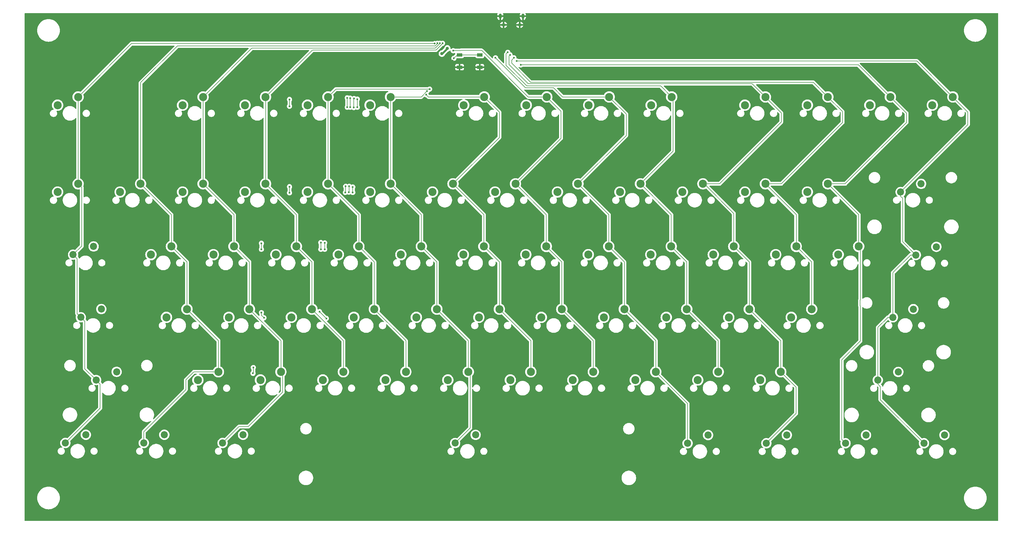
<source format=gbr>
%TF.GenerationSoftware,KiCad,Pcbnew,8.0.3*%
%TF.CreationDate,2024-06-29T11:43:36-07:00*%
%TF.ProjectId,CustomKeyboard,43757374-6f6d-44b6-9579-626f6172642e,rev?*%
%TF.SameCoordinates,Original*%
%TF.FileFunction,Copper,L1,Top*%
%TF.FilePolarity,Positive*%
%FSLAX46Y46*%
G04 Gerber Fmt 4.6, Leading zero omitted, Abs format (unit mm)*
G04 Created by KiCad (PCBNEW 8.0.3) date 2024-06-29 11:43:36*
%MOMM*%
%LPD*%
G01*
G04 APERTURE LIST*
%TA.AperFunction,ComponentPad*%
%ADD10C,2.500000*%
%TD*%
%TA.AperFunction,ComponentPad*%
%ADD11C,2.200000*%
%TD*%
%TA.AperFunction,ComponentPad*%
%ADD12O,0.890000X1.550000*%
%TD*%
%TA.AperFunction,ComponentPad*%
%ADD13O,1.250000X0.950000*%
%TD*%
%TA.AperFunction,SMDPad,CuDef*%
%ADD14R,1.700000X1.000000*%
%TD*%
%TA.AperFunction,ViaPad*%
%ADD15C,0.600000*%
%TD*%
%TA.AperFunction,ViaPad*%
%ADD16C,1.000000*%
%TD*%
%TA.AperFunction,Conductor*%
%ADD17C,0.200000*%
%TD*%
%TA.AperFunction,Conductor*%
%ADD18C,0.600000*%
%TD*%
G04 APERTURE END LIST*
D10*
%TO.P,SW_M1,1,1*%
%TO.N,Net-(D11-A)*%
X197940000Y-128560000D03*
%TO.P,SW_M1,2,2*%
%TO.N,col7*%
X204290000Y-126020000D03*
%TD*%
%TO.P,SW_F10,1,1*%
%TO.N,Net-(D52-A)*%
X270590000Y-43460000D03*
%TO.P,SW_F10,2,2*%
%TO.N,col11*%
X276940000Y-40920000D03*
%TD*%
%TO.P,SW_F4,1,1*%
%TO.N,Net-(D46-A)*%
X135140000Y-43460000D03*
%TO.P,SW_F4,2,2*%
%TO.N,col5*%
X141490000Y-40920000D03*
%TD*%
D11*
%TO.P,SW_LALT1,1,1*%
%TO.N,Net-(D19-A)*%
X95840000Y-145520000D03*
%TO.P,SW_LALT1,2,2*%
%TO.N,col2*%
X89490000Y-148060000D03*
%TD*%
D10*
%TO.P,SW_0,1,1*%
%TO.N,Net-(D38-A)*%
X231890000Y-70360000D03*
%TO.P,SW_0,2,2*%
%TO.N,col10*%
X238240000Y-67820000D03*
%TD*%
%TO.P,SW_U1,1,1*%
%TO.N,Net-(D62-A)*%
X183390000Y-89760000D03*
%TO.P,SW_U1,2,2*%
%TO.N,col7*%
X189740000Y-87220000D03*
%TD*%
%TO.P,SW_F6,1,1*%
%TO.N,Net-(D48-A)*%
X183515000Y-43460000D03*
%TO.P,SW_F6,2,2*%
%TO.N,col7*%
X189865000Y-40920000D03*
%TD*%
%TO.P,SW_\u002C1,1,1*%
%TO.N,Net-(D12-A)*%
X217290000Y-128560000D03*
%TO.P,SW_\u002C1,2,2*%
%TO.N,col8*%
X223640000Y-126020000D03*
%TD*%
%TO.P,SW_[1,1,1*%
%TO.N,Net-(D66-A)*%
X260790000Y-89760000D03*
%TO.P,SW_[1,2,2*%
%TO.N,col11*%
X267140000Y-87220000D03*
%TD*%
%TO.P,SW_H1,1,1*%
%TO.N,Net-(D75-A)*%
X168840000Y-109160000D03*
%TO.P,SW_H1,2,2*%
%TO.N,col6*%
X175190000Y-106620000D03*
%TD*%
%TO.P,SW_P1,1,1*%
%TO.N,Net-(D65-A)*%
X241440000Y-89760000D03*
%TO.P,SW_P1,2,2*%
%TO.N,col10*%
X247790000Y-87220000D03*
%TD*%
%TO.P,SW_F5,1,1*%
%TO.N,Net-(D47-A)*%
X164165000Y-43460000D03*
%TO.P,SW_F5,2,2*%
%TO.N,col6*%
X170515000Y-40920000D03*
%TD*%
%TO.P,SW_L1,1,1*%
%TO.N,Net-(D78-A)*%
X226890000Y-109160000D03*
%TO.P,SW_L1,2,2*%
%TO.N,col9*%
X233240000Y-106620000D03*
%TD*%
D12*
%TO.P,J1,6,Shield*%
%TO.N,GND*%
X175475000Y-15900000D03*
D13*
X176475000Y-18600000D03*
X181475000Y-18600000D03*
D12*
X182475000Y-15900000D03*
%TD*%
D10*
%TO.P,SW_I1,1,1*%
%TO.N,Net-(D63-A)*%
X202740000Y-89760000D03*
%TO.P,SW_I1,2,2*%
%TO.N,col8*%
X209090000Y-87220000D03*
%TD*%
%TO.P,SW_A1,1,1*%
%TO.N,Net-(D70-A)*%
X72090000Y-109160000D03*
%TO.P,SW_A1,2,2*%
%TO.N,col1*%
X78440000Y-106620000D03*
%TD*%
%TO.P,SW_F8,1,1*%
%TO.N,Net-(D50-A)*%
X222215000Y-43460000D03*
%TO.P,SW_F8,2,2*%
%TO.N,col9*%
X228565000Y-40920000D03*
%TD*%
D11*
%TO.P,SW_SPACE1,1,1*%
%TO.N,Net-(D21-A)*%
X167840000Y-145562500D03*
%TO.P,SW_SPACE1,2,2*%
%TO.N,col5*%
X161490000Y-148102500D03*
%TD*%
D10*
%TO.P,SW_W1,1,1*%
%TO.N,Net-(D57-A)*%
X86640000Y-89760000D03*
%TO.P,SW_W1,2,2*%
%TO.N,col2*%
X92990000Y-87220000D03*
%TD*%
%TO.P,SW_V1,1,1*%
%TO.N,Net-(D7-A)*%
X139890000Y-128560000D03*
%TO.P,SW_V1,2,2*%
%TO.N,col4*%
X146240000Y-126020000D03*
%TD*%
%TO.P,SW_ESC1,1,1*%
%TO.N,Net-(D42-A)*%
X38390000Y-43460000D03*
%TO.P,SW_ESC1,2,2*%
%TO.N,col0*%
X44740000Y-40920000D03*
%TD*%
%TO.P,SW_6,1,1*%
%TO.N,Net-(D31-A)*%
X154490000Y-70360000D03*
%TO.P,SW_6,2,2*%
%TO.N,col6*%
X160840000Y-67820000D03*
%TD*%
%TO.P,SW_N1,1,1*%
%TO.N,Net-(D9-A)*%
X178590000Y-128560000D03*
%TO.P,SW_N1,2,2*%
%TO.N,col6*%
X184940000Y-126020000D03*
%TD*%
%TO.P,SW_4,1,1*%
%TO.N,Net-(D20-A)*%
X115790000Y-70360000D03*
%TO.P,SW_4,2,2*%
%TO.N,col4*%
X122140000Y-67820000D03*
%TD*%
D11*
%TO.P,SW_LCTRL1,1,1*%
%TO.N,Net-(D17-A)*%
X47140000Y-145520000D03*
%TO.P,SW_LCTRL1,2,2*%
%TO.N,col0*%
X40790000Y-148060000D03*
%TD*%
%TO.P,SW_RCTRL1,1,1*%
%TO.N,Net-(D26-A)*%
X313040000Y-145620000D03*
%TO.P,SW_RCTRL1,2,2*%
%TO.N,col13*%
X306690000Y-148160000D03*
%TD*%
D10*
%TO.P,SW_F7,1,1*%
%TO.N,Net-(D49-A)*%
X202865000Y-43460000D03*
%TO.P,SW_F7,2,2*%
%TO.N,col8*%
X209215000Y-40920000D03*
%TD*%
D11*
%TO.P,SW_TAB1,1,1*%
%TO.N,Net-(D55-A)*%
X49540000Y-87220000D03*
%TO.P,SW_TAB1,2,2*%
%TO.N,col0*%
X43190000Y-89760000D03*
%TD*%
D10*
%TO.P,SW_FKEY1,1,1*%
%TO.N,Net-(D73-A)*%
X130140000Y-109160000D03*
%TO.P,SW_FKEY1,2,2*%
%TO.N,col4*%
X136490000Y-106620000D03*
%TD*%
D11*
%TO.P,SW_RALT1,1,1*%
%TO.N,Net-(D22-A)*%
X239840000Y-145620000D03*
%TO.P,SW_RALT1,2,2*%
%TO.N,col8*%
X233490000Y-148160000D03*
%TD*%
D10*
%TO.P,SW_.1,1,1*%
%TO.N,Net-(D13-A)*%
X236640000Y-128560000D03*
%TO.P,SW_.1,2,2*%
%TO.N,col9*%
X242990000Y-126020000D03*
%TD*%
%TO.P,SW_F9,1,1*%
%TO.N,Net-(D51-A)*%
X251240000Y-43460000D03*
%TO.P,SW_F9,2,2*%
%TO.N,col10*%
X257590000Y-40920000D03*
%TD*%
D11*
%TO.P,SW_BACK1,1,1*%
%TO.N,Net-(D41-A)*%
X305820000Y-67820000D03*
%TO.P,SW_BACK1,2,2*%
%TO.N,col13*%
X299470000Y-70360000D03*
%TD*%
D10*
%TO.P,SW_7,1,1*%
%TO.N,Net-(D35-A)*%
X173840000Y-70360000D03*
%TO.P,SW_7,2,2*%
%TO.N,col7*%
X180190000Y-67820000D03*
%TD*%
%TO.P,SW_/1,1,1*%
%TO.N,Net-(D15-A)*%
X255990000Y-128560000D03*
%TO.P,SW_/1,2,2*%
%TO.N,col10*%
X262340000Y-126020000D03*
%TD*%
%TO.P,SW_F1,1,1*%
%TO.N,Net-(D43-A)*%
X77090000Y-43460000D03*
%TO.P,SW_F1,2,2*%
%TO.N,col2*%
X83440000Y-40920000D03*
%TD*%
%TO.P,SW_S1,1,1*%
%TO.N,Net-(D71-A)*%
X91440000Y-109160000D03*
%TO.P,SW_S1,2,2*%
%TO.N,col2*%
X97790000Y-106620000D03*
%TD*%
%TO.P,SW_F3,1,1*%
%TO.N,Net-(D45-A)*%
X115790000Y-43460000D03*
%TO.P,SW_F3,2,2*%
%TO.N,col4*%
X122140000Y-40920000D03*
%TD*%
D11*
%TO.P,SW_CAPS1,1,1*%
%TO.N,Net-(D69-A)*%
X51920000Y-106600000D03*
%TO.P,SW_CAPS1,2,2*%
%TO.N,col0*%
X45570000Y-109140000D03*
%TD*%
D10*
%TO.P,SW_3,1,1*%
%TO.N,Net-(D14-A)*%
X96440000Y-70360000D03*
%TO.P,SW_3,2,2*%
%TO.N,col3*%
X102790000Y-67820000D03*
%TD*%
D11*
%TO.P,SW_ENTER1,1,1*%
%TO.N,Net-(D81-A)*%
X303420000Y-106620000D03*
%TO.P,SW_ENTER1,2,2*%
%TO.N,col13*%
X297070000Y-109160000D03*
%TD*%
D10*
%TO.P,SW_-1,1,1*%
%TO.N,Net-(D39-A)*%
X251240000Y-70360000D03*
%TO.P,SW_-1,2,2*%
%TO.N,col11*%
X257590000Y-67820000D03*
%TD*%
%TO.P,SW_Q1,1,1*%
%TO.N,Net-(D56-A)*%
X67290000Y-89760000D03*
%TO.P,SW_Q1,2,2*%
%TO.N,col1*%
X73640000Y-87220000D03*
%TD*%
%TO.P,SW_1,1,1*%
%TO.N,Net-(D5-A)*%
X57740000Y-70360000D03*
%TO.P,SW_1,2,2*%
%TO.N,col1*%
X64090000Y-67820000D03*
%TD*%
%TO.P,SW_E1,1,1*%
%TO.N,Net-(D58-A)*%
X105990000Y-89760000D03*
%TO.P,SW_E1,2,2*%
%TO.N,col3*%
X112340000Y-87220000D03*
%TD*%
D11*
%TO.P,SW_LWIN1,1,1*%
%TO.N,Net-(D18-A)*%
X71440000Y-145520000D03*
%TO.P,SW_LWIN1,2,2*%
%TO.N,col1*%
X65090000Y-148060000D03*
%TD*%
D10*
%TO.P,SW_B1,1,1*%
%TO.N,Net-(D8-A)*%
X159240000Y-128560000D03*
%TO.P,SW_B1,2,2*%
%TO.N,col5*%
X165590000Y-126020000D03*
%TD*%
%TO.P,SW_T1,1,1*%
%TO.N,Net-(D60-A)*%
X144690000Y-89760000D03*
%TO.P,SW_T1,2,2*%
%TO.N,col5*%
X151040000Y-87220000D03*
%TD*%
%TO.P,SW_J1,1,1*%
%TO.N,Net-(D76-A)*%
X188190000Y-109160000D03*
%TO.P,SW_J1,2,2*%
%TO.N,col7*%
X194540000Y-106620000D03*
%TD*%
D11*
%TO.P,SW_RC1,1,1*%
%TO.N,Net-(D24-A)*%
X288740000Y-145620000D03*
%TO.P,SW_RC1,2,2*%
%TO.N,col12*%
X282390000Y-148160000D03*
%TD*%
D10*
%TO.P,SW_F12,1,1*%
%TO.N,Net-(D54-A)*%
X309290000Y-43460000D03*
%TO.P,SW_F12,2,2*%
%TO.N,col13*%
X315640000Y-40920000D03*
%TD*%
%TO.P,SW_'1,1,1*%
%TO.N,Net-(D80-A)*%
X265590000Y-109160000D03*
%TO.P,SW_'1,2,2*%
%TO.N,col11*%
X271940000Y-106620000D03*
%TD*%
%TO.P,SW_9,1,1*%
%TO.N,Net-(D37-A)*%
X212540000Y-70360000D03*
%TO.P,SW_9,2,2*%
%TO.N,col9*%
X218890000Y-67820000D03*
%TD*%
%TO.P,SW_8,1,1*%
%TO.N,Net-(D36-A)*%
X193190000Y-70360000D03*
%TO.P,SW_8,2,2*%
%TO.N,col8*%
X199540000Y-67820000D03*
%TD*%
%TO.P,SW_5,1,1*%
%TO.N,Net-(D25-A)*%
X135140000Y-70360000D03*
%TO.P,SW_5,2,2*%
%TO.N,col5*%
X141490000Y-67820000D03*
%TD*%
D11*
%TO.P,SW_\u005C1,1,1*%
%TO.N,Net-(D68-A)*%
X310540000Y-87320000D03*
%TO.P,SW_\u005C1,2,2*%
%TO.N,col13*%
X304190000Y-89860000D03*
%TD*%
D10*
%TO.P,SW_O1,1,1*%
%TO.N,Net-(D64-A)*%
X222090000Y-89760000D03*
%TO.P,SW_O1,2,2*%
%TO.N,col9*%
X228440000Y-87220000D03*
%TD*%
%TO.P,SW_;1,1,1*%
%TO.N,Net-(D79-A)*%
X246240000Y-109160000D03*
%TO.P,SW_;1,2,2*%
%TO.N,col10*%
X252590000Y-106620000D03*
%TD*%
%TO.P,SW_K1,1,1*%
%TO.N,Net-(D77-A)*%
X207540000Y-109160000D03*
%TO.P,SW_K1,2,2*%
%TO.N,col8*%
X213890000Y-106620000D03*
%TD*%
%TO.P,SW_F2,1,1*%
%TO.N,Net-(D44-A)*%
X96440000Y-43460000D03*
%TO.P,SW_F2,2,2*%
%TO.N,col3*%
X102790000Y-40920000D03*
%TD*%
D11*
%TO.P,SW_RWIN1,1,1*%
%TO.N,Net-(D23-A)*%
X264240000Y-145620000D03*
%TO.P,SW_RWIN1,2,2*%
%TO.N,col10*%
X257890000Y-148160000D03*
%TD*%
D10*
%TO.P,SW_]1,1,1*%
%TO.N,Net-(D67-A)*%
X280140000Y-89760000D03*
%TO.P,SW_]1,2,2*%
%TO.N,col12*%
X286490000Y-87220000D03*
%TD*%
%TO.P,SW_X1,1,1*%
%TO.N,Net-(D4-A)*%
X101190000Y-128560000D03*
%TO.P,SW_X1,2,2*%
%TO.N,col2*%
X107540000Y-126020000D03*
%TD*%
%TO.P,SW_G1,1,1*%
%TO.N,Net-(D74-A)*%
X149490000Y-109160000D03*
%TO.P,SW_G1,2,2*%
%TO.N,col5*%
X155840000Y-106620000D03*
%TD*%
%TO.P,SW_TILDE1,1,1*%
%TO.N,Net-(D1-A)*%
X38390000Y-70360000D03*
%TO.P,SW_TILDE1,2,2*%
%TO.N,col0*%
X44740000Y-67820000D03*
%TD*%
%TO.P,SW_2,1,1*%
%TO.N,Net-(D10-A)*%
X77090000Y-70360000D03*
%TO.P,SW_2,2,2*%
%TO.N,col2*%
X83440000Y-67820000D03*
%TD*%
%TO.P,SW_Y1,1,1*%
%TO.N,Net-(D61-A)*%
X164040000Y-89760000D03*
%TO.P,SW_Y1,2,2*%
%TO.N,col6*%
X170390000Y-87220000D03*
%TD*%
%TO.P,SW_D1,1,1*%
%TO.N,Net-(D72-A)*%
X110790000Y-109160000D03*
%TO.P,SW_D1,2,2*%
%TO.N,col3*%
X117140000Y-106620000D03*
%TD*%
%TO.P,SW_C1,1,1*%
%TO.N,Net-(D6-A)*%
X120540000Y-128560000D03*
%TO.P,SW_C1,2,2*%
%TO.N,col3*%
X126890000Y-126020000D03*
%TD*%
%TO.P,SW_=1,1,1*%
%TO.N,Net-(D40-A)*%
X270590000Y-70360000D03*
%TO.P,SW_=1,2,2*%
%TO.N,col12*%
X276940000Y-67820000D03*
%TD*%
%TO.P,SW_Z1,1,1*%
%TO.N,Net-(D3-A)*%
X81840000Y-128560000D03*
%TO.P,SW_Z1,2,2*%
%TO.N,col1*%
X88190000Y-126020000D03*
%TD*%
D11*
%TO.P,SW_RSHIFT1,1,1*%
%TO.N,Net-(D16-A)*%
X298740000Y-126080000D03*
%TO.P,SW_RSHIFT1,2,2*%
%TO.N,col13*%
X292390000Y-128620000D03*
%TD*%
D10*
%TO.P,SW_R1,1,1*%
%TO.N,Net-(D59-A)*%
X125340000Y-89760000D03*
%TO.P,SW_R1,2,2*%
%TO.N,col4*%
X131690000Y-87220000D03*
%TD*%
%TO.P,SW_F11,1,1*%
%TO.N,Net-(D53-A)*%
X289940000Y-43460000D03*
%TO.P,SW_F11,2,2*%
%TO.N,col12*%
X296290000Y-40920000D03*
%TD*%
D14*
%TO.P,SW_RESET1,1,1*%
%TO.N,GND*%
X169150000Y-31700000D03*
X162850000Y-31700000D03*
%TO.P,SW_RESET1,2,2*%
%TO.N,Net-(U1-~{RESET})*%
X169150000Y-27900000D03*
X162850000Y-27900000D03*
%TD*%
D11*
%TO.P,SW_LSHIFT1,1,1*%
%TO.N,Net-(D2-A)*%
X56660000Y-126020000D03*
%TO.P,SW_LSHIFT1,2,2*%
%TO.N,col0*%
X50310000Y-128560000D03*
%TD*%
D15*
%TO.N,GND*%
X160782000Y-29718000D03*
X161200000Y-37800000D03*
X311000000Y-131500000D03*
X306900000Y-155600000D03*
X287400000Y-155100000D03*
X260400000Y-155700000D03*
X221700000Y-151900000D03*
X238600000Y-154700000D03*
X207900000Y-149600000D03*
X183900000Y-150900000D03*
X150500000Y-150700000D03*
X133000000Y-150400000D03*
X95600000Y-155800000D03*
X73600000Y-157500000D03*
X45100000Y-154600000D03*
X66300000Y-133300000D03*
X85100000Y-137100000D03*
X101300000Y-134000000D03*
X132800000Y-119800000D03*
X124000000Y-136500000D03*
X145400000Y-139400000D03*
X153200000Y-117700000D03*
X160600000Y-136000000D03*
X185800000Y-136100000D03*
X192600000Y-118700000D03*
X203400000Y-136700000D03*
X220200000Y-137900000D03*
X211800000Y-119000000D03*
X229900000Y-119100000D03*
X241300000Y-136600000D03*
X249500000Y-117700000D03*
X272000000Y-134400000D03*
X260000000Y-136600000D03*
X268600000Y-118600000D03*
X287200000Y-134900000D03*
X301300000Y-136000000D03*
X281400000Y-114100000D03*
X289600000Y-113800000D03*
X302500000Y-116700000D03*
X313800000Y-112700000D03*
X306600000Y-77600000D03*
X291000000Y-75400000D03*
X306800000Y-97600000D03*
X277400000Y-97400000D03*
X255400000Y-96200000D03*
X265300000Y-97200000D03*
X255500000Y-77000000D03*
X236400000Y-97000000D03*
X245400000Y-97400000D03*
X235100000Y-77600000D03*
X217100000Y-96800000D03*
X222400000Y-96000000D03*
X217500000Y-77700000D03*
X197100000Y-78300000D03*
X205500000Y-97800000D03*
X184200000Y-96500000D03*
X177000000Y-96500000D03*
X177600000Y-76800000D03*
X158100000Y-97400000D03*
X164300000Y-96700000D03*
X156400000Y-77900000D03*
X139200000Y-78100000D03*
X139300000Y-95800000D03*
X147700000Y-96600000D03*
X128800000Y-97200000D03*
X99600000Y-95800000D03*
X98900000Y-76900000D03*
X80400000Y-95400000D03*
X90300000Y-98100000D03*
X80600000Y-76100000D03*
X60700000Y-96100000D03*
X67900000Y-96300000D03*
X37700000Y-96500000D03*
X47600000Y-96000000D03*
X41000000Y-77300000D03*
X52400000Y-78100000D03*
X60400000Y-77100000D03*
X68800000Y-59200000D03*
X60600000Y-58800000D03*
X90800000Y-59100000D03*
X100700000Y-50000000D03*
X80700000Y-50500000D03*
X42000000Y-50700000D03*
X44200000Y-31800000D03*
X61200000Y-30900000D03*
X79600000Y-31000000D03*
X101300000Y-31700000D03*
X149700000Y-28400000D03*
X151600000Y-29200000D03*
X155400000Y-32000000D03*
X151300000Y-33000000D03*
X152800000Y-33400000D03*
X153100000Y-30600000D03*
X150600000Y-30400000D03*
%TO.N,col12*%
X181800000Y-31000000D03*
%TO.N,col13*%
X180600000Y-29800000D03*
%TO.N,col11*%
X179700000Y-28800000D03*
%TO.N,col10*%
X178500000Y-27900000D03*
%TO.N,col9*%
X177800000Y-27100000D03*
%TO.N,col8*%
X174000000Y-28800000D03*
%TO.N,col6*%
X152524265Y-40224265D03*
%TO.N,col5*%
X152800000Y-39100000D03*
%TO.N,col4*%
X153600000Y-38500000D03*
%TO.N,col3*%
X157600000Y-24300000D03*
%TO.N,col2*%
X156800000Y-24300000D03*
%TO.N,col1*%
X156000000Y-24300000D03*
%TO.N,col0*%
X155200000Y-24400000D03*
%TO.N,GND*%
X127100000Y-83100000D03*
X104000000Y-123100000D03*
X111600000Y-115700000D03*
X106100000Y-103500000D03*
X108000000Y-83500000D03*
X110800000Y-96200000D03*
X117600000Y-77800000D03*
X120800000Y-59900000D03*
X128100000Y-33400000D03*
%TO.N,row0*%
X98900000Y-126500000D03*
X99000000Y-124700000D03*
X102300000Y-109300000D03*
X101500000Y-88100000D03*
X101500000Y-86225000D03*
X110200000Y-70600000D03*
X101500000Y-107700000D03*
X110200000Y-68700000D03*
X110200000Y-41700000D03*
X110200000Y-43800000D03*
%TO.N,row1*%
X121600000Y-109500000D03*
X119500000Y-107400000D03*
X119900000Y-88100000D03*
X127500000Y-70500000D03*
X127600000Y-68600000D03*
X128100000Y-44100000D03*
X128100000Y-41200000D03*
X119900000Y-86000000D03*
%TO.N,row2*%
X121100000Y-88100000D03*
X121100000Y-86100000D03*
X128600000Y-70400000D03*
X128700000Y-68600000D03*
X129000000Y-44100000D03*
X129000000Y-41300000D03*
%TO.N,row3*%
X129800000Y-70500000D03*
X129800000Y-68800000D03*
X130100000Y-44200000D03*
X130200000Y-41400000D03*
%TO.N,row4*%
X131200000Y-44100000D03*
X131200000Y-41600000D03*
%TO.N,GND*%
X157800000Y-30500000D03*
%TO.N,col7*%
X160900000Y-26600000D03*
D16*
%TO.N,VCC*%
X159100000Y-25900000D03*
X157400000Y-27500000D03*
D15*
%TO.N,GND*%
X153000000Y-27300000D03*
X161200000Y-31500000D03*
%TO.N,Net-(U1-~{RESET})*%
X161100000Y-28956000D03*
%TD*%
D17*
%TO.N,Net-(U1-~{RESET})*%
X162156000Y-27900000D02*
X162850000Y-27900000D01*
X161100000Y-28956000D02*
X162156000Y-27900000D01*
%TO.N,col13*%
X304520000Y-29800000D02*
X315640000Y-40920000D01*
X180600000Y-29800000D02*
X304520000Y-29800000D01*
%TO.N,col12*%
X286370000Y-31000000D02*
X296290000Y-40920000D01*
X181800000Y-31000000D02*
X286370000Y-31000000D01*
%TO.N,col11*%
X272420000Y-36400000D02*
X276940000Y-40920000D01*
X184900000Y-36400000D02*
X272420000Y-36400000D01*
X179000000Y-30500000D02*
X184900000Y-36400000D01*
X179000000Y-29500000D02*
X179000000Y-30500000D01*
X179700000Y-28800000D02*
X179000000Y-29500000D01*
%TO.N,col10*%
X184100000Y-36800000D02*
X253470000Y-36800000D01*
X178200000Y-30900000D02*
X184100000Y-36800000D01*
X178200000Y-28200000D02*
X178200000Y-30900000D01*
X253470000Y-36800000D02*
X257590000Y-40920000D01*
X178500000Y-27900000D02*
X178200000Y-28200000D01*
%TO.N,col9*%
X183700000Y-37500000D02*
X225145000Y-37500000D01*
X177800000Y-27100000D02*
X177300000Y-27600000D01*
X177300000Y-31100000D02*
X183700000Y-37500000D01*
X177300000Y-27600000D02*
X177300000Y-31100000D01*
X225145000Y-37500000D02*
X228565000Y-40920000D01*
%TO.N,col8*%
X194820000Y-40920000D02*
X209215000Y-40920000D01*
X183300000Y-38100000D02*
X192000000Y-38100000D01*
X192000000Y-38100000D02*
X194820000Y-40920000D01*
X174000000Y-28800000D02*
X183300000Y-38100000D01*
%TO.N,col7*%
X169700000Y-26500000D02*
X184120000Y-40920000D01*
X184120000Y-40920000D02*
X189865000Y-40920000D01*
X163300000Y-26500000D02*
X169700000Y-26500000D01*
%TO.N,col6*%
X153220000Y-40920000D02*
X170515000Y-40920000D01*
X152524265Y-40224265D02*
X153220000Y-40920000D01*
%TO.N,col5*%
X152800000Y-39100000D02*
X150980000Y-40920000D01*
X150980000Y-40920000D02*
X141490000Y-40920000D01*
%TO.N,col4*%
X124560000Y-38500000D02*
X122140000Y-40920000D01*
X153600000Y-38500000D02*
X124560000Y-38500000D01*
%TO.N,col3*%
X157600000Y-24348529D02*
X155548529Y-26400000D01*
X117310000Y-26400000D02*
X102790000Y-40920000D01*
X157600000Y-24300000D02*
X157600000Y-24348529D01*
X155548529Y-26400000D02*
X117310000Y-26400000D01*
%TO.N,col2*%
X98560000Y-25800000D02*
X83440000Y-40920000D01*
X155348529Y-25800000D02*
X98560000Y-25800000D01*
X156800000Y-24300000D02*
X156800000Y-24348529D01*
X156800000Y-24348529D02*
X155348529Y-25800000D01*
%TO.N,col1*%
X64090000Y-36510000D02*
X64090000Y-67820000D01*
X75451471Y-25148529D02*
X64090000Y-36510000D01*
X155300000Y-25148529D02*
X75451471Y-25148529D01*
X156000000Y-24448529D02*
X155300000Y-25148529D01*
X156000000Y-24300000D02*
X156000000Y-24448529D01*
%TO.N,col0*%
X155200000Y-24400000D02*
X61260000Y-24400000D01*
X61260000Y-24400000D02*
X44740000Y-40920000D01*
%TO.N,row0*%
X99000000Y-126400000D02*
X98900000Y-126500000D01*
X101500000Y-107700000D02*
X101500000Y-108500000D01*
X101500000Y-108500000D02*
X102300000Y-109300000D01*
X101500000Y-86225000D02*
X101500000Y-88100000D01*
X110200000Y-68700000D02*
X110200000Y-70600000D01*
X110200000Y-41700000D02*
X110200000Y-43800000D01*
X99000000Y-124700000D02*
X99000000Y-126400000D01*
%TO.N,row1*%
X119500000Y-107400000D02*
X121600000Y-109500000D01*
X127600000Y-70400000D02*
X127500000Y-70500000D01*
X127600000Y-68600000D02*
X127600000Y-70400000D01*
X119900000Y-86000000D02*
X119900000Y-88100000D01*
X128100000Y-41200000D02*
X128100000Y-44100000D01*
%TO.N,row2*%
X121100000Y-86100000D02*
X121100000Y-88100000D01*
X128700000Y-70300000D02*
X128600000Y-70400000D01*
X128700000Y-68600000D02*
X128700000Y-70300000D01*
X129000000Y-41300000D02*
X129000000Y-44100000D01*
%TO.N,row3*%
X129800000Y-68800000D02*
X129800000Y-70500000D01*
X130100000Y-41500000D02*
X130100000Y-44200000D01*
X130200000Y-41400000D02*
X130100000Y-41500000D01*
%TO.N,row4*%
X131200000Y-41600000D02*
X131200000Y-44100000D01*
%TO.N,col7*%
X160900000Y-26600000D02*
X163200000Y-26600000D01*
X163200000Y-26600000D02*
X163300000Y-26500000D01*
D18*
%TO.N,VCC*%
X157500000Y-27500000D02*
X159100000Y-25900000D01*
X157400000Y-27500000D02*
X157500000Y-27500000D01*
D17*
%TO.N,Net-(U1-~{RESET})*%
X162850000Y-27900000D02*
X169150000Y-27900000D01*
%TO.N,col13*%
X293200000Y-134670000D02*
X306690000Y-148160000D01*
X292390000Y-129790000D02*
X293200000Y-130600000D01*
X292390000Y-128620000D02*
X292390000Y-129790000D01*
X293200000Y-130600000D02*
X293200000Y-134670000D01*
X292390000Y-112284366D02*
X292390000Y-128620000D01*
X295514366Y-109160000D02*
X292390000Y-112284366D01*
X297070000Y-109160000D02*
X295514366Y-109160000D01*
X297070000Y-95330000D02*
X297070000Y-109160000D01*
X302540000Y-89860000D02*
X297070000Y-95330000D01*
X304190000Y-89860000D02*
X302540000Y-89860000D01*
X300100000Y-85770000D02*
X304190000Y-89860000D01*
X300100000Y-72300000D02*
X300100000Y-85770000D01*
X299470000Y-71670000D02*
X300100000Y-72300000D01*
X299470000Y-70360000D02*
X299470000Y-71670000D01*
%TO.N,col12*%
X281200000Y-146970000D02*
X282390000Y-148160000D01*
X286905000Y-105559493D02*
X287000000Y-105654493D01*
X287000000Y-105654493D02*
X287000000Y-116500000D01*
X287000000Y-116500000D02*
X281200000Y-122300000D01*
X286905000Y-103840507D02*
X286905000Y-105559493D01*
X281200000Y-122300000D02*
X281200000Y-146970000D01*
X287000000Y-103745507D02*
X286905000Y-103840507D01*
X287000000Y-87730000D02*
X287000000Y-103745507D01*
X286490000Y-87220000D02*
X287000000Y-87730000D01*
X286490000Y-77370000D02*
X286490000Y-87220000D01*
X276940000Y-67820000D02*
X286490000Y-77370000D01*
%TO.N,col11*%
X271940000Y-92020000D02*
X271940000Y-106620000D01*
X267140000Y-87220000D02*
X271940000Y-92020000D01*
X267140000Y-77370000D02*
X267140000Y-87220000D01*
X257590000Y-67820000D02*
X267140000Y-77370000D01*
%TO.N,col10*%
X267100000Y-130780000D02*
X267100000Y-138950000D01*
X262340000Y-126020000D02*
X267100000Y-130780000D01*
X267100000Y-138950000D02*
X257890000Y-148160000D01*
X262340000Y-116370000D02*
X262340000Y-126020000D01*
X252590000Y-106620000D02*
X262340000Y-116370000D01*
X247790000Y-87220000D02*
X252590000Y-92020000D01*
X252590000Y-92020000D02*
X252590000Y-106620000D01*
X238620000Y-67820000D02*
X247790000Y-76990000D01*
X247790000Y-76990000D02*
X247790000Y-87220000D01*
X238240000Y-67820000D02*
X238620000Y-67820000D01*
%TO.N,col13*%
X320300000Y-49530000D02*
X299470000Y-70360000D01*
X320300000Y-45580000D02*
X320300000Y-49530000D01*
X315640000Y-40920000D02*
X320300000Y-45580000D01*
%TO.N,col12*%
X282280000Y-67820000D02*
X276940000Y-67820000D01*
X301300000Y-48800000D02*
X282280000Y-67820000D01*
X296290000Y-40920000D02*
X301300000Y-45930000D01*
X301300000Y-45930000D02*
X301300000Y-48800000D01*
%TO.N,col11*%
X281500000Y-48800000D02*
X262480000Y-67820000D01*
X281500000Y-45480000D02*
X281500000Y-48800000D01*
X276940000Y-40920000D02*
X281500000Y-45480000D01*
X262480000Y-67820000D02*
X257590000Y-67820000D01*
%TO.N,col10*%
X262500000Y-48700000D02*
X243380000Y-67820000D01*
X257590000Y-40920000D02*
X262500000Y-45830000D01*
X262500000Y-45830000D02*
X262500000Y-48700000D01*
X243380000Y-67820000D02*
X238240000Y-67820000D01*
%TO.N,col9*%
X242990000Y-116370000D02*
X242990000Y-126020000D01*
X233240000Y-106620000D02*
X242990000Y-116370000D01*
X233240000Y-92020000D02*
X233240000Y-106620000D01*
X228440000Y-87220000D02*
X233240000Y-92020000D01*
X228440000Y-77370000D02*
X228440000Y-87220000D01*
X218890000Y-67820000D02*
X228440000Y-77370000D01*
X229000000Y-57710000D02*
X218890000Y-67820000D01*
X229000000Y-41355000D02*
X229000000Y-57710000D01*
X228565000Y-40920000D02*
X229000000Y-41355000D01*
%TO.N,col8*%
X233490000Y-135870000D02*
X233490000Y-148160000D01*
X223640000Y-126020000D02*
X233490000Y-135870000D01*
X223640000Y-116370000D02*
X223640000Y-126020000D01*
X213890000Y-106620000D02*
X223640000Y-116370000D01*
X209090000Y-87220000D02*
X213890000Y-92020000D01*
X213890000Y-92020000D02*
X213890000Y-106620000D01*
X209090000Y-77370000D02*
X209090000Y-87220000D01*
X199540000Y-67820000D02*
X209090000Y-77370000D01*
X214500000Y-52860000D02*
X199540000Y-67820000D01*
X214500000Y-46205000D02*
X214500000Y-52860000D01*
X209215000Y-40920000D02*
X214500000Y-46205000D01*
%TO.N,col7*%
X204290000Y-116370000D02*
X204290000Y-126020000D01*
X194540000Y-106620000D02*
X204290000Y-116370000D01*
X194540000Y-92020000D02*
X194540000Y-106620000D01*
X189740000Y-87220000D02*
X194540000Y-92020000D01*
X180190000Y-67820000D02*
X189740000Y-77370000D01*
X189740000Y-77370000D02*
X189740000Y-87220000D01*
X194300000Y-53710000D02*
X180190000Y-67820000D01*
X194300000Y-45355000D02*
X194300000Y-53710000D01*
X189865000Y-40920000D02*
X194300000Y-45355000D01*
%TO.N,col6*%
X184940000Y-116370000D02*
X184940000Y-126020000D01*
X175190000Y-106620000D02*
X184940000Y-116370000D01*
X170390000Y-87220000D02*
X175190000Y-92020000D01*
X175190000Y-92020000D02*
X175190000Y-106620000D01*
X170390000Y-77370000D02*
X170390000Y-87220000D01*
X160840000Y-67820000D02*
X170390000Y-77370000D01*
X175200000Y-53460000D02*
X160840000Y-67820000D01*
X175200000Y-45605000D02*
X175200000Y-53460000D01*
X170515000Y-40920000D02*
X175200000Y-45605000D01*
%TO.N,col5*%
X166200000Y-143392500D02*
X161490000Y-148102500D01*
X166200000Y-126630000D02*
X166200000Y-143392500D01*
X165590000Y-126020000D02*
X166200000Y-126630000D01*
X155840000Y-106620000D02*
X165590000Y-116370000D01*
X165590000Y-116370000D02*
X165590000Y-126020000D01*
X155840000Y-92020000D02*
X155840000Y-106620000D01*
X151040000Y-87220000D02*
X155840000Y-92020000D01*
X151040000Y-77370000D02*
X151040000Y-87220000D01*
X141490000Y-67820000D02*
X151040000Y-77370000D01*
X141500000Y-67810000D02*
X141490000Y-67820000D01*
X141500000Y-40930000D02*
X141500000Y-67810000D01*
X141490000Y-40920000D02*
X141500000Y-40930000D01*
%TO.N,col4*%
X146240000Y-116370000D02*
X146240000Y-126020000D01*
X136490000Y-106620000D02*
X146240000Y-116370000D01*
X136490000Y-92020000D02*
X136490000Y-106620000D01*
X131690000Y-87220000D02*
X136490000Y-92020000D01*
X131690000Y-77370000D02*
X131690000Y-87220000D01*
X122140000Y-67820000D02*
X131690000Y-77370000D01*
X122150000Y-67810000D02*
X122140000Y-67820000D01*
X122150000Y-40930000D02*
X122150000Y-67810000D01*
X122140000Y-40920000D02*
X122150000Y-40930000D01*
%TO.N,col3*%
X126890000Y-116370000D02*
X126890000Y-126020000D01*
X117140000Y-106620000D02*
X126890000Y-116370000D01*
X117140000Y-92020000D02*
X117140000Y-106620000D01*
X112340000Y-87220000D02*
X117140000Y-92020000D01*
X112340000Y-77370000D02*
X112340000Y-87220000D01*
X102790000Y-67820000D02*
X112340000Y-77370000D01*
X102800000Y-67810000D02*
X102790000Y-67820000D01*
X102800000Y-40930000D02*
X102800000Y-67810000D01*
X102790000Y-40920000D02*
X102800000Y-40930000D01*
%TO.N,col2*%
X94550000Y-143000000D02*
X89490000Y-148060000D01*
X108100000Y-132322742D02*
X97422742Y-143000000D01*
X108100000Y-126580000D02*
X108100000Y-132322742D01*
X97422742Y-143000000D02*
X94550000Y-143000000D01*
X107540000Y-126020000D02*
X108100000Y-126580000D01*
X107540000Y-116370000D02*
X107540000Y-126020000D01*
X97790000Y-106620000D02*
X107540000Y-116370000D01*
X97790000Y-92020000D02*
X97790000Y-106620000D01*
X92990000Y-87220000D02*
X97790000Y-92020000D01*
X92990000Y-77370000D02*
X92990000Y-87220000D01*
X83440000Y-67820000D02*
X92990000Y-77370000D01*
X83450000Y-67810000D02*
X83440000Y-67820000D01*
X83450000Y-40930000D02*
X83450000Y-67810000D01*
X83440000Y-40920000D02*
X83450000Y-40930000D01*
%TO.N,col1*%
X73640000Y-77370000D02*
X64090000Y-67820000D01*
X73640000Y-87220000D02*
X73640000Y-77370000D01*
X78440000Y-92020000D02*
X73640000Y-87220000D01*
X78440000Y-106620000D02*
X78440000Y-92020000D01*
X88190000Y-116370000D02*
X78440000Y-106620000D01*
X88190000Y-126020000D02*
X88190000Y-116370000D01*
X78100000Y-131554746D02*
X78100000Y-128500000D01*
X65090000Y-144564746D02*
X78100000Y-131554746D01*
X80580000Y-126020000D02*
X88190000Y-126020000D01*
X65090000Y-148060000D02*
X65090000Y-144564746D01*
X78100000Y-128500000D02*
X80580000Y-126020000D01*
%TO.N,col0*%
X51570000Y-137280000D02*
X40790000Y-148060000D01*
X51570000Y-129820000D02*
X51570000Y-137280000D01*
X50310000Y-128560000D02*
X51570000Y-129820000D01*
X46830000Y-110400000D02*
X46830000Y-125080000D01*
X45570000Y-109140000D02*
X46830000Y-110400000D01*
X46830000Y-125080000D02*
X50310000Y-128560000D01*
X44450000Y-108020000D02*
X45570000Y-109140000D01*
X44450000Y-91020000D02*
X44450000Y-108020000D01*
X43190000Y-89760000D02*
X44450000Y-91020000D01*
X45855000Y-87095000D02*
X43190000Y-89760000D01*
X45855000Y-68935000D02*
X45855000Y-87095000D01*
X44740000Y-67820000D02*
X45855000Y-68935000D01*
X44750000Y-67810000D02*
X44740000Y-67820000D01*
X44750000Y-40930000D02*
X44750000Y-67810000D01*
X44740000Y-40920000D02*
X44750000Y-40930000D01*
%TD*%
%TA.AperFunction,Conductor*%
%TO.N,GND*%
G36*
X174603482Y-14946185D02*
G01*
X174649237Y-14998989D01*
X174659181Y-15068147D01*
X174639546Y-15119389D01*
X174637557Y-15122365D01*
X174637550Y-15122377D01*
X174566316Y-15294353D01*
X174566314Y-15294361D01*
X174530000Y-15476921D01*
X174530000Y-15650000D01*
X175225000Y-15650000D01*
X175225000Y-16150000D01*
X174530000Y-16150000D01*
X174530000Y-16323078D01*
X174566314Y-16505638D01*
X174566316Y-16505646D01*
X174637550Y-16677622D01*
X174637555Y-16677631D01*
X174740970Y-16832401D01*
X174740973Y-16832405D01*
X174872594Y-16964026D01*
X174872598Y-16964029D01*
X175027368Y-17067444D01*
X175027381Y-17067451D01*
X175199350Y-17138682D01*
X175199355Y-17138683D01*
X175225000Y-17143784D01*
X175225000Y-16274728D01*
X175263060Y-16366614D01*
X175333386Y-16436940D01*
X175425272Y-16475000D01*
X175524728Y-16475000D01*
X175616614Y-16436940D01*
X175686940Y-16366614D01*
X175725000Y-16274728D01*
X175725000Y-17143783D01*
X175750644Y-17138683D01*
X175750649Y-17138682D01*
X175922618Y-17067451D01*
X175922631Y-17067444D01*
X176077401Y-16964029D01*
X176077405Y-16964026D01*
X176209026Y-16832405D01*
X176209029Y-16832401D01*
X176312444Y-16677631D01*
X176312449Y-16677622D01*
X176383683Y-16505646D01*
X176383685Y-16505638D01*
X176419999Y-16323078D01*
X176420000Y-16323076D01*
X176420000Y-16150000D01*
X175725000Y-16150000D01*
X175725000Y-15650000D01*
X176420000Y-15650000D01*
X176420000Y-15476923D01*
X176419999Y-15476921D01*
X176383685Y-15294361D01*
X176383683Y-15294353D01*
X176312449Y-15122377D01*
X176312442Y-15122365D01*
X176310454Y-15119389D01*
X176309891Y-15117591D01*
X176309575Y-15117000D01*
X176309687Y-15116940D01*
X176289577Y-15052711D01*
X176308063Y-14985332D01*
X176360042Y-14938642D01*
X176413557Y-14926500D01*
X181536443Y-14926500D01*
X181603482Y-14946185D01*
X181649237Y-14998989D01*
X181659181Y-15068147D01*
X181639546Y-15119389D01*
X181637557Y-15122365D01*
X181637550Y-15122377D01*
X181566316Y-15294353D01*
X181566314Y-15294361D01*
X181530000Y-15476921D01*
X181530000Y-15650000D01*
X182225000Y-15650000D01*
X182225000Y-16150000D01*
X181530000Y-16150000D01*
X181530000Y-16323078D01*
X181566314Y-16505638D01*
X181566316Y-16505646D01*
X181637550Y-16677622D01*
X181637555Y-16677631D01*
X181740970Y-16832401D01*
X181740973Y-16832405D01*
X181872594Y-16964026D01*
X181872598Y-16964029D01*
X182027368Y-17067444D01*
X182027381Y-17067451D01*
X182199350Y-17138682D01*
X182199355Y-17138683D01*
X182225000Y-17143784D01*
X182225000Y-16274728D01*
X182263060Y-16366614D01*
X182333386Y-16436940D01*
X182425272Y-16475000D01*
X182524728Y-16475000D01*
X182616614Y-16436940D01*
X182686940Y-16366614D01*
X182725000Y-16274728D01*
X182725000Y-17143783D01*
X182750644Y-17138683D01*
X182750649Y-17138682D01*
X182922618Y-17067451D01*
X182922631Y-17067444D01*
X183077401Y-16964029D01*
X183077405Y-16964026D01*
X183209026Y-16832405D01*
X183209029Y-16832401D01*
X183312444Y-16677631D01*
X183312449Y-16677622D01*
X183383683Y-16505646D01*
X183383685Y-16505638D01*
X183419999Y-16323078D01*
X183420000Y-16323076D01*
X183420000Y-16150000D01*
X182725000Y-16150000D01*
X182725000Y-15650000D01*
X183420000Y-15650000D01*
X183420000Y-15476923D01*
X183419999Y-15476921D01*
X183383685Y-15294361D01*
X183383683Y-15294353D01*
X183312449Y-15122377D01*
X183312442Y-15122365D01*
X183310454Y-15119389D01*
X183309891Y-15117591D01*
X183309575Y-15117000D01*
X183309687Y-15116940D01*
X183289577Y-15052711D01*
X183308063Y-14985332D01*
X183360042Y-14938642D01*
X183413557Y-14926500D01*
X329575500Y-14926500D01*
X329642539Y-14946185D01*
X329688294Y-14998989D01*
X329699500Y-15050500D01*
X329699500Y-172095500D01*
X329679815Y-172162539D01*
X329627011Y-172208294D01*
X329575500Y-172219500D01*
X28310500Y-172219500D01*
X28243461Y-172199815D01*
X28197706Y-172147011D01*
X28186500Y-172095500D01*
X28186500Y-165099999D01*
X32054696Y-165099999D01*
X32054696Y-165100000D01*
X32073898Y-165466405D01*
X32131294Y-165828788D01*
X32131294Y-165828790D01*
X32226260Y-166183206D01*
X32357746Y-166525739D01*
X32524320Y-166852656D01*
X32724147Y-167160364D01*
X32724149Y-167160366D01*
X32955051Y-167445506D01*
X33214494Y-167704949D01*
X33214498Y-167704952D01*
X33499635Y-167935852D01*
X33807343Y-168135679D01*
X33807348Y-168135682D01*
X34134264Y-168302255D01*
X34476801Y-168433742D01*
X34831206Y-168528705D01*
X35193596Y-168586102D01*
X35539734Y-168604241D01*
X35559999Y-168605304D01*
X35560000Y-168605304D01*
X35560001Y-168605304D01*
X35579203Y-168604297D01*
X35926404Y-168586102D01*
X36288794Y-168528705D01*
X36643199Y-168433742D01*
X36985736Y-168302255D01*
X37312652Y-168135682D01*
X37620366Y-167935851D01*
X37905506Y-167704949D01*
X38164949Y-167445506D01*
X38395851Y-167160366D01*
X38595682Y-166852652D01*
X38762255Y-166525736D01*
X38893742Y-166183199D01*
X38988705Y-165828794D01*
X39046102Y-165466404D01*
X39065304Y-165100000D01*
X39065304Y-165099999D01*
X319074696Y-165099999D01*
X319074696Y-165100000D01*
X319093898Y-165466405D01*
X319151294Y-165828788D01*
X319151294Y-165828790D01*
X319246260Y-166183206D01*
X319377746Y-166525739D01*
X319544320Y-166852656D01*
X319744147Y-167160364D01*
X319744149Y-167160366D01*
X319975051Y-167445506D01*
X320234494Y-167704949D01*
X320234498Y-167704952D01*
X320519635Y-167935852D01*
X320827343Y-168135679D01*
X320827348Y-168135682D01*
X321154264Y-168302255D01*
X321496801Y-168433742D01*
X321851206Y-168528705D01*
X322213596Y-168586102D01*
X322559734Y-168604241D01*
X322579999Y-168605304D01*
X322580000Y-168605304D01*
X322580001Y-168605304D01*
X322599203Y-168604297D01*
X322946404Y-168586102D01*
X323308794Y-168528705D01*
X323663199Y-168433742D01*
X324005736Y-168302255D01*
X324332652Y-168135682D01*
X324640366Y-167935851D01*
X324925506Y-167704949D01*
X325184949Y-167445506D01*
X325415851Y-167160366D01*
X325615682Y-166852652D01*
X325782255Y-166525736D01*
X325913742Y-166183199D01*
X326008705Y-165828794D01*
X326066102Y-165466404D01*
X326085304Y-165100000D01*
X326066102Y-164733596D01*
X326008705Y-164371206D01*
X325913742Y-164016801D01*
X325782255Y-163674264D01*
X325615682Y-163347348D01*
X325415851Y-163039634D01*
X325184949Y-162754494D01*
X324925506Y-162495051D01*
X324640366Y-162264149D01*
X324640364Y-162264147D01*
X324332656Y-162064320D01*
X324005739Y-161897746D01*
X323663206Y-161766260D01*
X323663199Y-161766258D01*
X323308794Y-161671295D01*
X323308790Y-161671294D01*
X323308789Y-161671294D01*
X322946405Y-161613898D01*
X322580001Y-161594696D01*
X322579999Y-161594696D01*
X322213594Y-161613898D01*
X321851211Y-161671294D01*
X321851209Y-161671294D01*
X321496793Y-161766260D01*
X321154260Y-161897746D01*
X320827343Y-162064320D01*
X320519635Y-162264147D01*
X320234498Y-162495047D01*
X320234490Y-162495054D01*
X319975054Y-162754490D01*
X319975047Y-162754498D01*
X319744147Y-163039635D01*
X319544320Y-163347343D01*
X319377746Y-163674260D01*
X319246260Y-164016793D01*
X319151294Y-164371209D01*
X319151294Y-164371211D01*
X319093898Y-164733594D01*
X319074696Y-165099999D01*
X39065304Y-165099999D01*
X39046102Y-164733596D01*
X38988705Y-164371206D01*
X38893742Y-164016801D01*
X38762255Y-163674264D01*
X38595682Y-163347348D01*
X38395851Y-163039634D01*
X38164949Y-162754494D01*
X37905506Y-162495051D01*
X37620366Y-162264149D01*
X37620364Y-162264147D01*
X37312656Y-162064320D01*
X36985739Y-161897746D01*
X36643206Y-161766260D01*
X36643199Y-161766258D01*
X36288794Y-161671295D01*
X36288790Y-161671294D01*
X36288789Y-161671294D01*
X35926405Y-161613898D01*
X35560001Y-161594696D01*
X35559999Y-161594696D01*
X35193594Y-161613898D01*
X34831211Y-161671294D01*
X34831209Y-161671294D01*
X34476793Y-161766260D01*
X34134260Y-161897746D01*
X33807343Y-162064320D01*
X33499635Y-162264147D01*
X33214498Y-162495047D01*
X33214490Y-162495054D01*
X32955054Y-162754490D01*
X32955047Y-162754498D01*
X32724147Y-163039635D01*
X32524320Y-163347343D01*
X32357746Y-163674260D01*
X32226260Y-164016793D01*
X32131294Y-164371209D01*
X32131294Y-164371211D01*
X32073898Y-164733594D01*
X32054696Y-165099999D01*
X28186500Y-165099999D01*
X28186500Y-158734986D01*
X113049500Y-158734986D01*
X113049500Y-159030013D01*
X113081571Y-159273613D01*
X113088007Y-159322493D01*
X113088008Y-159322495D01*
X113164361Y-159607451D01*
X113164364Y-159607461D01*
X113277254Y-159880000D01*
X113277258Y-159880010D01*
X113424761Y-160135493D01*
X113604352Y-160369540D01*
X113604358Y-160369547D01*
X113812952Y-160578141D01*
X113812959Y-160578147D01*
X114047006Y-160757738D01*
X114302489Y-160905241D01*
X114302490Y-160905241D01*
X114302493Y-160905243D01*
X114575048Y-161018139D01*
X114860007Y-161094493D01*
X115152494Y-161133000D01*
X115152501Y-161133000D01*
X115447499Y-161133000D01*
X115447506Y-161133000D01*
X115739993Y-161094493D01*
X116024952Y-161018139D01*
X116297507Y-160905243D01*
X116552994Y-160757738D01*
X116787042Y-160578146D01*
X116995646Y-160369542D01*
X117175238Y-160135494D01*
X117322743Y-159880007D01*
X117435639Y-159607452D01*
X117511993Y-159322493D01*
X117550500Y-159030006D01*
X117550500Y-158734994D01*
X117550499Y-158734986D01*
X213049500Y-158734986D01*
X213049500Y-159030013D01*
X213081571Y-159273613D01*
X213088007Y-159322493D01*
X213088008Y-159322495D01*
X213164361Y-159607451D01*
X213164364Y-159607461D01*
X213277254Y-159880000D01*
X213277258Y-159880010D01*
X213424761Y-160135493D01*
X213604352Y-160369540D01*
X213604358Y-160369547D01*
X213812952Y-160578141D01*
X213812959Y-160578147D01*
X214047006Y-160757738D01*
X214302489Y-160905241D01*
X214302490Y-160905241D01*
X214302493Y-160905243D01*
X214575048Y-161018139D01*
X214860007Y-161094493D01*
X215152494Y-161133000D01*
X215152501Y-161133000D01*
X215447499Y-161133000D01*
X215447506Y-161133000D01*
X215739993Y-161094493D01*
X216024952Y-161018139D01*
X216297507Y-160905243D01*
X216552994Y-160757738D01*
X216787042Y-160578146D01*
X216995646Y-160369542D01*
X217175238Y-160135494D01*
X217322743Y-159880007D01*
X217435639Y-159607452D01*
X217511993Y-159322493D01*
X217550500Y-159030006D01*
X217550500Y-158734994D01*
X217511993Y-158442507D01*
X217435639Y-158157548D01*
X217322743Y-157884993D01*
X217175238Y-157629506D01*
X216995646Y-157395458D01*
X216995641Y-157395452D01*
X216787047Y-157186858D01*
X216787040Y-157186852D01*
X216552993Y-157007261D01*
X216297510Y-156859758D01*
X216297500Y-156859754D01*
X216024961Y-156746864D01*
X216024954Y-156746862D01*
X216024952Y-156746861D01*
X215739993Y-156670507D01*
X215691113Y-156664071D01*
X215447513Y-156632000D01*
X215447506Y-156632000D01*
X215152494Y-156632000D01*
X215152486Y-156632000D01*
X214874085Y-156668653D01*
X214860007Y-156670507D01*
X214575048Y-156746861D01*
X214575038Y-156746864D01*
X214302499Y-156859754D01*
X214302489Y-156859758D01*
X214047006Y-157007261D01*
X213812959Y-157186852D01*
X213812952Y-157186858D01*
X213604358Y-157395452D01*
X213604352Y-157395459D01*
X213424761Y-157629506D01*
X213277258Y-157884989D01*
X213277254Y-157884999D01*
X213164364Y-158157538D01*
X213164361Y-158157548D01*
X213088008Y-158442504D01*
X213088006Y-158442515D01*
X213049500Y-158734986D01*
X117550499Y-158734986D01*
X117511993Y-158442507D01*
X117435639Y-158157548D01*
X117322743Y-157884993D01*
X117175238Y-157629506D01*
X116995646Y-157395458D01*
X116995641Y-157395452D01*
X116787047Y-157186858D01*
X116787040Y-157186852D01*
X116552993Y-157007261D01*
X116297510Y-156859758D01*
X116297500Y-156859754D01*
X116024961Y-156746864D01*
X116024954Y-156746862D01*
X116024952Y-156746861D01*
X115739993Y-156670507D01*
X115691113Y-156664071D01*
X115447513Y-156632000D01*
X115447506Y-156632000D01*
X115152494Y-156632000D01*
X115152486Y-156632000D01*
X114874085Y-156668653D01*
X114860007Y-156670507D01*
X114575048Y-156746861D01*
X114575038Y-156746864D01*
X114302499Y-156859754D01*
X114302489Y-156859758D01*
X114047006Y-157007261D01*
X113812959Y-157186852D01*
X113812952Y-157186858D01*
X113604358Y-157395452D01*
X113604352Y-157395459D01*
X113424761Y-157629506D01*
X113277258Y-157884989D01*
X113277254Y-157884999D01*
X113164364Y-158157538D01*
X113164361Y-158157548D01*
X113088008Y-158442504D01*
X113088006Y-158442515D01*
X113049500Y-158734986D01*
X28186500Y-158734986D01*
X28186500Y-150513389D01*
X38419500Y-150513389D01*
X38419500Y-150686611D01*
X38446598Y-150857701D01*
X38500127Y-151022445D01*
X38578768Y-151176788D01*
X38680586Y-151316928D01*
X38803072Y-151439414D01*
X38943212Y-151541232D01*
X39097555Y-151619873D01*
X39262299Y-151673402D01*
X39433389Y-151700500D01*
X39433390Y-151700500D01*
X39606610Y-151700500D01*
X39606611Y-151700500D01*
X39777701Y-151673402D01*
X39942445Y-151619873D01*
X40096788Y-151541232D01*
X40236928Y-151439414D01*
X40359414Y-151316928D01*
X40461232Y-151176788D01*
X40539873Y-151022445D01*
X40593402Y-150857701D01*
X40620500Y-150686611D01*
X40620500Y-150513389D01*
X40610854Y-150452486D01*
X42349500Y-150452486D01*
X42349500Y-150747513D01*
X42369602Y-150900197D01*
X42388007Y-151039993D01*
X42462212Y-151316930D01*
X42464361Y-151324951D01*
X42464364Y-151324961D01*
X42577254Y-151597500D01*
X42577258Y-151597510D01*
X42724761Y-151852993D01*
X42904352Y-152087040D01*
X42904358Y-152087047D01*
X43112952Y-152295641D01*
X43112959Y-152295647D01*
X43347006Y-152475238D01*
X43602489Y-152622741D01*
X43602490Y-152622741D01*
X43602493Y-152622743D01*
X43875048Y-152735639D01*
X44160007Y-152811993D01*
X44452494Y-152850500D01*
X44452501Y-152850500D01*
X44747499Y-152850500D01*
X44747506Y-152850500D01*
X45039993Y-152811993D01*
X45324952Y-152735639D01*
X45597507Y-152622743D01*
X45852994Y-152475238D01*
X46087042Y-152295646D01*
X46295646Y-152087042D01*
X46475238Y-151852994D01*
X46622743Y-151597507D01*
X46735639Y-151324952D01*
X46811993Y-151039993D01*
X46850500Y-150747506D01*
X46850500Y-150513389D01*
X48579500Y-150513389D01*
X48579500Y-150686611D01*
X48606598Y-150857701D01*
X48660127Y-151022445D01*
X48738768Y-151176788D01*
X48840586Y-151316928D01*
X48963072Y-151439414D01*
X49103212Y-151541232D01*
X49257555Y-151619873D01*
X49422299Y-151673402D01*
X49593389Y-151700500D01*
X49593390Y-151700500D01*
X49766610Y-151700500D01*
X49766611Y-151700500D01*
X49937701Y-151673402D01*
X50102445Y-151619873D01*
X50256788Y-151541232D01*
X50396928Y-151439414D01*
X50519414Y-151316928D01*
X50621232Y-151176788D01*
X50699873Y-151022445D01*
X50753402Y-150857701D01*
X50780500Y-150686611D01*
X50780500Y-150513389D01*
X50753402Y-150342299D01*
X50699873Y-150177555D01*
X50621232Y-150023212D01*
X50519414Y-149883072D01*
X50396928Y-149760586D01*
X50256788Y-149658768D01*
X50167993Y-149613525D01*
X50102447Y-149580128D01*
X50102446Y-149580127D01*
X50102445Y-149580127D01*
X49937701Y-149526598D01*
X49937699Y-149526597D01*
X49937698Y-149526597D01*
X49806271Y-149505781D01*
X49766611Y-149499500D01*
X49593389Y-149499500D01*
X49553728Y-149505781D01*
X49422302Y-149526597D01*
X49422299Y-149526598D01*
X49291499Y-149569098D01*
X49257552Y-149580128D01*
X49103211Y-149658768D01*
X49035522Y-149707948D01*
X48963072Y-149760586D01*
X48963070Y-149760588D01*
X48963069Y-149760588D01*
X48840588Y-149883069D01*
X48840588Y-149883070D01*
X48840586Y-149883072D01*
X48809710Y-149925569D01*
X48738768Y-150023211D01*
X48660128Y-150177552D01*
X48606597Y-150342302D01*
X48579500Y-150513389D01*
X46850500Y-150513389D01*
X46850500Y-150452494D01*
X46811993Y-150160007D01*
X46735639Y-149875048D01*
X46730883Y-149863567D01*
X46702016Y-149793875D01*
X46622743Y-149602493D01*
X46615799Y-149590466D01*
X46475238Y-149347006D01*
X46295647Y-149112959D01*
X46295641Y-149112952D01*
X46087047Y-148904358D01*
X46087040Y-148904352D01*
X45852993Y-148724761D01*
X45597510Y-148577258D01*
X45597500Y-148577254D01*
X45324961Y-148464364D01*
X45324954Y-148464362D01*
X45324952Y-148464361D01*
X45039993Y-148388007D01*
X44991113Y-148381571D01*
X44747513Y-148349500D01*
X44747506Y-148349500D01*
X44452494Y-148349500D01*
X44452486Y-148349500D01*
X44174085Y-148386153D01*
X44160007Y-148388007D01*
X43875048Y-148464361D01*
X43875038Y-148464364D01*
X43602499Y-148577254D01*
X43602489Y-148577258D01*
X43347006Y-148724761D01*
X43112959Y-148904352D01*
X43112952Y-148904358D01*
X42904358Y-149112952D01*
X42904352Y-149112959D01*
X42724761Y-149347006D01*
X42577258Y-149602489D01*
X42577254Y-149602499D01*
X42464364Y-149875038D01*
X42464361Y-149875048D01*
X42397867Y-150123211D01*
X42388008Y-150160004D01*
X42388006Y-150160015D01*
X42349500Y-150452486D01*
X40610854Y-150452486D01*
X40593402Y-150342299D01*
X40539873Y-150177555D01*
X40461232Y-150023212D01*
X40359414Y-149883072D01*
X40301232Y-149824890D01*
X40267747Y-149763567D01*
X40272731Y-149693875D01*
X40314603Y-149637942D01*
X40380067Y-149613525D01*
X40417856Y-149616634D01*
X40538852Y-149645683D01*
X40790000Y-149665449D01*
X41041148Y-149645683D01*
X41286111Y-149586873D01*
X41518859Y-149490466D01*
X41733659Y-149358836D01*
X41925224Y-149195224D01*
X42088836Y-149003659D01*
X42220466Y-148788859D01*
X42316873Y-148556111D01*
X42375683Y-148311148D01*
X42395449Y-148060000D01*
X42375683Y-147808852D01*
X42316873Y-147563889D01*
X42295410Y-147512073D01*
X42287942Y-147442607D01*
X42319216Y-147380128D01*
X42322263Y-147376970D01*
X44179233Y-145520000D01*
X45534551Y-145520000D01*
X45554317Y-145771151D01*
X45613126Y-146016110D01*
X45709533Y-146248859D01*
X45841160Y-146463653D01*
X45841161Y-146463656D01*
X45866660Y-146493511D01*
X46004776Y-146655224D01*
X46091781Y-146729533D01*
X46196343Y-146818838D01*
X46196346Y-146818839D01*
X46411140Y-146950466D01*
X46513745Y-146992966D01*
X46643889Y-147046873D01*
X46888852Y-147105683D01*
X47140000Y-147125449D01*
X47391148Y-147105683D01*
X47636111Y-147046873D01*
X47868859Y-146950466D01*
X48083659Y-146818836D01*
X48275224Y-146655224D01*
X48438836Y-146463659D01*
X48570466Y-146248859D01*
X48666873Y-146016111D01*
X48725683Y-145771148D01*
X48745449Y-145520000D01*
X48725683Y-145268852D01*
X48666873Y-145023889D01*
X48580630Y-144815679D01*
X48570466Y-144791140D01*
X48438839Y-144576346D01*
X48438838Y-144576343D01*
X48401875Y-144533066D01*
X48275224Y-144384776D01*
X48133417Y-144263661D01*
X48083656Y-144221161D01*
X48083653Y-144221160D01*
X47868859Y-144089533D01*
X47636110Y-143993126D01*
X47391151Y-143934317D01*
X47140000Y-143914551D01*
X46888848Y-143934317D01*
X46643889Y-143993126D01*
X46411140Y-144089533D01*
X46196346Y-144221160D01*
X46196343Y-144221161D01*
X46004776Y-144384776D01*
X45841161Y-144576343D01*
X45841160Y-144576346D01*
X45709533Y-144791140D01*
X45613126Y-145023889D01*
X45554317Y-145268848D01*
X45534551Y-145520000D01*
X44179233Y-145520000D01*
X51938713Y-137760521D01*
X51938716Y-137760520D01*
X52050520Y-137648716D01*
X52100639Y-137561904D01*
X52129577Y-137511785D01*
X52170500Y-137359058D01*
X52170500Y-137200943D01*
X52170500Y-132621505D01*
X52190185Y-132554466D01*
X52242989Y-132508711D01*
X52312147Y-132498767D01*
X52375703Y-132527792D01*
X52392876Y-132546019D01*
X52424350Y-132587038D01*
X52424358Y-132587047D01*
X52632952Y-132795641D01*
X52632959Y-132795647D01*
X52867006Y-132975238D01*
X53122489Y-133122741D01*
X53122490Y-133122741D01*
X53122493Y-133122743D01*
X53395048Y-133235639D01*
X53680007Y-133311993D01*
X53972494Y-133350500D01*
X53972501Y-133350500D01*
X54267499Y-133350500D01*
X54267506Y-133350500D01*
X54559993Y-133311993D01*
X54844952Y-133235639D01*
X55117507Y-133122743D01*
X55372994Y-132975238D01*
X55607042Y-132795646D01*
X55815646Y-132587042D01*
X55815650Y-132587038D01*
X55957790Y-132401797D01*
X55995238Y-132352994D01*
X56142743Y-132097507D01*
X56255639Y-131824952D01*
X56331993Y-131539993D01*
X56370500Y-131247506D01*
X56370500Y-131013389D01*
X58099500Y-131013389D01*
X58099500Y-131186611D01*
X58126598Y-131357701D01*
X58180127Y-131522445D01*
X58258768Y-131676788D01*
X58360586Y-131816928D01*
X58483072Y-131939414D01*
X58623212Y-132041232D01*
X58777555Y-132119873D01*
X58942299Y-132173402D01*
X59113389Y-132200500D01*
X59113390Y-132200500D01*
X59286610Y-132200500D01*
X59286611Y-132200500D01*
X59457701Y-132173402D01*
X59622445Y-132119873D01*
X59776788Y-132041232D01*
X59916928Y-131939414D01*
X60039414Y-131816928D01*
X60141232Y-131676788D01*
X60219873Y-131522445D01*
X60273402Y-131357701D01*
X60300500Y-131186611D01*
X60300500Y-131013389D01*
X60273402Y-130842299D01*
X60219873Y-130677555D01*
X60141232Y-130523212D01*
X60039414Y-130383072D01*
X59916928Y-130260586D01*
X59776788Y-130158768D01*
X59622445Y-130080127D01*
X59457701Y-130026598D01*
X59457699Y-130026597D01*
X59457698Y-130026597D01*
X59326271Y-130005781D01*
X59286611Y-129999500D01*
X59113389Y-129999500D01*
X59073728Y-130005781D01*
X58942302Y-130026597D01*
X58777552Y-130080128D01*
X58623211Y-130158768D01*
X58560328Y-130204456D01*
X58483072Y-130260586D01*
X58483070Y-130260588D01*
X58483069Y-130260588D01*
X58360588Y-130383069D01*
X58360588Y-130383070D01*
X58360586Y-130383072D01*
X58326511Y-130429972D01*
X58258768Y-130523211D01*
X58180128Y-130677552D01*
X58126597Y-130842302D01*
X58117095Y-130902299D01*
X58099500Y-131013389D01*
X56370500Y-131013389D01*
X56370500Y-130952494D01*
X56331993Y-130660007D01*
X56255639Y-130375048D01*
X56142743Y-130102493D01*
X56133565Y-130086597D01*
X55995238Y-129847006D01*
X55815647Y-129612959D01*
X55815641Y-129612952D01*
X55607047Y-129404358D01*
X55607040Y-129404352D01*
X55372993Y-129224761D01*
X55117510Y-129077258D01*
X55117500Y-129077254D01*
X54844961Y-128964364D01*
X54844954Y-128964362D01*
X54844952Y-128964361D01*
X54559993Y-128888007D01*
X54511113Y-128881571D01*
X54267513Y-128849500D01*
X54267506Y-128849500D01*
X53972494Y-128849500D01*
X53972486Y-128849500D01*
X53694085Y-128886153D01*
X53680007Y-128888007D01*
X53456079Y-128948008D01*
X53395048Y-128964361D01*
X53395038Y-128964364D01*
X53122499Y-129077254D01*
X53122489Y-129077258D01*
X52867006Y-129224761D01*
X52632959Y-129404352D01*
X52632952Y-129404358D01*
X52424358Y-129612952D01*
X52424350Y-129612962D01*
X52363855Y-129691800D01*
X52307427Y-129733002D01*
X52237681Y-129737157D01*
X52176761Y-129702944D01*
X52145705Y-129648408D01*
X52129577Y-129588215D01*
X52080758Y-129503659D01*
X52050520Y-129451284D01*
X51938716Y-129339480D01*
X51938715Y-129339479D01*
X51934385Y-129335149D01*
X51934374Y-129335139D01*
X51842292Y-129243057D01*
X51808807Y-129181734D01*
X51813791Y-129112042D01*
X51815412Y-129107923D01*
X51836872Y-129056113D01*
X51836871Y-129056113D01*
X51836873Y-129056111D01*
X51895683Y-128811148D01*
X51915449Y-128560000D01*
X51895683Y-128308852D01*
X51836873Y-128063889D01*
X51818478Y-128019480D01*
X51740466Y-127831140D01*
X51608839Y-127616346D01*
X51608838Y-127616343D01*
X51518410Y-127510466D01*
X51445224Y-127424776D01*
X51292545Y-127294376D01*
X51253656Y-127261161D01*
X51253653Y-127261160D01*
X51038859Y-127129533D01*
X50806110Y-127033126D01*
X50561151Y-126974317D01*
X50310000Y-126954551D01*
X50058848Y-126974317D01*
X49813887Y-127033127D01*
X49813886Y-127033127D01*
X49762073Y-127054588D01*
X49692604Y-127062055D01*
X49630125Y-127030779D01*
X49626942Y-127027707D01*
X48619235Y-126020000D01*
X55054551Y-126020000D01*
X55074317Y-126271151D01*
X55133126Y-126516110D01*
X55229533Y-126748859D01*
X55361160Y-126963653D01*
X55361161Y-126963656D01*
X55394134Y-127002262D01*
X55524776Y-127155224D01*
X55633383Y-127247983D01*
X55716343Y-127318838D01*
X55716346Y-127318839D01*
X55931140Y-127450466D01*
X56075994Y-127510466D01*
X56163889Y-127546873D01*
X56408852Y-127605683D01*
X56660000Y-127625449D01*
X56911148Y-127605683D01*
X57156111Y-127546873D01*
X57388859Y-127450466D01*
X57603659Y-127318836D01*
X57795224Y-127155224D01*
X57958836Y-126963659D01*
X58090466Y-126748859D01*
X58186873Y-126516111D01*
X58245683Y-126271148D01*
X58265449Y-126020000D01*
X58245683Y-125768852D01*
X58186873Y-125523889D01*
X58155736Y-125448717D01*
X58090466Y-125291140D01*
X57958839Y-125076346D01*
X57958838Y-125076343D01*
X57894440Y-125000943D01*
X57795224Y-124884776D01*
X57668571Y-124776604D01*
X57603656Y-124721161D01*
X57603653Y-124721160D01*
X57388859Y-124589533D01*
X57156110Y-124493126D01*
X56911151Y-124434317D01*
X56660000Y-124414551D01*
X56408848Y-124434317D01*
X56163889Y-124493126D01*
X55931140Y-124589533D01*
X55716346Y-124721160D01*
X55716343Y-124721161D01*
X55524776Y-124884776D01*
X55361161Y-125076343D01*
X55361160Y-125076346D01*
X55229533Y-125291140D01*
X55133126Y-125523889D01*
X55074317Y-125768848D01*
X55054551Y-126020000D01*
X48619235Y-126020000D01*
X47466819Y-124867584D01*
X47433334Y-124806261D01*
X47430500Y-124779903D01*
X47430500Y-123983634D01*
X64244500Y-123983634D01*
X64244500Y-124216365D01*
X64244501Y-124216382D01*
X64274878Y-124447122D01*
X64335120Y-124671947D01*
X64424180Y-124886960D01*
X64424188Y-124886976D01*
X64540553Y-125088524D01*
X64540564Y-125088540D01*
X64682242Y-125273179D01*
X64682248Y-125273186D01*
X64846813Y-125437751D01*
X64846820Y-125437757D01*
X64959070Y-125523889D01*
X65031468Y-125579442D01*
X65031475Y-125579446D01*
X65233023Y-125695811D01*
X65233039Y-125695819D01*
X65448052Y-125784879D01*
X65448054Y-125784879D01*
X65448060Y-125784882D01*
X65672874Y-125845121D01*
X65903628Y-125875500D01*
X65903635Y-125875500D01*
X66136365Y-125875500D01*
X66136372Y-125875500D01*
X66367126Y-125845121D01*
X66591940Y-125784882D01*
X66662124Y-125755811D01*
X66806960Y-125695819D01*
X66806963Y-125695817D01*
X66806969Y-125695815D01*
X67008532Y-125579442D01*
X67193181Y-125437756D01*
X67357756Y-125273181D01*
X67499442Y-125088532D01*
X67615815Y-124886969D01*
X67616724Y-124884776D01*
X67704879Y-124671947D01*
X67704878Y-124671947D01*
X67704882Y-124671940D01*
X67765121Y-124447126D01*
X67795500Y-124216372D01*
X67795500Y-123983628D01*
X67765121Y-123752874D01*
X67704882Y-123528060D01*
X67640668Y-123373031D01*
X67615819Y-123313039D01*
X67615811Y-123313023D01*
X67499446Y-123111475D01*
X67499442Y-123111468D01*
X67357756Y-122926819D01*
X67357751Y-122926813D01*
X67193186Y-122762248D01*
X67193179Y-122762242D01*
X67008540Y-122620564D01*
X67008538Y-122620562D01*
X67008532Y-122620558D01*
X67008527Y-122620555D01*
X67008524Y-122620553D01*
X66806976Y-122504188D01*
X66806960Y-122504180D01*
X66591947Y-122415120D01*
X66477672Y-122384500D01*
X66367126Y-122354879D01*
X66367125Y-122354878D01*
X66367122Y-122354878D01*
X66136382Y-122324501D01*
X66136377Y-122324500D01*
X66136372Y-122324500D01*
X65903628Y-122324500D01*
X65903622Y-122324500D01*
X65903617Y-122324501D01*
X65672877Y-122354878D01*
X65448052Y-122415120D01*
X65233039Y-122504180D01*
X65233023Y-122504188D01*
X65031475Y-122620553D01*
X65031459Y-122620564D01*
X64846820Y-122762242D01*
X64846813Y-122762248D01*
X64682248Y-122926813D01*
X64682242Y-122926820D01*
X64540564Y-123111459D01*
X64540553Y-123111475D01*
X64424188Y-123313023D01*
X64424180Y-123313039D01*
X64335120Y-123528052D01*
X64274878Y-123752877D01*
X64244501Y-123983617D01*
X64244500Y-123983634D01*
X47430500Y-123983634D01*
X47430500Y-113201505D01*
X47450185Y-113134466D01*
X47502989Y-113088711D01*
X47572147Y-113078767D01*
X47635703Y-113107792D01*
X47652875Y-113126018D01*
X47661280Y-113136971D01*
X47684352Y-113167040D01*
X47684358Y-113167047D01*
X47892952Y-113375641D01*
X47892959Y-113375647D01*
X48127006Y-113555238D01*
X48382489Y-113702741D01*
X48382490Y-113702741D01*
X48382493Y-113702743D01*
X48655048Y-113815639D01*
X48940007Y-113891993D01*
X49232494Y-113930500D01*
X49232501Y-113930500D01*
X49527499Y-113930500D01*
X49527506Y-113930500D01*
X49819993Y-113891993D01*
X50104952Y-113815639D01*
X50377507Y-113702743D01*
X50632994Y-113555238D01*
X50867042Y-113375646D01*
X51075646Y-113167042D01*
X51255238Y-112932994D01*
X51402743Y-112677507D01*
X51515639Y-112404952D01*
X51591993Y-112119993D01*
X51630500Y-111827506D01*
X51630500Y-111593389D01*
X53359500Y-111593389D01*
X53359500Y-111766610D01*
X53383105Y-111915651D01*
X53386598Y-111937701D01*
X53423923Y-112052576D01*
X53440128Y-112102447D01*
X53492538Y-112205309D01*
X53518768Y-112256788D01*
X53620586Y-112396928D01*
X53743072Y-112519414D01*
X53883212Y-112621232D01*
X54037555Y-112699873D01*
X54202299Y-112753402D01*
X54373389Y-112780500D01*
X54373390Y-112780500D01*
X54546610Y-112780500D01*
X54546611Y-112780500D01*
X54717701Y-112753402D01*
X54882445Y-112699873D01*
X55036788Y-112621232D01*
X55176928Y-112519414D01*
X55299414Y-112396928D01*
X55401232Y-112256788D01*
X55479873Y-112102445D01*
X55533402Y-111937701D01*
X55560500Y-111766611D01*
X55560500Y-111611421D01*
X69694500Y-111611421D01*
X69694500Y-111788579D01*
X69700666Y-111827506D01*
X69722214Y-111963556D01*
X69776956Y-112132039D01*
X69776957Y-112132042D01*
X69850710Y-112276788D01*
X69857386Y-112289890D01*
X69961517Y-112433214D01*
X70086786Y-112558483D01*
X70230110Y-112662614D01*
X70259345Y-112677510D01*
X70387957Y-112743042D01*
X70387960Y-112743043D01*
X70419843Y-112753402D01*
X70556445Y-112797786D01*
X70731421Y-112825500D01*
X70731422Y-112825500D01*
X70908578Y-112825500D01*
X70908579Y-112825500D01*
X71083555Y-112797786D01*
X71252042Y-112743042D01*
X71409890Y-112662614D01*
X71553214Y-112558483D01*
X71678483Y-112433214D01*
X71782614Y-112289890D01*
X71863042Y-112132042D01*
X71917786Y-111963555D01*
X71945500Y-111788579D01*
X71945500Y-111611421D01*
X71936165Y-111552486D01*
X73649500Y-111552486D01*
X73649500Y-111847513D01*
X73676498Y-112052575D01*
X73688007Y-112139993D01*
X73762212Y-112416930D01*
X73764361Y-112424951D01*
X73764364Y-112424961D01*
X73877254Y-112697500D01*
X73877258Y-112697510D01*
X74024761Y-112952993D01*
X74204352Y-113187040D01*
X74204358Y-113187047D01*
X74412952Y-113395641D01*
X74412959Y-113395647D01*
X74647006Y-113575238D01*
X74902489Y-113722741D01*
X74902490Y-113722741D01*
X74902493Y-113722743D01*
X75175048Y-113835639D01*
X75460007Y-113911993D01*
X75752494Y-113950500D01*
X75752501Y-113950500D01*
X76047499Y-113950500D01*
X76047506Y-113950500D01*
X76339993Y-113911993D01*
X76624952Y-113835639D01*
X76897507Y-113722743D01*
X77152994Y-113575238D01*
X77387042Y-113395646D01*
X77595646Y-113187042D01*
X77775238Y-112952994D01*
X77922743Y-112697507D01*
X78035639Y-112424952D01*
X78111993Y-112139993D01*
X78150500Y-111847506D01*
X78150500Y-111552494D01*
X78111993Y-111260007D01*
X78035639Y-110975048D01*
X77922743Y-110702493D01*
X77917565Y-110693525D01*
X77775238Y-110447006D01*
X77595647Y-110212959D01*
X77595641Y-110212952D01*
X77387047Y-110004358D01*
X77387040Y-110004352D01*
X77152993Y-109824761D01*
X76897510Y-109677258D01*
X76897500Y-109677254D01*
X76624961Y-109564364D01*
X76624954Y-109564362D01*
X76624952Y-109564361D01*
X76339993Y-109488007D01*
X76273508Y-109479254D01*
X76047513Y-109449500D01*
X76047506Y-109449500D01*
X75752494Y-109449500D01*
X75752486Y-109449500D01*
X75474085Y-109486153D01*
X75460007Y-109488007D01*
X75175048Y-109564361D01*
X75175038Y-109564364D01*
X74902499Y-109677254D01*
X74902489Y-109677258D01*
X74647006Y-109824761D01*
X74412959Y-110004352D01*
X74412952Y-110004358D01*
X74204358Y-110212952D01*
X74204352Y-110212959D01*
X74024761Y-110447006D01*
X73877258Y-110702489D01*
X73877254Y-110702499D01*
X73764364Y-110975038D01*
X73764361Y-110975048D01*
X73728172Y-111110110D01*
X73688008Y-111260004D01*
X73688006Y-111260015D01*
X73649500Y-111552486D01*
X71936165Y-111552486D01*
X71917786Y-111436445D01*
X71876707Y-111310014D01*
X71863043Y-111267960D01*
X71863042Y-111267957D01*
X71835190Y-111213295D01*
X71782614Y-111110110D01*
X71781529Y-111108617D01*
X71772202Y-111095778D01*
X71748722Y-111029972D01*
X71764548Y-110961918D01*
X71814654Y-110913223D01*
X71883132Y-110899348D01*
X71890992Y-110900276D01*
X71958818Y-110910500D01*
X72221182Y-110910500D01*
X72480615Y-110871396D01*
X72731323Y-110794063D01*
X72925391Y-110700605D01*
X72967696Y-110680232D01*
X72967696Y-110680231D01*
X72967704Y-110680228D01*
X73184479Y-110532433D01*
X73376805Y-110353981D01*
X73540386Y-110148857D01*
X73671568Y-109921643D01*
X73767420Y-109677416D01*
X73825802Y-109421630D01*
X73825803Y-109421620D01*
X73845408Y-109160004D01*
X73845408Y-109159995D01*
X73825803Y-108898379D01*
X73825802Y-108898374D01*
X73825802Y-108898370D01*
X73767420Y-108642584D01*
X73671568Y-108398357D01*
X73540386Y-108171143D01*
X73376805Y-107966019D01*
X73376804Y-107966018D01*
X73376801Y-107966014D01*
X73184479Y-107787567D01*
X72967704Y-107639772D01*
X72967700Y-107639770D01*
X72967697Y-107639768D01*
X72967696Y-107639767D01*
X72731325Y-107525938D01*
X72731327Y-107525938D01*
X72480623Y-107448606D01*
X72480619Y-107448605D01*
X72480615Y-107448604D01*
X72355823Y-107429794D01*
X72221187Y-107409500D01*
X72221182Y-107409500D01*
X71958818Y-107409500D01*
X71958812Y-107409500D01*
X71797247Y-107433853D01*
X71699385Y-107448604D01*
X71699382Y-107448605D01*
X71699376Y-107448606D01*
X71448673Y-107525938D01*
X71212303Y-107639767D01*
X71212302Y-107639768D01*
X70995520Y-107787567D01*
X70803198Y-107966014D01*
X70639614Y-108171143D01*
X70508432Y-108398356D01*
X70412582Y-108642578D01*
X70412576Y-108642597D01*
X70354197Y-108898374D01*
X70354196Y-108898379D01*
X70334592Y-109159995D01*
X70334592Y-109160004D01*
X70354196Y-109421620D01*
X70354197Y-109421625D01*
X70412576Y-109677402D01*
X70412578Y-109677411D01*
X70412580Y-109677416D01*
X70508432Y-109921643D01*
X70639614Y-110148857D01*
X70715532Y-110244055D01*
X70803197Y-110353984D01*
X70809377Y-110359717D01*
X70845133Y-110419744D01*
X70842760Y-110489574D01*
X70803011Y-110547035D01*
X70738506Y-110573884D01*
X70734788Y-110574234D01*
X70731428Y-110574498D01*
X70556443Y-110602214D01*
X70387960Y-110656956D01*
X70387957Y-110656957D01*
X70230109Y-110737386D01*
X70179887Y-110773875D01*
X70086786Y-110841517D01*
X70086784Y-110841519D01*
X70086783Y-110841519D01*
X69961519Y-110966783D01*
X69961519Y-110966784D01*
X69961517Y-110966786D01*
X69949687Y-110983069D01*
X69857386Y-111110109D01*
X69776957Y-111267957D01*
X69776956Y-111267960D01*
X69722214Y-111436443D01*
X69703833Y-111552494D01*
X69694500Y-111611421D01*
X55560500Y-111611421D01*
X55560500Y-111593389D01*
X55533402Y-111422299D01*
X55479873Y-111257555D01*
X55401232Y-111103212D01*
X55299414Y-110963072D01*
X55176928Y-110840586D01*
X55036788Y-110738768D01*
X54882445Y-110660127D01*
X54717701Y-110606598D01*
X54717699Y-110606597D01*
X54717698Y-110606597D01*
X54586271Y-110585781D01*
X54546611Y-110579500D01*
X54373389Y-110579500D01*
X54333728Y-110585781D01*
X54202302Y-110606597D01*
X54037552Y-110660128D01*
X53883211Y-110738768D01*
X53820328Y-110784456D01*
X53743072Y-110840586D01*
X53743070Y-110840588D01*
X53743069Y-110840588D01*
X53620588Y-110963069D01*
X53620588Y-110963070D01*
X53620586Y-110963072D01*
X53606057Y-110983070D01*
X53518768Y-111103211D01*
X53440128Y-111257552D01*
X53386597Y-111422302D01*
X53359500Y-111593389D01*
X51630500Y-111593389D01*
X51630500Y-111532494D01*
X51591993Y-111240007D01*
X51515639Y-110955048D01*
X51402743Y-110682493D01*
X51401435Y-110680228D01*
X51255238Y-110427006D01*
X51075647Y-110192959D01*
X51075641Y-110192952D01*
X50867047Y-109984358D01*
X50867040Y-109984352D01*
X50632993Y-109804761D01*
X50377510Y-109657258D01*
X50377500Y-109657254D01*
X50104961Y-109544364D01*
X50104954Y-109544362D01*
X50104952Y-109544361D01*
X49819993Y-109468007D01*
X49771113Y-109461571D01*
X49527513Y-109429500D01*
X49527506Y-109429500D01*
X49232494Y-109429500D01*
X49232486Y-109429500D01*
X48954085Y-109466153D01*
X48940007Y-109468007D01*
X48655048Y-109544361D01*
X48655038Y-109544364D01*
X48382499Y-109657254D01*
X48382489Y-109657258D01*
X48127006Y-109804761D01*
X47892959Y-109984352D01*
X47892952Y-109984358D01*
X47684355Y-110192955D01*
X47623854Y-110271801D01*
X47567426Y-110313003D01*
X47497679Y-110317157D01*
X47436760Y-110282944D01*
X47405705Y-110228407D01*
X47389577Y-110168215D01*
X47352305Y-110103659D01*
X47352305Y-110103657D01*
X47310524Y-110031290D01*
X47310521Y-110031286D01*
X47310520Y-110031284D01*
X47198716Y-109919480D01*
X47198715Y-109919479D01*
X47194385Y-109915149D01*
X47194374Y-109915139D01*
X47102292Y-109823057D01*
X47068807Y-109761734D01*
X47073791Y-109692042D01*
X47075412Y-109687923D01*
X47096872Y-109636113D01*
X47096871Y-109636113D01*
X47096873Y-109636111D01*
X47155683Y-109391148D01*
X47175449Y-109140000D01*
X47155683Y-108888852D01*
X47096873Y-108643889D01*
X47061885Y-108559420D01*
X47000466Y-108411140D01*
X46868839Y-108196346D01*
X46868838Y-108196343D01*
X46820914Y-108140232D01*
X46705224Y-108004776D01*
X46537076Y-107861164D01*
X46513656Y-107841161D01*
X46513653Y-107841160D01*
X46298859Y-107709533D01*
X46066110Y-107613126D01*
X45821151Y-107554317D01*
X45570000Y-107534551D01*
X45318848Y-107554317D01*
X45203447Y-107582023D01*
X45133664Y-107578532D01*
X45076847Y-107537868D01*
X45051034Y-107472942D01*
X45050500Y-107461449D01*
X45050500Y-106600000D01*
X50314551Y-106600000D01*
X50334317Y-106851151D01*
X50393126Y-107096110D01*
X50489533Y-107328859D01*
X50621160Y-107543653D01*
X50621161Y-107543656D01*
X50650948Y-107578532D01*
X50784776Y-107735224D01*
X50908811Y-107841160D01*
X50976343Y-107898838D01*
X50976346Y-107898839D01*
X51191140Y-108030466D01*
X51356735Y-108099057D01*
X51423889Y-108126873D01*
X51668852Y-108185683D01*
X51920000Y-108205449D01*
X52171148Y-108185683D01*
X52416111Y-108126873D01*
X52648859Y-108030466D01*
X52863659Y-107898836D01*
X53055224Y-107735224D01*
X53218836Y-107543659D01*
X53350466Y-107328859D01*
X53446873Y-107096111D01*
X53505683Y-106851148D01*
X53525449Y-106600000D01*
X53505683Y-106348852D01*
X53446873Y-106103889D01*
X53418620Y-106035680D01*
X53350466Y-105871140D01*
X53218839Y-105656346D01*
X53218838Y-105656343D01*
X53181875Y-105613066D01*
X53055224Y-105464776D01*
X52887076Y-105321164D01*
X52863656Y-105301161D01*
X52863653Y-105301160D01*
X52648859Y-105169533D01*
X52416110Y-105073126D01*
X52171151Y-105014317D01*
X51920000Y-104994551D01*
X51668848Y-105014317D01*
X51423889Y-105073126D01*
X51191140Y-105169533D01*
X50976346Y-105301160D01*
X50976343Y-105301161D01*
X50784776Y-105464776D01*
X50621161Y-105656343D01*
X50621160Y-105656346D01*
X50489533Y-105871140D01*
X50393126Y-106103889D01*
X50334317Y-106348848D01*
X50314551Y-106600000D01*
X45050500Y-106600000D01*
X45050500Y-93821505D01*
X45070185Y-93754466D01*
X45122989Y-93708711D01*
X45192147Y-93698767D01*
X45255703Y-93727792D01*
X45272875Y-93746018D01*
X45281280Y-93756971D01*
X45304352Y-93787040D01*
X45304358Y-93787047D01*
X45512952Y-93995641D01*
X45512959Y-93995647D01*
X45747006Y-94175238D01*
X46002489Y-94322741D01*
X46002490Y-94322741D01*
X46002493Y-94322743D01*
X46275048Y-94435639D01*
X46560007Y-94511993D01*
X46852494Y-94550500D01*
X46852501Y-94550500D01*
X47147499Y-94550500D01*
X47147506Y-94550500D01*
X47439993Y-94511993D01*
X47724952Y-94435639D01*
X47997507Y-94322743D01*
X48252994Y-94175238D01*
X48487042Y-93995646D01*
X48695646Y-93787042D01*
X48875238Y-93552994D01*
X49022743Y-93297507D01*
X49135639Y-93024952D01*
X49211993Y-92739993D01*
X49250500Y-92447506D01*
X49250500Y-92213389D01*
X50979500Y-92213389D01*
X50979500Y-92386611D01*
X51006598Y-92557701D01*
X51060127Y-92722445D01*
X51138768Y-92876788D01*
X51240586Y-93016928D01*
X51363072Y-93139414D01*
X51503212Y-93241232D01*
X51657555Y-93319873D01*
X51822299Y-93373402D01*
X51993389Y-93400500D01*
X51993390Y-93400500D01*
X52166610Y-93400500D01*
X52166611Y-93400500D01*
X52337701Y-93373402D01*
X52502445Y-93319873D01*
X52656788Y-93241232D01*
X52796928Y-93139414D01*
X52919414Y-93016928D01*
X53021232Y-92876788D01*
X53099873Y-92722445D01*
X53153402Y-92557701D01*
X53180500Y-92386611D01*
X53180500Y-92213389D01*
X53180188Y-92211421D01*
X64894500Y-92211421D01*
X64894500Y-92388578D01*
X64922214Y-92563556D01*
X64976956Y-92732039D01*
X64976957Y-92732042D01*
X65031957Y-92839984D01*
X65057386Y-92889890D01*
X65161517Y-93033214D01*
X65286786Y-93158483D01*
X65430110Y-93262614D01*
X65498577Y-93297500D01*
X65587957Y-93343042D01*
X65587960Y-93343043D01*
X65672201Y-93370414D01*
X65756445Y-93397786D01*
X65931421Y-93425500D01*
X65931422Y-93425500D01*
X66108578Y-93425500D01*
X66108579Y-93425500D01*
X66283555Y-93397786D01*
X66452042Y-93343042D01*
X66609890Y-93262614D01*
X66753214Y-93158483D01*
X66878483Y-93033214D01*
X66982614Y-92889890D01*
X67063042Y-92732042D01*
X67117786Y-92563555D01*
X67145500Y-92388579D01*
X67145500Y-92211421D01*
X67136165Y-92152486D01*
X68849500Y-92152486D01*
X68849500Y-92447513D01*
X68880305Y-92681488D01*
X68888007Y-92739993D01*
X68962212Y-93016930D01*
X68964361Y-93024951D01*
X68964364Y-93024961D01*
X69077254Y-93297500D01*
X69077258Y-93297510D01*
X69224761Y-93552993D01*
X69404352Y-93787040D01*
X69404358Y-93787047D01*
X69612952Y-93995641D01*
X69612959Y-93995647D01*
X69847006Y-94175238D01*
X70102489Y-94322741D01*
X70102490Y-94322741D01*
X70102493Y-94322743D01*
X70375048Y-94435639D01*
X70660007Y-94511993D01*
X70952494Y-94550500D01*
X70952501Y-94550500D01*
X71247499Y-94550500D01*
X71247506Y-94550500D01*
X71539993Y-94511993D01*
X71824952Y-94435639D01*
X72097507Y-94322743D01*
X72352994Y-94175238D01*
X72587042Y-93995646D01*
X72795646Y-93787042D01*
X72975238Y-93552994D01*
X73122743Y-93297507D01*
X73235639Y-93024952D01*
X73311993Y-92739993D01*
X73350500Y-92447506D01*
X73350500Y-92152494D01*
X73311993Y-91860007D01*
X73235639Y-91575048D01*
X73230883Y-91563567D01*
X73192704Y-91471393D01*
X73122743Y-91302493D01*
X73115799Y-91290466D01*
X72975238Y-91047006D01*
X72795647Y-90812959D01*
X72795641Y-90812952D01*
X72587047Y-90604358D01*
X72587040Y-90604352D01*
X72352993Y-90424761D01*
X72097510Y-90277258D01*
X72097500Y-90277254D01*
X71824961Y-90164364D01*
X71824954Y-90164362D01*
X71824952Y-90164361D01*
X71539993Y-90088007D01*
X71491113Y-90081571D01*
X71247513Y-90049500D01*
X71247506Y-90049500D01*
X70952494Y-90049500D01*
X70952486Y-90049500D01*
X70674085Y-90086153D01*
X70660007Y-90088007D01*
X70375048Y-90164361D01*
X70375038Y-90164364D01*
X70102499Y-90277254D01*
X70102489Y-90277258D01*
X69847006Y-90424761D01*
X69612959Y-90604352D01*
X69612952Y-90604358D01*
X69404358Y-90812952D01*
X69404352Y-90812959D01*
X69224761Y-91047006D01*
X69077258Y-91302489D01*
X69077254Y-91302499D01*
X68964364Y-91575038D01*
X68964361Y-91575048D01*
X68897867Y-91823211D01*
X68888008Y-91860004D01*
X68888006Y-91860015D01*
X68849500Y-92152486D01*
X67136165Y-92152486D01*
X67117786Y-92036445D01*
X67086756Y-91940943D01*
X67063043Y-91867960D01*
X67063042Y-91867957D01*
X67022411Y-91788216D01*
X66982614Y-91710110D01*
X66981529Y-91708617D01*
X66972202Y-91695778D01*
X66948722Y-91629972D01*
X66964548Y-91561918D01*
X67014654Y-91513223D01*
X67083132Y-91499348D01*
X67090992Y-91500276D01*
X67158818Y-91510500D01*
X67421182Y-91510500D01*
X67680615Y-91471396D01*
X67931323Y-91394063D01*
X68154651Y-91286514D01*
X68167696Y-91280232D01*
X68167696Y-91280231D01*
X68167704Y-91280228D01*
X68384479Y-91132433D01*
X68576805Y-90953981D01*
X68740386Y-90748857D01*
X68871568Y-90521643D01*
X68967420Y-90277416D01*
X69025802Y-90021630D01*
X69025803Y-90021620D01*
X69045408Y-89760004D01*
X69045408Y-89759995D01*
X69025803Y-89498379D01*
X69025802Y-89498374D01*
X69025802Y-89498370D01*
X68967420Y-89242584D01*
X68871568Y-88998357D01*
X68740386Y-88771143D01*
X68576805Y-88566019D01*
X68576804Y-88566018D01*
X68576801Y-88566014D01*
X68384479Y-88387567D01*
X68347060Y-88362055D01*
X68167704Y-88239772D01*
X68167700Y-88239770D01*
X68167697Y-88239768D01*
X68167696Y-88239767D01*
X67931325Y-88125938D01*
X67931327Y-88125938D01*
X67680623Y-88048606D01*
X67680619Y-88048605D01*
X67680615Y-88048604D01*
X67555823Y-88029794D01*
X67421187Y-88009500D01*
X67421182Y-88009500D01*
X67158818Y-88009500D01*
X67158812Y-88009500D01*
X66997247Y-88033853D01*
X66899385Y-88048604D01*
X66899382Y-88048605D01*
X66899376Y-88048606D01*
X66648673Y-88125938D01*
X66412303Y-88239767D01*
X66412302Y-88239768D01*
X66195520Y-88387567D01*
X66003198Y-88566014D01*
X65839614Y-88771143D01*
X65708432Y-88998356D01*
X65612582Y-89242578D01*
X65612576Y-89242597D01*
X65554197Y-89498374D01*
X65554196Y-89498379D01*
X65534592Y-89759995D01*
X65534592Y-89760004D01*
X65554196Y-90021620D01*
X65554197Y-90021625D01*
X65612576Y-90277402D01*
X65612578Y-90277411D01*
X65612580Y-90277416D01*
X65708432Y-90521643D01*
X65839614Y-90748857D01*
X65890733Y-90812958D01*
X66003197Y-90953984D01*
X66009377Y-90959717D01*
X66045133Y-91019744D01*
X66042760Y-91089574D01*
X66003011Y-91147035D01*
X65938506Y-91173884D01*
X65934788Y-91174234D01*
X65931428Y-91174498D01*
X65756443Y-91202214D01*
X65587960Y-91256956D01*
X65587957Y-91256957D01*
X65430109Y-91337386D01*
X65366908Y-91383305D01*
X65286786Y-91441517D01*
X65286784Y-91441519D01*
X65286783Y-91441519D01*
X65161519Y-91566783D01*
X65161519Y-91566784D01*
X65161517Y-91566786D01*
X65149687Y-91583069D01*
X65057386Y-91710109D01*
X64976957Y-91867957D01*
X64976956Y-91867960D01*
X64922214Y-92036443D01*
X64894500Y-92211421D01*
X53180188Y-92211421D01*
X53153402Y-92042299D01*
X53099873Y-91877555D01*
X53021232Y-91723212D01*
X52919414Y-91583072D01*
X52796928Y-91460586D01*
X52656788Y-91358768D01*
X52567993Y-91313525D01*
X52502447Y-91280128D01*
X52502446Y-91280127D01*
X52502445Y-91280127D01*
X52337701Y-91226598D01*
X52337699Y-91226597D01*
X52337698Y-91226597D01*
X52206271Y-91205781D01*
X52166611Y-91199500D01*
X51993389Y-91199500D01*
X51953728Y-91205781D01*
X51822302Y-91226597D01*
X51657552Y-91280128D01*
X51503211Y-91358768D01*
X51440328Y-91404456D01*
X51363072Y-91460586D01*
X51363070Y-91460588D01*
X51363069Y-91460588D01*
X51240588Y-91583069D01*
X51240588Y-91583070D01*
X51240586Y-91583072D01*
X51206511Y-91629972D01*
X51138768Y-91723211D01*
X51060128Y-91877552D01*
X51006597Y-92042302D01*
X50990759Y-92142302D01*
X50979500Y-92213389D01*
X49250500Y-92213389D01*
X49250500Y-92152494D01*
X49211993Y-91860007D01*
X49135639Y-91575048D01*
X49130883Y-91563567D01*
X49092704Y-91471393D01*
X49022743Y-91302493D01*
X49015799Y-91290466D01*
X48875238Y-91047006D01*
X48695647Y-90812959D01*
X48695641Y-90812952D01*
X48487047Y-90604358D01*
X48487040Y-90604352D01*
X48252993Y-90424761D01*
X47997510Y-90277258D01*
X47997500Y-90277254D01*
X47724961Y-90164364D01*
X47724954Y-90164362D01*
X47724952Y-90164361D01*
X47439993Y-90088007D01*
X47391113Y-90081571D01*
X47147513Y-90049500D01*
X47147506Y-90049500D01*
X46852494Y-90049500D01*
X46852486Y-90049500D01*
X46574085Y-90086153D01*
X46560007Y-90088007D01*
X46275048Y-90164361D01*
X46275038Y-90164364D01*
X46002499Y-90277254D01*
X46002489Y-90277258D01*
X45747006Y-90424761D01*
X45512959Y-90604352D01*
X45512952Y-90604358D01*
X45304355Y-90812955D01*
X45243854Y-90891801D01*
X45187426Y-90933003D01*
X45117679Y-90937157D01*
X45056760Y-90902944D01*
X45025705Y-90848406D01*
X45009577Y-90788215D01*
X44966629Y-90713828D01*
X44930520Y-90651284D01*
X44818716Y-90539480D01*
X44818715Y-90539479D01*
X44814385Y-90535149D01*
X44814374Y-90535139D01*
X44722292Y-90443057D01*
X44688807Y-90381734D01*
X44693791Y-90312042D01*
X44695412Y-90307923D01*
X44716872Y-90256113D01*
X44716871Y-90256113D01*
X44716873Y-90256111D01*
X44775683Y-90011148D01*
X44795449Y-89760000D01*
X44775683Y-89508852D01*
X44716873Y-89263889D01*
X44695410Y-89212073D01*
X44687942Y-89142607D01*
X44719216Y-89080128D01*
X44722263Y-89076970D01*
X46213506Y-87585728D01*
X46213511Y-87585724D01*
X46223714Y-87575520D01*
X46223716Y-87575520D01*
X46335520Y-87463716D01*
X46394659Y-87361284D01*
X46414577Y-87326785D01*
X46443190Y-87220000D01*
X47934551Y-87220000D01*
X47954317Y-87471151D01*
X48013126Y-87716110D01*
X48109533Y-87948859D01*
X48241160Y-88163653D01*
X48241161Y-88163656D01*
X48279766Y-88208856D01*
X48404776Y-88355224D01*
X48491781Y-88429533D01*
X48596343Y-88518838D01*
X48596346Y-88518839D01*
X48811140Y-88650466D01*
X49027846Y-88740228D01*
X49043889Y-88746873D01*
X49288852Y-88805683D01*
X49540000Y-88825449D01*
X49791148Y-88805683D01*
X50036111Y-88746873D01*
X50268859Y-88650466D01*
X50483659Y-88518836D01*
X50675224Y-88355224D01*
X50838836Y-88163659D01*
X50970466Y-87948859D01*
X51066873Y-87716111D01*
X51125683Y-87471148D01*
X51145449Y-87220000D01*
X51125683Y-86968852D01*
X51066873Y-86723889D01*
X51028637Y-86631578D01*
X50970466Y-86491140D01*
X50838839Y-86276346D01*
X50838838Y-86276343D01*
X50760632Y-86184776D01*
X50675224Y-86084776D01*
X50548571Y-85976604D01*
X50483656Y-85921161D01*
X50483653Y-85921160D01*
X50268859Y-85789533D01*
X50036110Y-85693126D01*
X49791151Y-85634317D01*
X49540000Y-85614551D01*
X49288848Y-85634317D01*
X49043889Y-85693126D01*
X48811140Y-85789533D01*
X48596346Y-85921160D01*
X48596343Y-85921161D01*
X48404776Y-86084776D01*
X48241161Y-86276343D01*
X48241160Y-86276346D01*
X48109533Y-86491140D01*
X48013126Y-86723889D01*
X47954317Y-86968848D01*
X47934551Y-87220000D01*
X46443190Y-87220000D01*
X46455500Y-87174057D01*
X46455500Y-87015943D01*
X46455500Y-73935523D01*
X46475185Y-73868484D01*
X46527989Y-73822729D01*
X46597147Y-73812785D01*
X46652385Y-73835205D01*
X46674347Y-73851161D01*
X46690108Y-73862613D01*
X46847957Y-73943042D01*
X46847960Y-73943043D01*
X46932201Y-73970414D01*
X47016445Y-73997786D01*
X47191421Y-74025500D01*
X47191422Y-74025500D01*
X47368578Y-74025500D01*
X47368579Y-74025500D01*
X47543555Y-73997786D01*
X47712042Y-73943042D01*
X47869890Y-73862614D01*
X48013214Y-73758483D01*
X48138483Y-73633214D01*
X48242614Y-73489890D01*
X48323042Y-73332042D01*
X48377786Y-73163555D01*
X48405500Y-72988579D01*
X48405500Y-72811421D01*
X55344500Y-72811421D01*
X55344500Y-72988578D01*
X55372214Y-73163556D01*
X55426956Y-73332039D01*
X55426957Y-73332042D01*
X55500710Y-73476788D01*
X55507386Y-73489890D01*
X55611517Y-73633214D01*
X55736786Y-73758483D01*
X55880110Y-73862614D01*
X55948577Y-73897500D01*
X56037957Y-73943042D01*
X56037960Y-73943043D01*
X56122201Y-73970414D01*
X56206445Y-73997786D01*
X56381421Y-74025500D01*
X56381422Y-74025500D01*
X56558578Y-74025500D01*
X56558579Y-74025500D01*
X56733555Y-73997786D01*
X56902042Y-73943042D01*
X57059890Y-73862614D01*
X57203214Y-73758483D01*
X57328483Y-73633214D01*
X57432614Y-73489890D01*
X57513042Y-73332042D01*
X57567786Y-73163555D01*
X57595500Y-72988579D01*
X57595500Y-72811421D01*
X57586165Y-72752486D01*
X59299500Y-72752486D01*
X59299500Y-73047513D01*
X59325467Y-73244746D01*
X59338007Y-73339993D01*
X59412212Y-73616930D01*
X59414361Y-73624951D01*
X59414364Y-73624961D01*
X59527254Y-73897500D01*
X59527258Y-73897510D01*
X59674761Y-74152993D01*
X59854352Y-74387040D01*
X59854358Y-74387047D01*
X60062952Y-74595641D01*
X60062959Y-74595647D01*
X60297006Y-74775238D01*
X60552489Y-74922741D01*
X60552490Y-74922741D01*
X60552493Y-74922743D01*
X60825048Y-75035639D01*
X61110007Y-75111993D01*
X61402494Y-75150500D01*
X61402501Y-75150500D01*
X61697499Y-75150500D01*
X61697506Y-75150500D01*
X61989993Y-75111993D01*
X62274952Y-75035639D01*
X62547507Y-74922743D01*
X62802994Y-74775238D01*
X63037042Y-74595646D01*
X63245646Y-74387042D01*
X63425238Y-74152994D01*
X63572743Y-73897507D01*
X63685639Y-73624952D01*
X63761993Y-73339993D01*
X63800500Y-73047506D01*
X63800500Y-72752494D01*
X63761993Y-72460007D01*
X63685639Y-72175048D01*
X63572743Y-71902493D01*
X63572334Y-71901785D01*
X63425238Y-71647006D01*
X63245647Y-71412959D01*
X63245641Y-71412952D01*
X63037047Y-71204358D01*
X63037040Y-71204352D01*
X62802993Y-71024761D01*
X62547510Y-70877258D01*
X62547500Y-70877254D01*
X62274961Y-70764364D01*
X62274954Y-70764362D01*
X62274952Y-70764361D01*
X61989993Y-70688007D01*
X61923508Y-70679254D01*
X61697513Y-70649500D01*
X61697506Y-70649500D01*
X61402494Y-70649500D01*
X61402486Y-70649500D01*
X61124085Y-70686153D01*
X61110007Y-70688007D01*
X60825048Y-70764361D01*
X60825038Y-70764364D01*
X60552499Y-70877254D01*
X60552489Y-70877258D01*
X60297006Y-71024761D01*
X60062959Y-71204352D01*
X60062952Y-71204358D01*
X59854358Y-71412952D01*
X59854352Y-71412959D01*
X59674761Y-71647006D01*
X59527258Y-71902489D01*
X59527254Y-71902499D01*
X59414364Y-72175038D01*
X59414361Y-72175048D01*
X59378172Y-72310110D01*
X59338008Y-72460004D01*
X59338006Y-72460015D01*
X59299500Y-72752486D01*
X57586165Y-72752486D01*
X57567786Y-72636445D01*
X57526707Y-72510014D01*
X57513043Y-72467960D01*
X57513042Y-72467957D01*
X57472841Y-72389060D01*
X57432614Y-72310110D01*
X57431529Y-72308617D01*
X57422202Y-72295778D01*
X57398722Y-72229972D01*
X57414548Y-72161918D01*
X57464654Y-72113223D01*
X57533132Y-72099348D01*
X57540992Y-72100276D01*
X57608818Y-72110500D01*
X57871182Y-72110500D01*
X58130615Y-72071396D01*
X58381323Y-71994063D01*
X58617704Y-71880228D01*
X58834479Y-71732433D01*
X59026805Y-71553981D01*
X59190386Y-71348857D01*
X59321568Y-71121643D01*
X59417420Y-70877416D01*
X59475802Y-70621630D01*
X59475803Y-70621620D01*
X59495408Y-70360004D01*
X59495408Y-70359995D01*
X59475803Y-70098379D01*
X59475802Y-70098374D01*
X59475802Y-70098370D01*
X59417420Y-69842584D01*
X59321568Y-69598357D01*
X59190386Y-69371143D01*
X59026805Y-69166019D01*
X59026804Y-69166018D01*
X59026801Y-69166014D01*
X58834479Y-68987567D01*
X58617704Y-68839772D01*
X58617700Y-68839770D01*
X58617697Y-68839768D01*
X58617696Y-68839767D01*
X58381325Y-68725938D01*
X58381327Y-68725938D01*
X58130623Y-68648606D01*
X58130619Y-68648605D01*
X58130615Y-68648604D01*
X58005823Y-68629794D01*
X57871187Y-68609500D01*
X57871182Y-68609500D01*
X57608818Y-68609500D01*
X57608812Y-68609500D01*
X57458342Y-68632181D01*
X57349385Y-68648604D01*
X57349382Y-68648605D01*
X57349376Y-68648606D01*
X57098673Y-68725938D01*
X56862303Y-68839767D01*
X56862302Y-68839768D01*
X56645520Y-68987567D01*
X56453198Y-69166014D01*
X56289614Y-69371143D01*
X56158432Y-69598356D01*
X56062582Y-69842578D01*
X56062576Y-69842597D01*
X56004197Y-70098374D01*
X56004196Y-70098379D01*
X55984592Y-70359995D01*
X55984592Y-70360004D01*
X56004196Y-70621620D01*
X56004197Y-70621625D01*
X56062576Y-70877402D01*
X56062578Y-70877411D01*
X56062580Y-70877416D01*
X56158432Y-71121643D01*
X56289614Y-71348857D01*
X56340733Y-71412958D01*
X56453197Y-71553984D01*
X56459377Y-71559717D01*
X56495133Y-71619744D01*
X56492760Y-71689574D01*
X56453011Y-71747035D01*
X56388506Y-71773884D01*
X56384788Y-71774234D01*
X56381428Y-71774498D01*
X56206443Y-71802214D01*
X56037960Y-71856956D01*
X56037957Y-71856957D01*
X55880109Y-71937386D01*
X55850680Y-71958768D01*
X55736786Y-72041517D01*
X55736784Y-72041519D01*
X55736783Y-72041519D01*
X55611519Y-72166783D01*
X55611519Y-72166784D01*
X55611517Y-72166786D01*
X55599687Y-72183069D01*
X55507386Y-72310109D01*
X55426957Y-72467957D01*
X55426956Y-72467960D01*
X55372214Y-72636443D01*
X55344500Y-72811421D01*
X48405500Y-72811421D01*
X48377786Y-72636445D01*
X48336707Y-72510014D01*
X48323043Y-72467960D01*
X48323042Y-72467957D01*
X48277745Y-72379058D01*
X48242614Y-72310110D01*
X48138483Y-72166786D01*
X48013214Y-72041517D01*
X47869890Y-71937386D01*
X47840367Y-71922343D01*
X47712042Y-71856957D01*
X47712039Y-71856956D01*
X47543556Y-71802214D01*
X47456067Y-71788357D01*
X47368579Y-71774500D01*
X47191421Y-71774500D01*
X47156595Y-71780016D01*
X47016443Y-71802214D01*
X46847960Y-71856956D01*
X46847957Y-71856957D01*
X46690106Y-71937388D01*
X46652385Y-71964794D01*
X46586579Y-71988274D01*
X46518525Y-71972448D01*
X46469830Y-71922343D01*
X46455500Y-71864476D01*
X46455500Y-68855945D01*
X46455500Y-68855943D01*
X46451167Y-68839772D01*
X46414577Y-68703215D01*
X46367077Y-68620943D01*
X46360657Y-68609823D01*
X46344187Y-68541926D01*
X46352616Y-68502531D01*
X46417420Y-68337416D01*
X46475802Y-68081630D01*
X46476358Y-68074210D01*
X46495408Y-67820004D01*
X46495408Y-67819995D01*
X46475803Y-67558379D01*
X46475802Y-67558374D01*
X46475802Y-67558370D01*
X46417420Y-67302584D01*
X46321568Y-67058357D01*
X46190386Y-66831143D01*
X46026805Y-66626019D01*
X46026804Y-66626018D01*
X46026801Y-66626014D01*
X45834479Y-66447567D01*
X45749359Y-66389533D01*
X45617704Y-66299772D01*
X45617701Y-66299771D01*
X45617699Y-66299769D01*
X45420698Y-66204898D01*
X45368839Y-66158075D01*
X45350500Y-66093178D01*
X45350500Y-45911421D01*
X46154500Y-45911421D01*
X46154500Y-46088578D01*
X46182214Y-46263556D01*
X46236956Y-46432039D01*
X46236957Y-46432042D01*
X46317386Y-46589890D01*
X46421517Y-46733214D01*
X46546786Y-46858483D01*
X46690110Y-46962614D01*
X46758577Y-46997500D01*
X46847957Y-47043042D01*
X46847960Y-47043043D01*
X46932201Y-47070414D01*
X47016445Y-47097786D01*
X47191421Y-47125500D01*
X47191422Y-47125500D01*
X47368578Y-47125500D01*
X47368579Y-47125500D01*
X47543555Y-47097786D01*
X47712042Y-47043042D01*
X47869890Y-46962614D01*
X48013214Y-46858483D01*
X48138483Y-46733214D01*
X48242614Y-46589890D01*
X48323042Y-46432042D01*
X48377786Y-46263555D01*
X48405500Y-46088579D01*
X48405500Y-45911421D01*
X48377786Y-45736445D01*
X48336707Y-45610014D01*
X48323043Y-45567960D01*
X48323042Y-45567957D01*
X48282061Y-45487529D01*
X48242614Y-45410110D01*
X48138483Y-45266786D01*
X48013214Y-45141517D01*
X47869890Y-45037386D01*
X47712042Y-44956957D01*
X47712039Y-44956956D01*
X47543556Y-44902214D01*
X47437202Y-44885369D01*
X47368579Y-44874500D01*
X47191421Y-44874500D01*
X47140937Y-44882496D01*
X47016443Y-44902214D01*
X46847960Y-44956956D01*
X46847957Y-44956957D01*
X46690109Y-45037386D01*
X46612104Y-45094061D01*
X46546786Y-45141517D01*
X46546784Y-45141519D01*
X46546783Y-45141519D01*
X46421519Y-45266783D01*
X46421519Y-45266784D01*
X46421517Y-45266786D01*
X46414863Y-45275945D01*
X46317386Y-45410109D01*
X46236957Y-45567957D01*
X46236956Y-45567960D01*
X46182214Y-45736443D01*
X46154500Y-45911421D01*
X45350500Y-45911421D01*
X45350500Y-42646821D01*
X45370185Y-42579782D01*
X45420698Y-42535101D01*
X45553508Y-42471143D01*
X45617704Y-42440228D01*
X45834479Y-42292433D01*
X46026805Y-42113981D01*
X46190386Y-41908857D01*
X46321568Y-41681643D01*
X46417420Y-41437416D01*
X46475802Y-41181630D01*
X46487858Y-41020750D01*
X46495408Y-40920004D01*
X46495408Y-40919995D01*
X46475803Y-40658379D01*
X46475802Y-40658374D01*
X46475802Y-40658370D01*
X46417420Y-40402584D01*
X46359488Y-40254976D01*
X46353320Y-40185384D01*
X46385758Y-40123500D01*
X46387176Y-40122057D01*
X61472416Y-25036819D01*
X61533739Y-25003334D01*
X61560097Y-25000500D01*
X74450903Y-25000500D01*
X74517942Y-25020185D01*
X74563697Y-25072989D01*
X74573641Y-25142147D01*
X74544616Y-25205703D01*
X74538584Y-25212180D01*
X69119480Y-30631284D01*
X63721286Y-36029478D01*
X63609481Y-36141282D01*
X63609479Y-36141285D01*
X63559361Y-36228094D01*
X63559359Y-36228096D01*
X63530425Y-36278209D01*
X63530424Y-36278210D01*
X63530423Y-36278215D01*
X63489499Y-36430943D01*
X63489499Y-36430945D01*
X63489499Y-36599046D01*
X63489500Y-36599059D01*
X63489500Y-66088363D01*
X63469815Y-66155402D01*
X63419302Y-66200083D01*
X63212300Y-66299769D01*
X62995520Y-66447567D01*
X62803198Y-66626014D01*
X62639614Y-66831143D01*
X62508432Y-67058356D01*
X62412582Y-67302578D01*
X62412576Y-67302597D01*
X62354197Y-67558374D01*
X62354196Y-67558379D01*
X62334592Y-67819995D01*
X62334592Y-67820004D01*
X62354196Y-68081620D01*
X62354197Y-68081625D01*
X62412576Y-68337402D01*
X62412578Y-68337411D01*
X62412580Y-68337416D01*
X62508432Y-68581643D01*
X62639614Y-68808857D01*
X62756337Y-68955223D01*
X62803198Y-69013985D01*
X62949274Y-69149522D01*
X62995521Y-69192433D01*
X63212296Y-69340228D01*
X63212301Y-69340230D01*
X63212302Y-69340231D01*
X63212303Y-69340232D01*
X63299892Y-69382412D01*
X63448673Y-69454061D01*
X63448674Y-69454061D01*
X63448677Y-69454063D01*
X63699385Y-69531396D01*
X63958818Y-69570500D01*
X64221182Y-69570500D01*
X64480615Y-69531396D01*
X64731323Y-69454063D01*
X64748909Y-69445593D01*
X64817846Y-69434238D01*
X64881983Y-69461956D01*
X64890395Y-69469630D01*
X67016313Y-71595548D01*
X67049798Y-71656871D01*
X67044814Y-71726563D01*
X67002942Y-71782496D01*
X66937478Y-71806913D01*
X66898580Y-71802175D01*
X66898298Y-71803352D01*
X66893558Y-71802214D01*
X66753405Y-71780016D01*
X66718579Y-71774500D01*
X66541421Y-71774500D01*
X66506595Y-71780016D01*
X66366443Y-71802214D01*
X66197960Y-71856956D01*
X66197957Y-71856957D01*
X66040109Y-71937386D01*
X66010680Y-71958768D01*
X65896786Y-72041517D01*
X65896784Y-72041519D01*
X65896783Y-72041519D01*
X65771519Y-72166783D01*
X65771519Y-72166784D01*
X65771517Y-72166786D01*
X65759687Y-72183069D01*
X65667386Y-72310109D01*
X65586957Y-72467957D01*
X65586956Y-72467960D01*
X65532214Y-72636443D01*
X65504500Y-72811421D01*
X65504500Y-72988578D01*
X65532214Y-73163556D01*
X65586956Y-73332039D01*
X65586957Y-73332042D01*
X65660710Y-73476788D01*
X65667386Y-73489890D01*
X65771517Y-73633214D01*
X65896786Y-73758483D01*
X66040110Y-73862614D01*
X66108577Y-73897500D01*
X66197957Y-73943042D01*
X66197960Y-73943043D01*
X66282201Y-73970414D01*
X66366445Y-73997786D01*
X66541421Y-74025500D01*
X66541422Y-74025500D01*
X66718578Y-74025500D01*
X66718579Y-74025500D01*
X66893555Y-73997786D01*
X67062042Y-73943042D01*
X67219890Y-73862614D01*
X67363214Y-73758483D01*
X67488483Y-73633214D01*
X67592614Y-73489890D01*
X67673042Y-73332042D01*
X67727786Y-73163555D01*
X67755500Y-72988579D01*
X67755500Y-72811421D01*
X67727786Y-72636445D01*
X67727785Y-72636441D01*
X67726648Y-72631702D01*
X67728599Y-72631233D01*
X67726843Y-72569849D01*
X67762921Y-72510014D01*
X67825620Y-72479184D01*
X67895035Y-72487146D01*
X67934451Y-72513686D01*
X73003181Y-77582416D01*
X73036666Y-77643739D01*
X73039500Y-77670097D01*
X73039500Y-85488363D01*
X73019815Y-85555402D01*
X72969302Y-85600083D01*
X72762300Y-85699769D01*
X72545520Y-85847567D01*
X72353198Y-86026014D01*
X72189614Y-86231143D01*
X72058432Y-86458356D01*
X71962582Y-86702578D01*
X71962576Y-86702597D01*
X71904197Y-86958374D01*
X71904196Y-86958379D01*
X71884592Y-87219995D01*
X71884592Y-87220004D01*
X71904196Y-87481620D01*
X71904197Y-87481625D01*
X71962576Y-87737402D01*
X71962578Y-87737411D01*
X71962580Y-87737416D01*
X72058432Y-87981643D01*
X72189614Y-88208857D01*
X72241817Y-88274317D01*
X72353198Y-88413985D01*
X72511818Y-88561161D01*
X72545521Y-88592433D01*
X72762296Y-88740228D01*
X72762301Y-88740230D01*
X72762302Y-88740231D01*
X72762303Y-88740232D01*
X72887843Y-88800688D01*
X72998673Y-88854061D01*
X72998674Y-88854061D01*
X72998677Y-88854063D01*
X73249385Y-88931396D01*
X73508818Y-88970500D01*
X73771182Y-88970500D01*
X74030615Y-88931396D01*
X74281323Y-88854063D01*
X74298909Y-88845593D01*
X74367846Y-88834238D01*
X74431983Y-88861956D01*
X74440395Y-88869630D01*
X76566313Y-90995548D01*
X76599798Y-91056871D01*
X76594814Y-91126563D01*
X76552942Y-91182496D01*
X76487478Y-91206913D01*
X76448580Y-91202175D01*
X76448298Y-91203352D01*
X76443558Y-91202214D01*
X76303405Y-91180016D01*
X76268579Y-91174500D01*
X76091421Y-91174500D01*
X76056595Y-91180016D01*
X75916443Y-91202214D01*
X75747960Y-91256956D01*
X75747957Y-91256957D01*
X75590109Y-91337386D01*
X75526908Y-91383305D01*
X75446786Y-91441517D01*
X75446784Y-91441519D01*
X75446783Y-91441519D01*
X75321519Y-91566783D01*
X75321519Y-91566784D01*
X75321517Y-91566786D01*
X75309687Y-91583069D01*
X75217386Y-91710109D01*
X75136957Y-91867957D01*
X75136956Y-91867960D01*
X75082214Y-92036443D01*
X75054500Y-92211421D01*
X75054500Y-92388578D01*
X75082214Y-92563556D01*
X75136956Y-92732039D01*
X75136957Y-92732042D01*
X75191957Y-92839984D01*
X75217386Y-92889890D01*
X75321517Y-93033214D01*
X75446786Y-93158483D01*
X75590110Y-93262614D01*
X75658577Y-93297500D01*
X75747957Y-93343042D01*
X75747960Y-93343043D01*
X75832201Y-93370414D01*
X75916445Y-93397786D01*
X76091421Y-93425500D01*
X76091422Y-93425500D01*
X76268578Y-93425500D01*
X76268579Y-93425500D01*
X76443555Y-93397786D01*
X76612042Y-93343042D01*
X76769890Y-93262614D01*
X76913214Y-93158483D01*
X77038483Y-93033214D01*
X77142614Y-92889890D01*
X77223042Y-92732042D01*
X77277786Y-92563555D01*
X77305500Y-92388579D01*
X77305500Y-92211421D01*
X77277786Y-92036445D01*
X77277785Y-92036441D01*
X77276648Y-92031702D01*
X77278599Y-92031233D01*
X77276843Y-91969849D01*
X77312921Y-91910014D01*
X77375620Y-91879184D01*
X77445035Y-91887146D01*
X77484451Y-91913686D01*
X77803181Y-92232416D01*
X77836666Y-92293739D01*
X77839500Y-92320097D01*
X77839500Y-104888363D01*
X77819815Y-104955402D01*
X77769302Y-105000083D01*
X77562300Y-105099769D01*
X77345520Y-105247567D01*
X77153198Y-105426014D01*
X76989614Y-105631143D01*
X76858432Y-105858356D01*
X76762582Y-106102578D01*
X76762576Y-106102597D01*
X76704197Y-106358374D01*
X76704196Y-106358379D01*
X76684592Y-106619995D01*
X76684592Y-106620004D01*
X76704196Y-106881620D01*
X76704197Y-106881625D01*
X76762576Y-107137402D01*
X76762578Y-107137411D01*
X76762580Y-107137416D01*
X76858432Y-107381643D01*
X76989614Y-107608857D01*
X77106337Y-107755223D01*
X77153198Y-107813985D01*
X77290028Y-107940943D01*
X77345521Y-107992433D01*
X77562296Y-108140228D01*
X77562301Y-108140230D01*
X77562302Y-108140231D01*
X77562303Y-108140232D01*
X77678816Y-108196341D01*
X77798673Y-108254061D01*
X77798674Y-108254061D01*
X77798677Y-108254063D01*
X78049385Y-108331396D01*
X78308818Y-108370500D01*
X78571182Y-108370500D01*
X78830615Y-108331396D01*
X79081323Y-108254063D01*
X79098909Y-108245593D01*
X79167846Y-108234238D01*
X79231983Y-108261956D01*
X79240395Y-108269630D01*
X81366313Y-110395548D01*
X81399798Y-110456871D01*
X81394814Y-110526563D01*
X81352942Y-110582496D01*
X81287478Y-110606913D01*
X81248580Y-110602175D01*
X81248298Y-110603352D01*
X81243558Y-110602214D01*
X81100147Y-110579500D01*
X81068579Y-110574500D01*
X80891421Y-110574500D01*
X80859853Y-110579500D01*
X80716443Y-110602214D01*
X80547960Y-110656956D01*
X80547957Y-110656957D01*
X80390109Y-110737386D01*
X80339887Y-110773875D01*
X80246786Y-110841517D01*
X80246784Y-110841519D01*
X80246783Y-110841519D01*
X80121519Y-110966783D01*
X80121519Y-110966784D01*
X80121517Y-110966786D01*
X80109687Y-110983069D01*
X80017386Y-111110109D01*
X79936957Y-111267957D01*
X79936956Y-111267960D01*
X79882214Y-111436443D01*
X79863833Y-111552494D01*
X79854500Y-111611421D01*
X79854500Y-111788579D01*
X79860666Y-111827506D01*
X79882214Y-111963556D01*
X79936956Y-112132039D01*
X79936957Y-112132042D01*
X80010710Y-112276788D01*
X80017386Y-112289890D01*
X80121517Y-112433214D01*
X80246786Y-112558483D01*
X80390110Y-112662614D01*
X80419345Y-112677510D01*
X80547957Y-112743042D01*
X80547960Y-112743043D01*
X80579843Y-112753402D01*
X80716445Y-112797786D01*
X80891421Y-112825500D01*
X80891422Y-112825500D01*
X81068578Y-112825500D01*
X81068579Y-112825500D01*
X81243555Y-112797786D01*
X81412042Y-112743042D01*
X81569890Y-112662614D01*
X81713214Y-112558483D01*
X81838483Y-112433214D01*
X81942614Y-112289890D01*
X82023042Y-112132042D01*
X82077786Y-111963555D01*
X82105500Y-111788579D01*
X82105500Y-111611421D01*
X82077786Y-111436445D01*
X82077785Y-111436441D01*
X82076648Y-111431702D01*
X82078599Y-111431233D01*
X82076843Y-111369849D01*
X82112921Y-111310014D01*
X82175620Y-111279184D01*
X82245035Y-111287146D01*
X82284451Y-111313686D01*
X87553181Y-116582416D01*
X87586666Y-116643739D01*
X87589500Y-116670097D01*
X87589500Y-124288363D01*
X87569815Y-124355402D01*
X87519302Y-124400083D01*
X87312300Y-124499769D01*
X87095520Y-124647567D01*
X86903198Y-124826014D01*
X86739614Y-125031143D01*
X86608435Y-125258350D01*
X86608432Y-125258355D01*
X86608432Y-125258357D01*
X86576073Y-125340805D01*
X86533260Y-125396016D01*
X86467390Y-125419317D01*
X86460647Y-125419500D01*
X80666670Y-125419500D01*
X80666654Y-125419499D01*
X80659058Y-125419499D01*
X80500943Y-125419499D01*
X80432805Y-125437757D01*
X80348214Y-125460423D01*
X80348209Y-125460426D01*
X80211290Y-125539475D01*
X80211282Y-125539481D01*
X77619481Y-128131282D01*
X77619479Y-128131285D01*
X77569361Y-128218094D01*
X77569359Y-128218096D01*
X77540425Y-128268209D01*
X77540424Y-128268210D01*
X77540423Y-128268215D01*
X77499499Y-128420943D01*
X77499499Y-128420945D01*
X77499499Y-128589046D01*
X77499500Y-128589059D01*
X77499500Y-131254648D01*
X77479815Y-131321687D01*
X77463181Y-131342329D01*
X68127832Y-140677678D01*
X68066509Y-140711163D01*
X67996817Y-140706179D01*
X67940884Y-140664307D01*
X67916467Y-140598843D01*
X67931319Y-140530570D01*
X67932764Y-140527997D01*
X68042741Y-140337510D01*
X68042743Y-140337507D01*
X68155639Y-140064952D01*
X68231993Y-139779993D01*
X68270500Y-139487506D01*
X68270500Y-139192494D01*
X68231993Y-138900007D01*
X68155639Y-138615048D01*
X68042743Y-138342493D01*
X67895238Y-138087006D01*
X67715646Y-137852958D01*
X67715641Y-137852952D01*
X67507047Y-137644358D01*
X67507040Y-137644352D01*
X67272993Y-137464761D01*
X67017510Y-137317258D01*
X67017500Y-137317254D01*
X66744961Y-137204364D01*
X66744954Y-137204362D01*
X66744952Y-137204361D01*
X66459993Y-137128007D01*
X66411113Y-137121571D01*
X66167513Y-137089500D01*
X66167506Y-137089500D01*
X65872494Y-137089500D01*
X65872486Y-137089500D01*
X65594085Y-137126153D01*
X65580007Y-137128007D01*
X65356079Y-137188008D01*
X65295048Y-137204361D01*
X65295038Y-137204364D01*
X65022499Y-137317254D01*
X65022489Y-137317258D01*
X64767006Y-137464761D01*
X64532959Y-137644352D01*
X64532952Y-137644358D01*
X64324358Y-137852952D01*
X64324352Y-137852959D01*
X64144761Y-138087006D01*
X63997258Y-138342489D01*
X63997254Y-138342499D01*
X63884364Y-138615038D01*
X63884361Y-138615048D01*
X63808008Y-138900004D01*
X63808006Y-138900015D01*
X63769501Y-139192484D01*
X63769500Y-139192494D01*
X63769500Y-139487513D01*
X63801571Y-139731113D01*
X63808007Y-139779993D01*
X63884361Y-140064951D01*
X63884364Y-140064961D01*
X63997254Y-140337500D01*
X63997258Y-140337510D01*
X64144761Y-140592993D01*
X64324352Y-140827040D01*
X64324358Y-140827047D01*
X64532952Y-141035641D01*
X64532959Y-141035647D01*
X64767006Y-141215238D01*
X65022489Y-141362741D01*
X65022490Y-141362741D01*
X65022493Y-141362743D01*
X65295048Y-141475639D01*
X65580007Y-141551993D01*
X65872494Y-141590500D01*
X65872501Y-141590500D01*
X66167499Y-141590500D01*
X66167506Y-141590500D01*
X66459993Y-141551993D01*
X66744952Y-141475639D01*
X67017507Y-141362743D01*
X67207997Y-141252764D01*
X67275897Y-141236291D01*
X67341924Y-141259144D01*
X67385115Y-141314065D01*
X67391756Y-141383618D01*
X67359740Y-141445721D01*
X67357678Y-141447832D01*
X64609481Y-144196028D01*
X64609480Y-144196030D01*
X64570434Y-144263661D01*
X64559361Y-144282840D01*
X64559359Y-144282842D01*
X64530425Y-144332955D01*
X64530424Y-144332956D01*
X64530423Y-144332961D01*
X64489499Y-144485689D01*
X64489499Y-144485691D01*
X64489499Y-144653792D01*
X64489500Y-144653805D01*
X64489500Y-146493511D01*
X64469815Y-146560550D01*
X64417011Y-146606305D01*
X64412953Y-146608072D01*
X64361140Y-146629533D01*
X64146346Y-146761160D01*
X64146343Y-146761161D01*
X63954776Y-146924776D01*
X63791161Y-147116343D01*
X63791160Y-147116346D01*
X63659533Y-147331140D01*
X63563126Y-147563889D01*
X63504317Y-147808848D01*
X63484551Y-148060000D01*
X63504317Y-148311151D01*
X63563126Y-148556110D01*
X63659533Y-148788859D01*
X63791160Y-149003653D01*
X63791161Y-149003656D01*
X63791761Y-149004358D01*
X63954776Y-149195224D01*
X64068783Y-149292595D01*
X64106976Y-149351102D01*
X64107474Y-149420970D01*
X64070121Y-149480016D01*
X64006774Y-149509494D01*
X63968854Y-149509358D01*
X63906611Y-149499500D01*
X63733389Y-149499500D01*
X63693728Y-149505781D01*
X63562302Y-149526597D01*
X63562299Y-149526598D01*
X63431499Y-149569098D01*
X63397552Y-149580128D01*
X63243211Y-149658768D01*
X63175522Y-149707948D01*
X63103072Y-149760586D01*
X63103070Y-149760588D01*
X63103069Y-149760588D01*
X62980588Y-149883069D01*
X62980588Y-149883070D01*
X62980586Y-149883072D01*
X62949710Y-149925569D01*
X62878768Y-150023211D01*
X62800128Y-150177552D01*
X62746597Y-150342302D01*
X62719500Y-150513389D01*
X62719500Y-150686611D01*
X62746598Y-150857701D01*
X62800127Y-151022445D01*
X62878768Y-151176788D01*
X62980586Y-151316928D01*
X63103072Y-151439414D01*
X63243212Y-151541232D01*
X63397555Y-151619873D01*
X63562299Y-151673402D01*
X63733389Y-151700500D01*
X63733390Y-151700500D01*
X63906610Y-151700500D01*
X63906611Y-151700500D01*
X64077701Y-151673402D01*
X64242445Y-151619873D01*
X64396788Y-151541232D01*
X64536928Y-151439414D01*
X64659414Y-151316928D01*
X64761232Y-151176788D01*
X64839873Y-151022445D01*
X64893402Y-150857701D01*
X64920500Y-150686611D01*
X64920500Y-150513389D01*
X64910854Y-150452486D01*
X66649500Y-150452486D01*
X66649500Y-150747513D01*
X66669602Y-150900197D01*
X66688007Y-151039993D01*
X66762212Y-151316930D01*
X66764361Y-151324951D01*
X66764364Y-151324961D01*
X66877254Y-151597500D01*
X66877258Y-151597510D01*
X67024761Y-151852993D01*
X67204352Y-152087040D01*
X67204358Y-152087047D01*
X67412952Y-152295641D01*
X67412959Y-152295647D01*
X67647006Y-152475238D01*
X67902489Y-152622741D01*
X67902490Y-152622741D01*
X67902493Y-152622743D01*
X68175048Y-152735639D01*
X68460007Y-152811993D01*
X68752494Y-152850500D01*
X68752501Y-152850500D01*
X69047499Y-152850500D01*
X69047506Y-152850500D01*
X69339993Y-152811993D01*
X69624952Y-152735639D01*
X69897507Y-152622743D01*
X70152994Y-152475238D01*
X70387042Y-152295646D01*
X70595646Y-152087042D01*
X70775238Y-151852994D01*
X70922743Y-151597507D01*
X71035639Y-151324952D01*
X71111993Y-151039993D01*
X71150500Y-150747506D01*
X71150500Y-150513389D01*
X72879500Y-150513389D01*
X72879500Y-150686611D01*
X72906598Y-150857701D01*
X72960127Y-151022445D01*
X73038768Y-151176788D01*
X73140586Y-151316928D01*
X73263072Y-151439414D01*
X73403212Y-151541232D01*
X73557555Y-151619873D01*
X73722299Y-151673402D01*
X73893389Y-151700500D01*
X73893390Y-151700500D01*
X74066610Y-151700500D01*
X74066611Y-151700500D01*
X74237701Y-151673402D01*
X74402445Y-151619873D01*
X74556788Y-151541232D01*
X74696928Y-151439414D01*
X74819414Y-151316928D01*
X74921232Y-151176788D01*
X74999873Y-151022445D01*
X75053402Y-150857701D01*
X75080500Y-150686611D01*
X75080500Y-150513389D01*
X75053402Y-150342299D01*
X74999873Y-150177555D01*
X74921232Y-150023212D01*
X74819414Y-149883072D01*
X74696928Y-149760586D01*
X74556788Y-149658768D01*
X74467993Y-149613525D01*
X74402447Y-149580128D01*
X74402446Y-149580127D01*
X74402445Y-149580127D01*
X74237701Y-149526598D01*
X74237699Y-149526597D01*
X74237698Y-149526597D01*
X74106271Y-149505781D01*
X74066611Y-149499500D01*
X73893389Y-149499500D01*
X73853728Y-149505781D01*
X73722302Y-149526597D01*
X73722299Y-149526598D01*
X73591499Y-149569098D01*
X73557552Y-149580128D01*
X73403211Y-149658768D01*
X73335522Y-149707948D01*
X73263072Y-149760586D01*
X73263070Y-149760588D01*
X73263069Y-149760588D01*
X73140588Y-149883069D01*
X73140588Y-149883070D01*
X73140586Y-149883072D01*
X73109710Y-149925569D01*
X73038768Y-150023211D01*
X72960128Y-150177552D01*
X72906597Y-150342302D01*
X72879500Y-150513389D01*
X71150500Y-150513389D01*
X71150500Y-150452494D01*
X71111993Y-150160007D01*
X71035639Y-149875048D01*
X71030883Y-149863567D01*
X71002016Y-149793875D01*
X70922743Y-149602493D01*
X70915799Y-149590466D01*
X70775238Y-149347006D01*
X70595647Y-149112959D01*
X70595641Y-149112952D01*
X70387047Y-148904358D01*
X70387040Y-148904352D01*
X70152993Y-148724761D01*
X69897510Y-148577258D01*
X69897500Y-148577254D01*
X69624961Y-148464364D01*
X69624954Y-148464362D01*
X69624952Y-148464361D01*
X69339993Y-148388007D01*
X69291113Y-148381571D01*
X69047513Y-148349500D01*
X69047506Y-148349500D01*
X68752494Y-148349500D01*
X68752486Y-148349500D01*
X68474085Y-148386153D01*
X68460007Y-148388007D01*
X68175048Y-148464361D01*
X68175038Y-148464364D01*
X67902499Y-148577254D01*
X67902489Y-148577258D01*
X67647006Y-148724761D01*
X67412959Y-148904352D01*
X67412952Y-148904358D01*
X67204358Y-149112952D01*
X67204352Y-149112959D01*
X67024761Y-149347006D01*
X66877258Y-149602489D01*
X66877254Y-149602499D01*
X66764364Y-149875038D01*
X66764361Y-149875048D01*
X66697867Y-150123211D01*
X66688008Y-150160004D01*
X66688006Y-150160015D01*
X66649500Y-150452486D01*
X64910854Y-150452486D01*
X64893402Y-150342299D01*
X64839873Y-150177555D01*
X64761232Y-150023212D01*
X64659414Y-149883072D01*
X64601232Y-149824890D01*
X64567747Y-149763567D01*
X64572731Y-149693875D01*
X64614603Y-149637942D01*
X64680067Y-149613525D01*
X64717856Y-149616634D01*
X64838852Y-149645683D01*
X65090000Y-149665449D01*
X65341148Y-149645683D01*
X65586111Y-149586873D01*
X65818859Y-149490466D01*
X66033659Y-149358836D01*
X66225224Y-149195224D01*
X66388836Y-149003659D01*
X66520466Y-148788859D01*
X66616873Y-148556111D01*
X66675683Y-148311148D01*
X66695449Y-148060000D01*
X66675683Y-147808852D01*
X66616873Y-147563889D01*
X66595412Y-147512077D01*
X66520466Y-147331140D01*
X66388839Y-147116346D01*
X66388838Y-147116343D01*
X66310632Y-147024776D01*
X66225224Y-146924776D01*
X66083417Y-146803661D01*
X66033656Y-146761161D01*
X66033653Y-146761160D01*
X65818858Y-146629533D01*
X65818859Y-146629533D01*
X65767047Y-146608072D01*
X65712643Y-146564230D01*
X65690579Y-146497936D01*
X65690500Y-146493511D01*
X65690500Y-145520000D01*
X69834551Y-145520000D01*
X69854317Y-145771151D01*
X69913126Y-146016110D01*
X70009533Y-146248859D01*
X70141160Y-146463653D01*
X70141161Y-146463656D01*
X70166660Y-146493511D01*
X70304776Y-146655224D01*
X70391781Y-146729533D01*
X70496343Y-146818838D01*
X70496346Y-146818839D01*
X70711140Y-146950466D01*
X70813745Y-146992966D01*
X70943889Y-147046873D01*
X71188852Y-147105683D01*
X71440000Y-147125449D01*
X71691148Y-147105683D01*
X71936111Y-147046873D01*
X72168859Y-146950466D01*
X72383659Y-146818836D01*
X72575224Y-146655224D01*
X72738836Y-146463659D01*
X72870466Y-146248859D01*
X72966873Y-146016111D01*
X73025683Y-145771148D01*
X73045449Y-145520000D01*
X73025683Y-145268852D01*
X72966873Y-145023889D01*
X72880630Y-144815679D01*
X72870466Y-144791140D01*
X72738839Y-144576346D01*
X72738838Y-144576343D01*
X72701875Y-144533066D01*
X72575224Y-144384776D01*
X72433417Y-144263661D01*
X72383656Y-144221161D01*
X72383653Y-144221160D01*
X72168859Y-144089533D01*
X71936110Y-143993126D01*
X71691151Y-143934317D01*
X71440000Y-143914551D01*
X71188848Y-143934317D01*
X70943889Y-143993126D01*
X70711140Y-144089533D01*
X70496346Y-144221160D01*
X70496343Y-144221161D01*
X70304776Y-144384776D01*
X70141161Y-144576343D01*
X70141160Y-144576346D01*
X70009533Y-144791140D01*
X69913126Y-145023889D01*
X69854317Y-145268848D01*
X69834551Y-145520000D01*
X65690500Y-145520000D01*
X65690500Y-144864842D01*
X65710185Y-144797803D01*
X65726814Y-144777166D01*
X78458506Y-132045473D01*
X78458511Y-132045470D01*
X78468714Y-132035266D01*
X78468716Y-132035266D01*
X78580520Y-131923462D01*
X78659577Y-131786530D01*
X78700500Y-131633803D01*
X78700500Y-128800097D01*
X78720185Y-128733058D01*
X78736819Y-128712416D01*
X80792417Y-126656819D01*
X80853740Y-126623334D01*
X80880098Y-126620500D01*
X81366193Y-126620500D01*
X81433232Y-126640185D01*
X81478987Y-126692989D01*
X81488931Y-126762147D01*
X81459906Y-126825703D01*
X81402743Y-126862991D01*
X81198673Y-126925938D01*
X80962303Y-127039767D01*
X80962302Y-127039768D01*
X80745520Y-127187567D01*
X80553198Y-127366014D01*
X80389614Y-127571143D01*
X80258432Y-127798356D01*
X80162582Y-128042578D01*
X80162576Y-128042597D01*
X80104197Y-128298374D01*
X80104196Y-128298379D01*
X80084592Y-128559995D01*
X80084592Y-128560004D01*
X80104196Y-128821620D01*
X80104197Y-128821625D01*
X80162576Y-129077402D01*
X80162578Y-129077411D01*
X80162580Y-129077416D01*
X80258432Y-129321643D01*
X80389614Y-129548857D01*
X80440733Y-129612958D01*
X80553197Y-129753984D01*
X80559377Y-129759717D01*
X80595133Y-129819744D01*
X80592760Y-129889574D01*
X80553011Y-129947035D01*
X80488506Y-129973884D01*
X80484788Y-129974234D01*
X80481428Y-129974498D01*
X80306443Y-130002214D01*
X80137960Y-130056956D01*
X80137957Y-130056957D01*
X79980109Y-130137386D01*
X79916908Y-130183305D01*
X79836786Y-130241517D01*
X79836784Y-130241519D01*
X79836783Y-130241519D01*
X79711519Y-130366783D01*
X79711519Y-130366784D01*
X79711517Y-130366786D01*
X79699687Y-130383069D01*
X79607386Y-130510109D01*
X79526957Y-130667957D01*
X79526956Y-130667960D01*
X79472214Y-130836443D01*
X79453833Y-130952494D01*
X79444500Y-131011421D01*
X79444500Y-131188579D01*
X79458357Y-131276067D01*
X79472214Y-131363556D01*
X79526956Y-131532039D01*
X79526957Y-131532042D01*
X79578808Y-131633803D01*
X79607386Y-131689890D01*
X79711517Y-131833214D01*
X79836786Y-131958483D01*
X79980110Y-132062614D01*
X80033238Y-132089684D01*
X80137957Y-132143042D01*
X80137960Y-132143043D01*
X80222201Y-132170414D01*
X80306445Y-132197786D01*
X80481421Y-132225500D01*
X80481422Y-132225500D01*
X80658578Y-132225500D01*
X80658579Y-132225500D01*
X80833555Y-132197786D01*
X81002042Y-132143042D01*
X81159890Y-132062614D01*
X81303214Y-131958483D01*
X81428483Y-131833214D01*
X81532614Y-131689890D01*
X81613042Y-131532042D01*
X81667786Y-131363555D01*
X81695500Y-131188579D01*
X81695500Y-131011421D01*
X81686165Y-130952486D01*
X83399500Y-130952486D01*
X83399500Y-131247513D01*
X83414778Y-131363555D01*
X83438007Y-131539993D01*
X83512212Y-131816930D01*
X83514361Y-131824951D01*
X83514364Y-131824961D01*
X83627254Y-132097500D01*
X83627258Y-132097510D01*
X83774761Y-132352993D01*
X83954350Y-132587038D01*
X83954358Y-132587047D01*
X84162952Y-132795641D01*
X84162959Y-132795647D01*
X84397006Y-132975238D01*
X84652489Y-133122741D01*
X84652490Y-133122741D01*
X84652493Y-133122743D01*
X84925048Y-133235639D01*
X85210007Y-133311993D01*
X85502494Y-133350500D01*
X85502501Y-133350500D01*
X85797499Y-133350500D01*
X85797506Y-133350500D01*
X86089993Y-133311993D01*
X86374952Y-133235639D01*
X86647507Y-133122743D01*
X86902994Y-132975238D01*
X87137042Y-132795646D01*
X87345646Y-132587042D01*
X87345650Y-132587038D01*
X87487790Y-132401797D01*
X87525238Y-132352994D01*
X87672743Y-132097507D01*
X87785639Y-131824952D01*
X87861993Y-131539993D01*
X87900500Y-131247506D01*
X87900500Y-131011421D01*
X89604500Y-131011421D01*
X89604500Y-131188579D01*
X89618357Y-131276067D01*
X89632214Y-131363556D01*
X89686956Y-131532039D01*
X89686957Y-131532042D01*
X89738808Y-131633803D01*
X89767386Y-131689890D01*
X89871517Y-131833214D01*
X89996786Y-131958483D01*
X90140110Y-132062614D01*
X90193238Y-132089684D01*
X90297957Y-132143042D01*
X90297960Y-132143043D01*
X90382201Y-132170414D01*
X90466445Y-132197786D01*
X90641421Y-132225500D01*
X90641422Y-132225500D01*
X90818578Y-132225500D01*
X90818579Y-132225500D01*
X90993555Y-132197786D01*
X91162042Y-132143042D01*
X91319890Y-132062614D01*
X91463214Y-131958483D01*
X91588483Y-131833214D01*
X91692614Y-131689890D01*
X91773042Y-131532042D01*
X91827786Y-131363555D01*
X91855500Y-131188579D01*
X91855500Y-131011421D01*
X98794500Y-131011421D01*
X98794500Y-131188579D01*
X98808357Y-131276067D01*
X98822214Y-131363556D01*
X98876956Y-131532039D01*
X98876957Y-131532042D01*
X98928808Y-131633803D01*
X98957386Y-131689890D01*
X99061517Y-131833214D01*
X99186786Y-131958483D01*
X99330110Y-132062614D01*
X99383238Y-132089684D01*
X99487957Y-132143042D01*
X99487960Y-132143043D01*
X99572201Y-132170414D01*
X99656445Y-132197786D01*
X99831421Y-132225500D01*
X99831422Y-132225500D01*
X100008578Y-132225500D01*
X100008579Y-132225500D01*
X100183555Y-132197786D01*
X100352042Y-132143042D01*
X100509890Y-132062614D01*
X100653214Y-131958483D01*
X100778483Y-131833214D01*
X100882614Y-131689890D01*
X100963042Y-131532042D01*
X101017786Y-131363555D01*
X101045500Y-131188579D01*
X101045500Y-131011421D01*
X101017786Y-130836445D01*
X100973760Y-130700944D01*
X100963043Y-130667960D01*
X100963042Y-130667957D01*
X100923978Y-130591291D01*
X100882614Y-130510110D01*
X100881529Y-130508617D01*
X100872202Y-130495778D01*
X100848722Y-130429972D01*
X100864548Y-130361918D01*
X100914654Y-130313223D01*
X100983132Y-130299348D01*
X100990992Y-130300276D01*
X101058818Y-130310500D01*
X101321182Y-130310500D01*
X101580615Y-130271396D01*
X101831323Y-130194063D01*
X102054651Y-130086514D01*
X102067696Y-130080232D01*
X102067696Y-130080231D01*
X102067704Y-130080228D01*
X102284479Y-129932433D01*
X102470623Y-129759717D01*
X102476801Y-129753985D01*
X102476801Y-129753983D01*
X102476805Y-129753981D01*
X102640386Y-129548857D01*
X102771568Y-129321643D01*
X102867420Y-129077416D01*
X102925802Y-128821630D01*
X102925803Y-128821620D01*
X102945408Y-128560004D01*
X102945408Y-128559995D01*
X102925803Y-128298379D01*
X102925802Y-128298374D01*
X102925802Y-128298370D01*
X102867420Y-128042584D01*
X102771568Y-127798357D01*
X102640386Y-127571143D01*
X102476805Y-127366019D01*
X102476804Y-127366018D01*
X102476801Y-127366014D01*
X102284479Y-127187567D01*
X102253293Y-127166305D01*
X102067704Y-127039772D01*
X102067700Y-127039770D01*
X102067697Y-127039768D01*
X102067696Y-127039767D01*
X101831325Y-126925938D01*
X101831327Y-126925938D01*
X101580623Y-126848606D01*
X101580619Y-126848605D01*
X101580615Y-126848604D01*
X101455823Y-126829794D01*
X101321187Y-126809500D01*
X101321182Y-126809500D01*
X101058818Y-126809500D01*
X101058812Y-126809500D01*
X100897247Y-126833853D01*
X100799385Y-126848604D01*
X100799382Y-126848605D01*
X100799376Y-126848606D01*
X100548673Y-126925938D01*
X100312303Y-127039767D01*
X100312302Y-127039768D01*
X100095520Y-127187567D01*
X99903198Y-127366014D01*
X99739614Y-127571143D01*
X99608432Y-127798356D01*
X99512582Y-128042578D01*
X99512576Y-128042597D01*
X99454197Y-128298374D01*
X99454196Y-128298379D01*
X99434592Y-128559995D01*
X99434592Y-128560004D01*
X99454196Y-128821620D01*
X99454197Y-128821625D01*
X99512576Y-129077402D01*
X99512578Y-129077411D01*
X99512580Y-129077416D01*
X99608432Y-129321643D01*
X99739614Y-129548857D01*
X99790733Y-129612958D01*
X99903197Y-129753984D01*
X99909377Y-129759717D01*
X99945133Y-129819744D01*
X99942760Y-129889574D01*
X99903011Y-129947035D01*
X99838506Y-129973884D01*
X99834788Y-129974234D01*
X99831428Y-129974498D01*
X99656443Y-130002214D01*
X99487960Y-130056956D01*
X99487957Y-130056957D01*
X99330109Y-130137386D01*
X99266908Y-130183305D01*
X99186786Y-130241517D01*
X99186784Y-130241519D01*
X99186783Y-130241519D01*
X99061519Y-130366783D01*
X99061519Y-130366784D01*
X99061517Y-130366786D01*
X99049687Y-130383069D01*
X98957386Y-130510109D01*
X98876957Y-130667957D01*
X98876956Y-130667960D01*
X98822214Y-130836443D01*
X98803833Y-130952494D01*
X98794500Y-131011421D01*
X91855500Y-131011421D01*
X91827786Y-130836445D01*
X91783760Y-130700944D01*
X91773043Y-130667960D01*
X91773042Y-130667957D01*
X91732061Y-130587529D01*
X91692614Y-130510110D01*
X91588483Y-130366786D01*
X91463214Y-130241517D01*
X91319890Y-130137386D01*
X91284744Y-130119478D01*
X91162042Y-130056957D01*
X91162039Y-130056956D01*
X90993556Y-130002214D01*
X90906067Y-129988357D01*
X90818579Y-129974500D01*
X90641421Y-129974500D01*
X90606595Y-129980016D01*
X90466443Y-130002214D01*
X90297960Y-130056956D01*
X90297957Y-130056957D01*
X90140109Y-130137386D01*
X90076908Y-130183305D01*
X89996786Y-130241517D01*
X89996784Y-130241519D01*
X89996783Y-130241519D01*
X89871519Y-130366783D01*
X89871519Y-130366784D01*
X89871517Y-130366786D01*
X89859687Y-130383069D01*
X89767386Y-130510109D01*
X89686957Y-130667957D01*
X89686956Y-130667960D01*
X89632214Y-130836443D01*
X89613833Y-130952494D01*
X89604500Y-131011421D01*
X87900500Y-131011421D01*
X87900500Y-130952494D01*
X87861993Y-130660007D01*
X87785639Y-130375048D01*
X87672743Y-130102493D01*
X87663565Y-130086597D01*
X87525238Y-129847006D01*
X87345647Y-129612959D01*
X87345641Y-129612952D01*
X87137047Y-129404358D01*
X87137040Y-129404352D01*
X86902993Y-129224761D01*
X86647510Y-129077258D01*
X86647500Y-129077254D01*
X86374961Y-128964364D01*
X86374954Y-128964362D01*
X86374952Y-128964361D01*
X86089993Y-128888007D01*
X86041113Y-128881571D01*
X85797513Y-128849500D01*
X85797506Y-128849500D01*
X85502494Y-128849500D01*
X85502486Y-128849500D01*
X85224085Y-128886153D01*
X85210007Y-128888007D01*
X84986079Y-128948008D01*
X84925048Y-128964361D01*
X84925038Y-128964364D01*
X84652499Y-129077254D01*
X84652489Y-129077258D01*
X84397006Y-129224761D01*
X84162959Y-129404352D01*
X84162952Y-129404358D01*
X83954358Y-129612952D01*
X83954352Y-129612959D01*
X83774761Y-129847006D01*
X83627258Y-130102489D01*
X83627254Y-130102499D01*
X83514364Y-130375038D01*
X83514361Y-130375048D01*
X83478172Y-130510110D01*
X83438008Y-130660004D01*
X83438006Y-130660015D01*
X83399500Y-130952486D01*
X81686165Y-130952486D01*
X81667786Y-130836445D01*
X81623760Y-130700944D01*
X81613043Y-130667960D01*
X81613042Y-130667957D01*
X81573978Y-130591291D01*
X81532614Y-130510110D01*
X81531529Y-130508617D01*
X81522202Y-130495778D01*
X81498722Y-130429972D01*
X81514548Y-130361918D01*
X81564654Y-130313223D01*
X81633132Y-130299348D01*
X81640992Y-130300276D01*
X81708818Y-130310500D01*
X81971182Y-130310500D01*
X82230615Y-130271396D01*
X82481323Y-130194063D01*
X82704651Y-130086514D01*
X82717696Y-130080232D01*
X82717696Y-130080231D01*
X82717704Y-130080228D01*
X82934479Y-129932433D01*
X83120623Y-129759717D01*
X83126801Y-129753985D01*
X83126801Y-129753983D01*
X83126805Y-129753981D01*
X83290386Y-129548857D01*
X83421568Y-129321643D01*
X83517420Y-129077416D01*
X83575802Y-128821630D01*
X83575803Y-128821620D01*
X83595408Y-128560004D01*
X83595408Y-128559995D01*
X83575803Y-128298379D01*
X83575802Y-128298374D01*
X83575802Y-128298370D01*
X83517420Y-128042584D01*
X83421568Y-127798357D01*
X83290386Y-127571143D01*
X83126805Y-127366019D01*
X83126804Y-127366018D01*
X83126801Y-127366014D01*
X82934479Y-127187567D01*
X82903293Y-127166305D01*
X82717704Y-127039772D01*
X82717700Y-127039770D01*
X82717697Y-127039768D01*
X82717696Y-127039767D01*
X82481325Y-126925938D01*
X82481327Y-126925938D01*
X82277257Y-126862991D01*
X82218998Y-126824421D01*
X82190840Y-126760476D01*
X82201724Y-126691459D01*
X82248193Y-126639282D01*
X82313807Y-126620500D01*
X86460647Y-126620500D01*
X86527686Y-126640185D01*
X86573441Y-126692989D01*
X86576058Y-126699157D01*
X86608432Y-126781643D01*
X86608434Y-126781646D01*
X86608435Y-126781649D01*
X86655398Y-126862991D01*
X86739614Y-127008857D01*
X86801368Y-127086294D01*
X86903198Y-127213985D01*
X87067048Y-127366014D01*
X87095521Y-127392433D01*
X87312296Y-127540228D01*
X87312301Y-127540230D01*
X87312302Y-127540231D01*
X87312303Y-127540232D01*
X87437843Y-127600688D01*
X87548673Y-127654061D01*
X87548674Y-127654061D01*
X87548677Y-127654063D01*
X87799385Y-127731396D01*
X88058818Y-127770500D01*
X88321182Y-127770500D01*
X88580615Y-127731396D01*
X88831323Y-127654063D01*
X89067704Y-127540228D01*
X89284479Y-127392433D01*
X89433733Y-127253945D01*
X89476801Y-127213985D01*
X89476801Y-127213983D01*
X89476805Y-127213981D01*
X89640386Y-127008857D01*
X89771568Y-126781643D01*
X89867420Y-126537416D01*
X89875961Y-126499996D01*
X98094435Y-126499996D01*
X98094435Y-126500003D01*
X98114630Y-126679249D01*
X98114631Y-126679254D01*
X98174211Y-126849523D01*
X98222226Y-126925938D01*
X98270184Y-127002262D01*
X98397738Y-127129816D01*
X98438173Y-127155223D01*
X98531685Y-127213981D01*
X98550478Y-127225789D01*
X98651574Y-127261164D01*
X98720745Y-127285368D01*
X98720750Y-127285369D01*
X98899996Y-127305565D01*
X98900000Y-127305565D01*
X98900004Y-127305565D01*
X99079249Y-127285369D01*
X99079252Y-127285368D01*
X99079255Y-127285368D01*
X99249522Y-127225789D01*
X99402262Y-127129816D01*
X99529816Y-127002262D01*
X99625789Y-126849522D01*
X99685368Y-126679255D01*
X99691988Y-126620500D01*
X99705565Y-126500003D01*
X99705565Y-126499996D01*
X99685369Y-126320750D01*
X99685366Y-126320737D01*
X99625790Y-126150479D01*
X99619506Y-126140478D01*
X99600500Y-126074507D01*
X99600500Y-125282412D01*
X99620185Y-125215373D01*
X99627555Y-125205097D01*
X99629810Y-125202267D01*
X99629816Y-125202262D01*
X99725789Y-125049522D01*
X99785368Y-124879255D01*
X99790775Y-124831265D01*
X99805565Y-124700003D01*
X99805565Y-124699996D01*
X99785369Y-124520750D01*
X99785368Y-124520745D01*
X99725789Y-124350478D01*
X99629816Y-124197738D01*
X99502262Y-124070184D01*
X99460008Y-124043634D01*
X99349523Y-123974211D01*
X99179254Y-123914631D01*
X99179249Y-123914630D01*
X99000004Y-123894435D01*
X98999996Y-123894435D01*
X98820750Y-123914630D01*
X98820745Y-123914631D01*
X98650476Y-123974211D01*
X98497737Y-124070184D01*
X98370184Y-124197737D01*
X98274211Y-124350476D01*
X98214631Y-124520745D01*
X98214630Y-124520750D01*
X98194435Y-124699996D01*
X98194435Y-124700003D01*
X98214630Y-124879249D01*
X98214631Y-124879254D01*
X98274211Y-125049523D01*
X98328763Y-125136341D01*
X98343036Y-125159057D01*
X98370185Y-125202263D01*
X98372445Y-125205097D01*
X98373334Y-125207275D01*
X98373889Y-125208158D01*
X98373734Y-125208255D01*
X98398855Y-125269783D01*
X98399500Y-125282412D01*
X98399500Y-125817059D01*
X98379815Y-125884098D01*
X98363182Y-125904740D01*
X98270183Y-125997739D01*
X98174211Y-126150476D01*
X98114631Y-126320745D01*
X98114630Y-126320750D01*
X98094435Y-126499996D01*
X89875961Y-126499996D01*
X89925802Y-126281630D01*
X89925803Y-126281620D01*
X89945408Y-126020004D01*
X89945408Y-126019995D01*
X89925803Y-125758379D01*
X89925802Y-125758374D01*
X89925802Y-125758370D01*
X89867420Y-125502584D01*
X89771568Y-125258357D01*
X89640386Y-125031143D01*
X89476805Y-124826019D01*
X89476804Y-124826018D01*
X89476801Y-124826014D01*
X89284479Y-124647567D01*
X89145961Y-124553127D01*
X89067704Y-124499772D01*
X89067701Y-124499771D01*
X89067699Y-124499769D01*
X88860698Y-124400083D01*
X88808839Y-124353261D01*
X88790500Y-124288363D01*
X88790500Y-116290945D01*
X88790500Y-116290943D01*
X88749577Y-116138216D01*
X88749577Y-116138215D01*
X88749577Y-116138214D01*
X88681025Y-116019480D01*
X88681024Y-116019479D01*
X88670520Y-116001284D01*
X88670518Y-116001282D01*
X88670517Y-116001280D01*
X88554397Y-115885160D01*
X88554374Y-115885139D01*
X84280656Y-111611421D01*
X89044500Y-111611421D01*
X89044500Y-111788579D01*
X89050666Y-111827506D01*
X89072214Y-111963556D01*
X89126956Y-112132039D01*
X89126957Y-112132042D01*
X89200710Y-112276788D01*
X89207386Y-112289890D01*
X89311517Y-112433214D01*
X89436786Y-112558483D01*
X89580110Y-112662614D01*
X89609345Y-112677510D01*
X89737957Y-112743042D01*
X89737960Y-112743043D01*
X89769843Y-112753402D01*
X89906445Y-112797786D01*
X90081421Y-112825500D01*
X90081422Y-112825500D01*
X90258578Y-112825500D01*
X90258579Y-112825500D01*
X90433555Y-112797786D01*
X90602042Y-112743042D01*
X90759890Y-112662614D01*
X90903214Y-112558483D01*
X91028483Y-112433214D01*
X91132614Y-112289890D01*
X91213042Y-112132042D01*
X91267786Y-111963555D01*
X91295500Y-111788579D01*
X91295500Y-111611421D01*
X91286165Y-111552486D01*
X92999500Y-111552486D01*
X92999500Y-111847513D01*
X93026498Y-112052575D01*
X93038007Y-112139993D01*
X93112212Y-112416930D01*
X93114361Y-112424951D01*
X93114364Y-112424961D01*
X93227254Y-112697500D01*
X93227258Y-112697510D01*
X93374761Y-112952993D01*
X93554352Y-113187040D01*
X93554358Y-113187047D01*
X93762952Y-113395641D01*
X93762959Y-113395647D01*
X93997006Y-113575238D01*
X94252489Y-113722741D01*
X94252490Y-113722741D01*
X94252493Y-113722743D01*
X94525048Y-113835639D01*
X94810007Y-113911993D01*
X95102494Y-113950500D01*
X95102501Y-113950500D01*
X95397499Y-113950500D01*
X95397506Y-113950500D01*
X95689993Y-113911993D01*
X95974952Y-113835639D01*
X96247507Y-113722743D01*
X96502994Y-113575238D01*
X96737042Y-113395646D01*
X96945646Y-113187042D01*
X97125238Y-112952994D01*
X97272743Y-112697507D01*
X97385639Y-112424952D01*
X97461993Y-112139993D01*
X97500500Y-111847506D01*
X97500500Y-111552494D01*
X97461993Y-111260007D01*
X97385639Y-110975048D01*
X97272743Y-110702493D01*
X97267565Y-110693525D01*
X97125238Y-110447006D01*
X96945647Y-110212959D01*
X96945641Y-110212952D01*
X96737047Y-110004358D01*
X96737040Y-110004352D01*
X96502993Y-109824761D01*
X96247510Y-109677258D01*
X96247500Y-109677254D01*
X95974961Y-109564364D01*
X95974954Y-109564362D01*
X95974952Y-109564361D01*
X95689993Y-109488007D01*
X95623508Y-109479254D01*
X95397513Y-109449500D01*
X95397506Y-109449500D01*
X95102494Y-109449500D01*
X95102486Y-109449500D01*
X94824085Y-109486153D01*
X94810007Y-109488007D01*
X94525048Y-109564361D01*
X94525038Y-109564364D01*
X94252499Y-109677254D01*
X94252489Y-109677258D01*
X93997006Y-109824761D01*
X93762959Y-110004352D01*
X93762952Y-110004358D01*
X93554358Y-110212952D01*
X93554352Y-110212959D01*
X93374761Y-110447006D01*
X93227258Y-110702489D01*
X93227254Y-110702499D01*
X93114364Y-110975038D01*
X93114361Y-110975048D01*
X93078172Y-111110110D01*
X93038008Y-111260004D01*
X93038006Y-111260015D01*
X92999500Y-111552486D01*
X91286165Y-111552486D01*
X91267786Y-111436445D01*
X91226707Y-111310014D01*
X91213043Y-111267960D01*
X91213042Y-111267957D01*
X91185190Y-111213295D01*
X91132614Y-111110110D01*
X91131529Y-111108617D01*
X91122202Y-111095778D01*
X91098722Y-111029972D01*
X91114548Y-110961918D01*
X91164654Y-110913223D01*
X91233132Y-110899348D01*
X91240992Y-110900276D01*
X91308818Y-110910500D01*
X91571182Y-110910500D01*
X91830615Y-110871396D01*
X92081323Y-110794063D01*
X92275391Y-110700605D01*
X92317696Y-110680232D01*
X92317696Y-110680231D01*
X92317704Y-110680228D01*
X92534479Y-110532433D01*
X92726805Y-110353981D01*
X92890386Y-110148857D01*
X93021568Y-109921643D01*
X93117420Y-109677416D01*
X93175802Y-109421630D01*
X93175803Y-109421620D01*
X93195408Y-109160004D01*
X93195408Y-109159995D01*
X93175803Y-108898379D01*
X93175802Y-108898374D01*
X93175802Y-108898370D01*
X93117420Y-108642584D01*
X93021568Y-108398357D01*
X92890386Y-108171143D01*
X92726805Y-107966019D01*
X92726804Y-107966018D01*
X92726801Y-107966014D01*
X92534479Y-107787567D01*
X92317704Y-107639772D01*
X92317700Y-107639770D01*
X92317697Y-107639768D01*
X92317696Y-107639767D01*
X92081325Y-107525938D01*
X92081327Y-107525938D01*
X91830623Y-107448606D01*
X91830619Y-107448605D01*
X91830615Y-107448604D01*
X91705823Y-107429794D01*
X91571187Y-107409500D01*
X91571182Y-107409500D01*
X91308818Y-107409500D01*
X91308812Y-107409500D01*
X91147247Y-107433853D01*
X91049385Y-107448604D01*
X91049382Y-107448605D01*
X91049376Y-107448606D01*
X90798673Y-107525938D01*
X90562303Y-107639767D01*
X90562302Y-107639768D01*
X90345520Y-107787567D01*
X90153198Y-107966014D01*
X89989614Y-108171143D01*
X89858432Y-108398356D01*
X89762582Y-108642578D01*
X89762576Y-108642597D01*
X89704197Y-108898374D01*
X89704196Y-108898379D01*
X89684592Y-109159995D01*
X89684592Y-109160004D01*
X89704196Y-109421620D01*
X89704197Y-109421625D01*
X89762576Y-109677402D01*
X89762578Y-109677411D01*
X89762580Y-109677416D01*
X89858432Y-109921643D01*
X89989614Y-110148857D01*
X90065532Y-110244055D01*
X90153197Y-110353984D01*
X90159377Y-110359717D01*
X90195133Y-110419744D01*
X90192760Y-110489574D01*
X90153011Y-110547035D01*
X90088506Y-110573884D01*
X90084788Y-110574234D01*
X90081428Y-110574498D01*
X89906443Y-110602214D01*
X89737960Y-110656956D01*
X89737957Y-110656957D01*
X89580109Y-110737386D01*
X89529887Y-110773875D01*
X89436786Y-110841517D01*
X89436784Y-110841519D01*
X89436783Y-110841519D01*
X89311519Y-110966783D01*
X89311519Y-110966784D01*
X89311517Y-110966786D01*
X89299687Y-110983069D01*
X89207386Y-111110109D01*
X89126957Y-111267957D01*
X89126956Y-111267960D01*
X89072214Y-111436443D01*
X89053833Y-111552494D01*
X89044500Y-111611421D01*
X84280656Y-111611421D01*
X80087237Y-107418002D01*
X80053752Y-107356679D01*
X80058736Y-107286987D01*
X80059490Y-107285019D01*
X80117420Y-107137416D01*
X80175802Y-106881630D01*
X80175803Y-106881620D01*
X80195408Y-106620004D01*
X80195408Y-106619995D01*
X80175803Y-106358379D01*
X80175802Y-106358374D01*
X80175802Y-106358370D01*
X80117420Y-106102584D01*
X80021568Y-105858357D01*
X79890386Y-105631143D01*
X79726805Y-105426019D01*
X79726804Y-105426018D01*
X79726801Y-105426014D01*
X79534479Y-105247567D01*
X79420024Y-105169533D01*
X79317704Y-105099772D01*
X79317701Y-105099771D01*
X79317699Y-105099769D01*
X79110698Y-105000083D01*
X79058839Y-104953261D01*
X79040500Y-104888363D01*
X79040500Y-92211421D01*
X84244500Y-92211421D01*
X84244500Y-92388578D01*
X84272214Y-92563556D01*
X84326956Y-92732039D01*
X84326957Y-92732042D01*
X84381957Y-92839984D01*
X84407386Y-92889890D01*
X84511517Y-93033214D01*
X84636786Y-93158483D01*
X84780110Y-93262614D01*
X84848577Y-93297500D01*
X84937957Y-93343042D01*
X84937960Y-93343043D01*
X85022201Y-93370414D01*
X85106445Y-93397786D01*
X85281421Y-93425500D01*
X85281422Y-93425500D01*
X85458578Y-93425500D01*
X85458579Y-93425500D01*
X85633555Y-93397786D01*
X85802042Y-93343042D01*
X85959890Y-93262614D01*
X86103214Y-93158483D01*
X86228483Y-93033214D01*
X86332614Y-92889890D01*
X86413042Y-92732042D01*
X86467786Y-92563555D01*
X86495500Y-92388579D01*
X86495500Y-92211421D01*
X86486165Y-92152486D01*
X88199500Y-92152486D01*
X88199500Y-92447513D01*
X88230305Y-92681488D01*
X88238007Y-92739993D01*
X88312212Y-93016930D01*
X88314361Y-93024951D01*
X88314364Y-93024961D01*
X88427254Y-93297500D01*
X88427258Y-93297510D01*
X88574761Y-93552993D01*
X88754352Y-93787040D01*
X88754358Y-93787047D01*
X88962952Y-93995641D01*
X88962959Y-93995647D01*
X89197006Y-94175238D01*
X89452489Y-94322741D01*
X89452490Y-94322741D01*
X89452493Y-94322743D01*
X89725048Y-94435639D01*
X90010007Y-94511993D01*
X90302494Y-94550500D01*
X90302501Y-94550500D01*
X90597499Y-94550500D01*
X90597506Y-94550500D01*
X90889993Y-94511993D01*
X91174952Y-94435639D01*
X91447507Y-94322743D01*
X91702994Y-94175238D01*
X91937042Y-93995646D01*
X92145646Y-93787042D01*
X92325238Y-93552994D01*
X92472743Y-93297507D01*
X92585639Y-93024952D01*
X92661993Y-92739993D01*
X92700500Y-92447506D01*
X92700500Y-92152494D01*
X92661993Y-91860007D01*
X92585639Y-91575048D01*
X92580883Y-91563567D01*
X92542704Y-91471393D01*
X92472743Y-91302493D01*
X92465799Y-91290466D01*
X92325238Y-91047006D01*
X92145647Y-90812959D01*
X92145641Y-90812952D01*
X91937047Y-90604358D01*
X91937040Y-90604352D01*
X91702993Y-90424761D01*
X91447510Y-90277258D01*
X91447500Y-90277254D01*
X91174961Y-90164364D01*
X91174954Y-90164362D01*
X91174952Y-90164361D01*
X90889993Y-90088007D01*
X90841113Y-90081571D01*
X90597513Y-90049500D01*
X90597506Y-90049500D01*
X90302494Y-90049500D01*
X90302486Y-90049500D01*
X90024085Y-90086153D01*
X90010007Y-90088007D01*
X89725048Y-90164361D01*
X89725038Y-90164364D01*
X89452499Y-90277254D01*
X89452489Y-90277258D01*
X89197006Y-90424761D01*
X88962959Y-90604352D01*
X88962952Y-90604358D01*
X88754358Y-90812952D01*
X88754352Y-90812959D01*
X88574761Y-91047006D01*
X88427258Y-91302489D01*
X88427254Y-91302499D01*
X88314364Y-91575038D01*
X88314361Y-91575048D01*
X88247867Y-91823211D01*
X88238008Y-91860004D01*
X88238006Y-91860015D01*
X88199500Y-92152486D01*
X86486165Y-92152486D01*
X86467786Y-92036445D01*
X86436756Y-91940943D01*
X86413043Y-91867960D01*
X86413042Y-91867957D01*
X86372411Y-91788216D01*
X86332614Y-91710110D01*
X86331529Y-91708617D01*
X86322202Y-91695778D01*
X86298722Y-91629972D01*
X86314548Y-91561918D01*
X86364654Y-91513223D01*
X86433132Y-91499348D01*
X86440992Y-91500276D01*
X86508818Y-91510500D01*
X86771182Y-91510500D01*
X87030615Y-91471396D01*
X87281323Y-91394063D01*
X87504651Y-91286514D01*
X87517696Y-91280232D01*
X87517696Y-91280231D01*
X87517704Y-91280228D01*
X87734479Y-91132433D01*
X87926805Y-90953981D01*
X88090386Y-90748857D01*
X88221568Y-90521643D01*
X88317420Y-90277416D01*
X88375802Y-90021630D01*
X88375803Y-90021620D01*
X88395408Y-89760004D01*
X88395408Y-89759995D01*
X88375803Y-89498379D01*
X88375802Y-89498374D01*
X88375802Y-89498370D01*
X88317420Y-89242584D01*
X88221568Y-88998357D01*
X88090386Y-88771143D01*
X87926805Y-88566019D01*
X87926804Y-88566018D01*
X87926801Y-88566014D01*
X87734479Y-88387567D01*
X87697060Y-88362055D01*
X87517704Y-88239772D01*
X87517700Y-88239770D01*
X87517697Y-88239768D01*
X87517696Y-88239767D01*
X87281325Y-88125938D01*
X87281327Y-88125938D01*
X87030623Y-88048606D01*
X87030619Y-88048605D01*
X87030615Y-88048604D01*
X86905823Y-88029794D01*
X86771187Y-88009500D01*
X86771182Y-88009500D01*
X86508818Y-88009500D01*
X86508812Y-88009500D01*
X86347247Y-88033853D01*
X86249385Y-88048604D01*
X86249382Y-88048605D01*
X86249376Y-88048606D01*
X85998673Y-88125938D01*
X85762303Y-88239767D01*
X85762302Y-88239768D01*
X85545520Y-88387567D01*
X85353198Y-88566014D01*
X85189614Y-88771143D01*
X85058432Y-88998356D01*
X84962582Y-89242578D01*
X84962576Y-89242597D01*
X84904197Y-89498374D01*
X84904196Y-89498379D01*
X84884592Y-89759995D01*
X84884592Y-89760004D01*
X84904196Y-90021620D01*
X84904197Y-90021625D01*
X84962576Y-90277402D01*
X84962578Y-90277411D01*
X84962580Y-90277416D01*
X85058432Y-90521643D01*
X85189614Y-90748857D01*
X85240733Y-90812958D01*
X85353197Y-90953984D01*
X85359377Y-90959717D01*
X85395133Y-91019744D01*
X85392760Y-91089574D01*
X85353011Y-91147035D01*
X85288506Y-91173884D01*
X85284788Y-91174234D01*
X85281428Y-91174498D01*
X85106443Y-91202214D01*
X84937960Y-91256956D01*
X84937957Y-91256957D01*
X84780109Y-91337386D01*
X84716908Y-91383305D01*
X84636786Y-91441517D01*
X84636784Y-91441519D01*
X84636783Y-91441519D01*
X84511519Y-91566783D01*
X84511519Y-91566784D01*
X84511517Y-91566786D01*
X84499687Y-91583069D01*
X84407386Y-91710109D01*
X84326957Y-91867957D01*
X84326956Y-91867960D01*
X84272214Y-92036443D01*
X84244500Y-92211421D01*
X79040500Y-92211421D01*
X79040500Y-91940945D01*
X79040500Y-91940943D01*
X79008224Y-91820490D01*
X78999577Y-91788215D01*
X78999577Y-91788214D01*
X78954483Y-91710110D01*
X78954482Y-91710109D01*
X78954480Y-91710106D01*
X78920520Y-91651284D01*
X78808716Y-91539480D01*
X78808715Y-91539479D01*
X78804385Y-91535149D01*
X78804374Y-91535139D01*
X75287237Y-88018002D01*
X75253752Y-87956679D01*
X75258736Y-87886987D01*
X75259490Y-87885019D01*
X75286534Y-87816111D01*
X75317420Y-87737416D01*
X75375802Y-87481630D01*
X75375803Y-87481620D01*
X75395408Y-87220004D01*
X75395408Y-87219995D01*
X75375803Y-86958379D01*
X75375802Y-86958374D01*
X75375802Y-86958370D01*
X75317420Y-86702584D01*
X75221568Y-86458357D01*
X75090386Y-86231143D01*
X74926805Y-86026019D01*
X74926804Y-86026018D01*
X74926801Y-86026014D01*
X74734479Y-85847567D01*
X74649359Y-85789533D01*
X74517704Y-85699772D01*
X74517701Y-85699771D01*
X74517699Y-85699769D01*
X74310698Y-85600083D01*
X74258839Y-85553261D01*
X74240500Y-85488363D01*
X74240500Y-77459060D01*
X74240501Y-77459047D01*
X74240501Y-77290944D01*
X74240274Y-77290097D01*
X74199577Y-77138216D01*
X74199573Y-77138209D01*
X74120524Y-77001290D01*
X74120518Y-77001282D01*
X69930657Y-72811421D01*
X74694500Y-72811421D01*
X74694500Y-72988578D01*
X74722214Y-73163556D01*
X74776956Y-73332039D01*
X74776957Y-73332042D01*
X74850710Y-73476788D01*
X74857386Y-73489890D01*
X74961517Y-73633214D01*
X75086786Y-73758483D01*
X75230110Y-73862614D01*
X75298577Y-73897500D01*
X75387957Y-73943042D01*
X75387960Y-73943043D01*
X75472201Y-73970414D01*
X75556445Y-73997786D01*
X75731421Y-74025500D01*
X75731422Y-74025500D01*
X75908578Y-74025500D01*
X75908579Y-74025500D01*
X76083555Y-73997786D01*
X76252042Y-73943042D01*
X76409890Y-73862614D01*
X76553214Y-73758483D01*
X76678483Y-73633214D01*
X76782614Y-73489890D01*
X76863042Y-73332042D01*
X76917786Y-73163555D01*
X76945500Y-72988579D01*
X76945500Y-72811421D01*
X76936165Y-72752486D01*
X78649500Y-72752486D01*
X78649500Y-73047513D01*
X78675467Y-73244746D01*
X78688007Y-73339993D01*
X78762212Y-73616930D01*
X78764361Y-73624951D01*
X78764364Y-73624961D01*
X78877254Y-73897500D01*
X78877258Y-73897510D01*
X79024761Y-74152993D01*
X79204352Y-74387040D01*
X79204358Y-74387047D01*
X79412952Y-74595641D01*
X79412959Y-74595647D01*
X79647006Y-74775238D01*
X79902489Y-74922741D01*
X79902490Y-74922741D01*
X79902493Y-74922743D01*
X80175048Y-75035639D01*
X80460007Y-75111993D01*
X80752494Y-75150500D01*
X80752501Y-75150500D01*
X81047499Y-75150500D01*
X81047506Y-75150500D01*
X81339993Y-75111993D01*
X81624952Y-75035639D01*
X81897507Y-74922743D01*
X82152994Y-74775238D01*
X82387042Y-74595646D01*
X82595646Y-74387042D01*
X82775238Y-74152994D01*
X82922743Y-73897507D01*
X83035639Y-73624952D01*
X83111993Y-73339993D01*
X83150500Y-73047506D01*
X83150500Y-72752494D01*
X83111993Y-72460007D01*
X83035639Y-72175048D01*
X82922743Y-71902493D01*
X82922334Y-71901785D01*
X82775238Y-71647006D01*
X82595647Y-71412959D01*
X82595641Y-71412952D01*
X82387047Y-71204358D01*
X82387040Y-71204352D01*
X82152993Y-71024761D01*
X81897510Y-70877258D01*
X81897500Y-70877254D01*
X81624961Y-70764364D01*
X81624954Y-70764362D01*
X81624952Y-70764361D01*
X81339993Y-70688007D01*
X81273508Y-70679254D01*
X81047513Y-70649500D01*
X81047506Y-70649500D01*
X80752494Y-70649500D01*
X80752486Y-70649500D01*
X80474085Y-70686153D01*
X80460007Y-70688007D01*
X80175048Y-70764361D01*
X80175038Y-70764364D01*
X79902499Y-70877254D01*
X79902489Y-70877258D01*
X79647006Y-71024761D01*
X79412959Y-71204352D01*
X79412952Y-71204358D01*
X79204358Y-71412952D01*
X79204352Y-71412959D01*
X79024761Y-71647006D01*
X78877258Y-71902489D01*
X78877254Y-71902499D01*
X78764364Y-72175038D01*
X78764361Y-72175048D01*
X78728172Y-72310110D01*
X78688008Y-72460004D01*
X78688006Y-72460015D01*
X78649500Y-72752486D01*
X76936165Y-72752486D01*
X76917786Y-72636445D01*
X76876707Y-72510014D01*
X76863043Y-72467960D01*
X76863042Y-72467957D01*
X76822841Y-72389060D01*
X76782614Y-72310110D01*
X76781529Y-72308617D01*
X76772202Y-72295778D01*
X76748722Y-72229972D01*
X76764548Y-72161918D01*
X76814654Y-72113223D01*
X76883132Y-72099348D01*
X76890992Y-72100276D01*
X76958818Y-72110500D01*
X77221182Y-72110500D01*
X77480615Y-72071396D01*
X77731323Y-71994063D01*
X77967704Y-71880228D01*
X78184479Y-71732433D01*
X78376805Y-71553981D01*
X78540386Y-71348857D01*
X78671568Y-71121643D01*
X78767420Y-70877416D01*
X78825802Y-70621630D01*
X78825803Y-70621620D01*
X78845408Y-70360004D01*
X78845408Y-70359995D01*
X78825803Y-70098379D01*
X78825802Y-70098374D01*
X78825802Y-70098370D01*
X78767420Y-69842584D01*
X78671568Y-69598357D01*
X78540386Y-69371143D01*
X78376805Y-69166019D01*
X78376804Y-69166018D01*
X78376801Y-69166014D01*
X78184479Y-68987567D01*
X77967704Y-68839772D01*
X77967700Y-68839770D01*
X77967697Y-68839768D01*
X77967696Y-68839767D01*
X77731325Y-68725938D01*
X77731327Y-68725938D01*
X77480623Y-68648606D01*
X77480619Y-68648605D01*
X77480615Y-68648604D01*
X77355823Y-68629794D01*
X77221187Y-68609500D01*
X77221182Y-68609500D01*
X76958818Y-68609500D01*
X76958812Y-68609500D01*
X76808342Y-68632181D01*
X76699385Y-68648604D01*
X76699382Y-68648605D01*
X76699376Y-68648606D01*
X76448673Y-68725938D01*
X76212303Y-68839767D01*
X76212302Y-68839768D01*
X75995520Y-68987567D01*
X75803198Y-69166014D01*
X75639614Y-69371143D01*
X75508432Y-69598356D01*
X75412582Y-69842578D01*
X75412576Y-69842597D01*
X75354197Y-70098374D01*
X75354196Y-70098379D01*
X75334592Y-70359995D01*
X75334592Y-70360004D01*
X75354196Y-70621620D01*
X75354197Y-70621625D01*
X75412576Y-70877402D01*
X75412578Y-70877411D01*
X75412580Y-70877416D01*
X75508432Y-71121643D01*
X75639614Y-71348857D01*
X75690733Y-71412958D01*
X75803197Y-71553984D01*
X75809377Y-71559717D01*
X75845133Y-71619744D01*
X75842760Y-71689574D01*
X75803011Y-71747035D01*
X75738506Y-71773884D01*
X75734788Y-71774234D01*
X75731428Y-71774498D01*
X75556443Y-71802214D01*
X75387960Y-71856956D01*
X75387957Y-71856957D01*
X75230109Y-71937386D01*
X75200680Y-71958768D01*
X75086786Y-72041517D01*
X75086784Y-72041519D01*
X75086783Y-72041519D01*
X74961519Y-72166783D01*
X74961519Y-72166784D01*
X74961517Y-72166786D01*
X74949687Y-72183069D01*
X74857386Y-72310109D01*
X74776957Y-72467957D01*
X74776956Y-72467960D01*
X74722214Y-72636443D01*
X74694500Y-72811421D01*
X69930657Y-72811421D01*
X65737237Y-68618001D01*
X65703752Y-68556678D01*
X65708736Y-68486986D01*
X65709467Y-68485075D01*
X65767420Y-68337416D01*
X65825802Y-68081630D01*
X65826358Y-68074210D01*
X65845408Y-67820004D01*
X65845408Y-67819995D01*
X65825803Y-67558379D01*
X65825802Y-67558374D01*
X65825802Y-67558370D01*
X65767420Y-67302584D01*
X65671568Y-67058357D01*
X65540386Y-66831143D01*
X65376805Y-66626019D01*
X65376804Y-66626018D01*
X65376801Y-66626014D01*
X65184479Y-66447567D01*
X65099359Y-66389533D01*
X64967704Y-66299772D01*
X64967701Y-66299771D01*
X64967699Y-66299769D01*
X64760698Y-66200083D01*
X64708839Y-66153261D01*
X64690500Y-66088363D01*
X64690500Y-45911421D01*
X74694500Y-45911421D01*
X74694500Y-46088578D01*
X74722214Y-46263556D01*
X74776956Y-46432039D01*
X74776957Y-46432042D01*
X74857386Y-46589890D01*
X74961517Y-46733214D01*
X75086786Y-46858483D01*
X75230110Y-46962614D01*
X75298577Y-46997500D01*
X75387957Y-47043042D01*
X75387960Y-47043043D01*
X75472201Y-47070414D01*
X75556445Y-47097786D01*
X75731421Y-47125500D01*
X75731422Y-47125500D01*
X75908578Y-47125500D01*
X75908579Y-47125500D01*
X76083555Y-47097786D01*
X76252042Y-47043042D01*
X76409890Y-46962614D01*
X76553214Y-46858483D01*
X76678483Y-46733214D01*
X76782614Y-46589890D01*
X76863042Y-46432042D01*
X76917786Y-46263555D01*
X76945500Y-46088579D01*
X76945500Y-45911421D01*
X76917786Y-45736445D01*
X76876707Y-45610014D01*
X76863043Y-45567960D01*
X76863042Y-45567957D01*
X76828894Y-45500939D01*
X76782614Y-45410110D01*
X76781529Y-45408617D01*
X76772202Y-45395778D01*
X76748722Y-45329972D01*
X76764548Y-45261918D01*
X76814654Y-45213223D01*
X76883132Y-45199348D01*
X76890992Y-45200276D01*
X76958818Y-45210500D01*
X77221182Y-45210500D01*
X77480615Y-45171396D01*
X77731323Y-45094063D01*
X77936741Y-44995139D01*
X77967696Y-44980232D01*
X77967696Y-44980231D01*
X77967704Y-44980228D01*
X78184479Y-44832433D01*
X78376805Y-44653981D01*
X78540386Y-44448857D01*
X78671568Y-44221643D01*
X78767420Y-43977416D01*
X78825802Y-43721630D01*
X78835528Y-43591842D01*
X78845408Y-43460004D01*
X78845408Y-43459995D01*
X78825803Y-43198379D01*
X78825802Y-43198374D01*
X78825802Y-43198370D01*
X78767420Y-42942584D01*
X78671568Y-42698357D01*
X78540386Y-42471143D01*
X78376805Y-42266019D01*
X78376804Y-42266018D01*
X78376801Y-42266014D01*
X78184479Y-42087567D01*
X78128677Y-42049522D01*
X77967704Y-41939772D01*
X77967700Y-41939770D01*
X77967697Y-41939768D01*
X77967696Y-41939767D01*
X77731325Y-41825938D01*
X77731327Y-41825938D01*
X77480623Y-41748606D01*
X77480619Y-41748605D01*
X77480615Y-41748604D01*
X77355823Y-41729794D01*
X77221187Y-41709500D01*
X77221182Y-41709500D01*
X76958818Y-41709500D01*
X76958812Y-41709500D01*
X76797247Y-41733853D01*
X76699385Y-41748604D01*
X76699382Y-41748605D01*
X76699376Y-41748606D01*
X76448673Y-41825938D01*
X76212303Y-41939767D01*
X76212302Y-41939768D01*
X75995520Y-42087567D01*
X75803198Y-42266014D01*
X75639614Y-42471143D01*
X75508432Y-42698356D01*
X75412582Y-42942578D01*
X75412576Y-42942597D01*
X75354197Y-43198374D01*
X75354196Y-43198379D01*
X75334592Y-43459995D01*
X75334592Y-43460004D01*
X75354196Y-43721620D01*
X75354197Y-43721625D01*
X75412576Y-43977402D01*
X75412578Y-43977411D01*
X75412580Y-43977416D01*
X75508432Y-44221643D01*
X75639614Y-44448857D01*
X75716711Y-44545533D01*
X75803197Y-44653984D01*
X75809377Y-44659717D01*
X75845133Y-44719744D01*
X75842760Y-44789574D01*
X75803011Y-44847035D01*
X75738506Y-44873884D01*
X75734788Y-44874234D01*
X75731428Y-44874498D01*
X75556443Y-44902214D01*
X75387960Y-44956956D01*
X75387957Y-44956957D01*
X75230109Y-45037386D01*
X75152104Y-45094061D01*
X75086786Y-45141517D01*
X75086784Y-45141519D01*
X75086783Y-45141519D01*
X74961519Y-45266783D01*
X74961519Y-45266784D01*
X74961517Y-45266786D01*
X74954863Y-45275945D01*
X74857386Y-45410109D01*
X74776957Y-45567957D01*
X74776956Y-45567960D01*
X74722214Y-45736443D01*
X74694500Y-45911421D01*
X64690500Y-45911421D01*
X64690500Y-36810097D01*
X64710185Y-36743058D01*
X64726819Y-36722416D01*
X75663887Y-25785348D01*
X75725210Y-25751863D01*
X75751568Y-25749029D01*
X97462374Y-25749029D01*
X97529413Y-25768714D01*
X97575168Y-25821518D01*
X97585112Y-25890676D01*
X97556087Y-25954232D01*
X97550055Y-25960710D01*
X84240395Y-39270368D01*
X84179072Y-39303853D01*
X84109380Y-39298869D01*
X84098916Y-39294409D01*
X84081324Y-39285937D01*
X83830623Y-39208606D01*
X83830619Y-39208605D01*
X83830615Y-39208604D01*
X83705823Y-39189794D01*
X83571187Y-39169500D01*
X83571182Y-39169500D01*
X83308818Y-39169500D01*
X83308812Y-39169500D01*
X83147247Y-39193853D01*
X83049385Y-39208604D01*
X83049382Y-39208605D01*
X83049376Y-39208606D01*
X82798673Y-39285938D01*
X82562303Y-39399767D01*
X82562302Y-39399768D01*
X82345520Y-39547567D01*
X82153198Y-39726014D01*
X81989614Y-39931143D01*
X81858432Y-40158356D01*
X81762582Y-40402578D01*
X81762576Y-40402597D01*
X81704197Y-40658374D01*
X81704196Y-40658379D01*
X81684592Y-40919995D01*
X81684592Y-40920004D01*
X81704196Y-41181620D01*
X81704197Y-41181625D01*
X81762576Y-41437402D01*
X81762578Y-41437411D01*
X81762580Y-41437416D01*
X81858432Y-41681643D01*
X81989614Y-41908857D01*
X82121736Y-42074533D01*
X82153198Y-42113985D01*
X82317048Y-42266014D01*
X82345521Y-42292433D01*
X82562296Y-42440228D01*
X82562301Y-42440230D01*
X82562302Y-42440231D01*
X82562303Y-42440232D01*
X82779301Y-42544732D01*
X82831161Y-42591554D01*
X82849500Y-42656452D01*
X82849500Y-44478494D01*
X82829815Y-44545533D01*
X82777011Y-44591288D01*
X82707853Y-44601232D01*
X82644297Y-44572207D01*
X82627124Y-44553981D01*
X82620642Y-44545533D01*
X82595646Y-44512958D01*
X82595644Y-44512956D01*
X82595641Y-44512952D01*
X82387047Y-44304358D01*
X82387040Y-44304352D01*
X82152993Y-44124761D01*
X81897510Y-43977258D01*
X81897500Y-43977254D01*
X81624961Y-43864364D01*
X81624954Y-43864362D01*
X81624952Y-43864361D01*
X81339993Y-43788007D01*
X81291113Y-43781571D01*
X81047513Y-43749500D01*
X81047506Y-43749500D01*
X80752494Y-43749500D01*
X80752486Y-43749500D01*
X80474085Y-43786153D01*
X80460007Y-43788007D01*
X80175048Y-43864361D01*
X80175038Y-43864364D01*
X79902499Y-43977254D01*
X79902489Y-43977258D01*
X79647006Y-44124761D01*
X79412959Y-44304352D01*
X79412952Y-44304358D01*
X79204358Y-44512952D01*
X79204352Y-44512959D01*
X79024761Y-44747006D01*
X78877258Y-45002489D01*
X78877254Y-45002499D01*
X78764364Y-45275038D01*
X78764361Y-45275048D01*
X78688007Y-45560007D01*
X78686960Y-45567957D01*
X78649500Y-45852486D01*
X78649500Y-46147513D01*
X78675507Y-46345046D01*
X78688007Y-46439993D01*
X78764167Y-46724228D01*
X78764361Y-46724951D01*
X78764364Y-46724961D01*
X78877254Y-46997500D01*
X78877258Y-46997510D01*
X79024761Y-47252993D01*
X79204352Y-47487040D01*
X79204358Y-47487047D01*
X79412952Y-47695641D01*
X79412959Y-47695647D01*
X79647006Y-47875238D01*
X79902489Y-48022741D01*
X79902490Y-48022741D01*
X79902493Y-48022743D01*
X80175048Y-48135639D01*
X80460007Y-48211993D01*
X80752494Y-48250500D01*
X80752501Y-48250500D01*
X81047499Y-48250500D01*
X81047506Y-48250500D01*
X81339993Y-48211993D01*
X81624952Y-48135639D01*
X81897507Y-48022743D01*
X82152994Y-47875238D01*
X82387042Y-47695646D01*
X82595646Y-47487042D01*
X82627124Y-47446018D01*
X82683551Y-47404816D01*
X82753297Y-47400661D01*
X82814218Y-47434873D01*
X82846971Y-47496590D01*
X82849500Y-47521505D01*
X82849500Y-66083547D01*
X82829815Y-66150586D01*
X82779302Y-66195267D01*
X82562300Y-66299769D01*
X82345520Y-66447567D01*
X82153198Y-66626014D01*
X81989614Y-66831143D01*
X81858432Y-67058356D01*
X81762582Y-67302578D01*
X81762576Y-67302597D01*
X81704197Y-67558374D01*
X81704196Y-67558379D01*
X81684592Y-67819995D01*
X81684592Y-67820004D01*
X81704196Y-68081620D01*
X81704197Y-68081625D01*
X81762576Y-68337402D01*
X81762578Y-68337411D01*
X81762580Y-68337416D01*
X81858432Y-68581643D01*
X81989614Y-68808857D01*
X82106337Y-68955223D01*
X82153198Y-69013985D01*
X82299274Y-69149522D01*
X82345521Y-69192433D01*
X82562296Y-69340228D01*
X82562301Y-69340230D01*
X82562302Y-69340231D01*
X82562303Y-69340232D01*
X82649892Y-69382412D01*
X82798673Y-69454061D01*
X82798674Y-69454061D01*
X82798677Y-69454063D01*
X83049385Y-69531396D01*
X83308818Y-69570500D01*
X83571182Y-69570500D01*
X83830615Y-69531396D01*
X84081323Y-69454063D01*
X84098909Y-69445593D01*
X84167846Y-69434238D01*
X84231983Y-69461956D01*
X84240395Y-69469630D01*
X86366313Y-71595548D01*
X86399798Y-71656871D01*
X86394814Y-71726563D01*
X86352942Y-71782496D01*
X86287478Y-71806913D01*
X86248580Y-71802175D01*
X86248298Y-71803352D01*
X86243558Y-71802214D01*
X86103405Y-71780016D01*
X86068579Y-71774500D01*
X85891421Y-71774500D01*
X85856595Y-71780016D01*
X85716443Y-71802214D01*
X85547960Y-71856956D01*
X85547957Y-71856957D01*
X85390109Y-71937386D01*
X85360680Y-71958768D01*
X85246786Y-72041517D01*
X85246784Y-72041519D01*
X85246783Y-72041519D01*
X85121519Y-72166783D01*
X85121519Y-72166784D01*
X85121517Y-72166786D01*
X85109687Y-72183069D01*
X85017386Y-72310109D01*
X84936957Y-72467957D01*
X84936956Y-72467960D01*
X84882214Y-72636443D01*
X84854500Y-72811421D01*
X84854500Y-72988578D01*
X84882214Y-73163556D01*
X84936956Y-73332039D01*
X84936957Y-73332042D01*
X85010710Y-73476788D01*
X85017386Y-73489890D01*
X85121517Y-73633214D01*
X85246786Y-73758483D01*
X85390110Y-73862614D01*
X85458577Y-73897500D01*
X85547957Y-73943042D01*
X85547960Y-73943043D01*
X85632201Y-73970414D01*
X85716445Y-73997786D01*
X85891421Y-74025500D01*
X85891422Y-74025500D01*
X86068578Y-74025500D01*
X86068579Y-74025500D01*
X86243555Y-73997786D01*
X86412042Y-73943042D01*
X86569890Y-73862614D01*
X86713214Y-73758483D01*
X86838483Y-73633214D01*
X86942614Y-73489890D01*
X87023042Y-73332042D01*
X87077786Y-73163555D01*
X87105500Y-72988579D01*
X87105500Y-72811421D01*
X87077786Y-72636445D01*
X87077785Y-72636441D01*
X87076648Y-72631702D01*
X87078599Y-72631233D01*
X87076843Y-72569849D01*
X87112921Y-72510014D01*
X87175620Y-72479184D01*
X87245035Y-72487146D01*
X87284451Y-72513686D01*
X92353181Y-77582416D01*
X92386666Y-77643739D01*
X92389500Y-77670097D01*
X92389500Y-85488363D01*
X92369815Y-85555402D01*
X92319302Y-85600083D01*
X92112300Y-85699769D01*
X91895520Y-85847567D01*
X91703198Y-86026014D01*
X91539614Y-86231143D01*
X91408432Y-86458356D01*
X91312582Y-86702578D01*
X91312576Y-86702597D01*
X91254197Y-86958374D01*
X91254196Y-86958379D01*
X91234592Y-87219995D01*
X91234592Y-87220004D01*
X91254196Y-87481620D01*
X91254197Y-87481625D01*
X91312576Y-87737402D01*
X91312578Y-87737411D01*
X91312580Y-87737416D01*
X91408432Y-87981643D01*
X91539614Y-88208857D01*
X91591817Y-88274317D01*
X91703198Y-88413985D01*
X91861818Y-88561161D01*
X91895521Y-88592433D01*
X92112296Y-88740228D01*
X92112301Y-88740230D01*
X92112302Y-88740231D01*
X92112303Y-88740232D01*
X92237843Y-88800688D01*
X92348673Y-88854061D01*
X92348674Y-88854061D01*
X92348677Y-88854063D01*
X92599385Y-88931396D01*
X92858818Y-88970500D01*
X93121182Y-88970500D01*
X93380615Y-88931396D01*
X93631323Y-88854063D01*
X93648909Y-88845593D01*
X93717846Y-88834238D01*
X93781983Y-88861956D01*
X93790395Y-88869630D01*
X95916313Y-90995548D01*
X95949798Y-91056871D01*
X95944814Y-91126563D01*
X95902942Y-91182496D01*
X95837478Y-91206913D01*
X95798580Y-91202175D01*
X95798298Y-91203352D01*
X95793558Y-91202214D01*
X95653405Y-91180016D01*
X95618579Y-91174500D01*
X95441421Y-91174500D01*
X95406595Y-91180016D01*
X95266443Y-91202214D01*
X95097960Y-91256956D01*
X95097957Y-91256957D01*
X94940109Y-91337386D01*
X94876908Y-91383305D01*
X94796786Y-91441517D01*
X94796784Y-91441519D01*
X94796783Y-91441519D01*
X94671519Y-91566783D01*
X94671519Y-91566784D01*
X94671517Y-91566786D01*
X94659687Y-91583069D01*
X94567386Y-91710109D01*
X94486957Y-91867957D01*
X94486956Y-91867960D01*
X94432214Y-92036443D01*
X94404500Y-92211421D01*
X94404500Y-92388578D01*
X94432214Y-92563556D01*
X94486956Y-92732039D01*
X94486957Y-92732042D01*
X94541957Y-92839984D01*
X94567386Y-92889890D01*
X94671517Y-93033214D01*
X94796786Y-93158483D01*
X94940110Y-93262614D01*
X95008577Y-93297500D01*
X95097957Y-93343042D01*
X95097960Y-93343043D01*
X95182201Y-93370414D01*
X95266445Y-93397786D01*
X95441421Y-93425500D01*
X95441422Y-93425500D01*
X95618578Y-93425500D01*
X95618579Y-93425500D01*
X95793555Y-93397786D01*
X95962042Y-93343042D01*
X96119890Y-93262614D01*
X96263214Y-93158483D01*
X96388483Y-93033214D01*
X96492614Y-92889890D01*
X96573042Y-92732042D01*
X96627786Y-92563555D01*
X96655500Y-92388579D01*
X96655500Y-92211421D01*
X96627786Y-92036445D01*
X96627785Y-92036441D01*
X96626648Y-92031702D01*
X96628599Y-92031233D01*
X96626843Y-91969849D01*
X96662921Y-91910014D01*
X96725620Y-91879184D01*
X96795035Y-91887146D01*
X96834451Y-91913686D01*
X97153181Y-92232416D01*
X97186666Y-92293739D01*
X97189500Y-92320097D01*
X97189500Y-104888363D01*
X97169815Y-104955402D01*
X97119302Y-105000083D01*
X96912300Y-105099769D01*
X96695520Y-105247567D01*
X96503198Y-105426014D01*
X96339614Y-105631143D01*
X96208432Y-105858356D01*
X96112582Y-106102578D01*
X96112576Y-106102597D01*
X96054197Y-106358374D01*
X96054196Y-106358379D01*
X96034592Y-106619995D01*
X96034592Y-106620004D01*
X96054196Y-106881620D01*
X96054197Y-106881625D01*
X96112576Y-107137402D01*
X96112578Y-107137411D01*
X96112580Y-107137416D01*
X96208432Y-107381643D01*
X96339614Y-107608857D01*
X96456337Y-107755223D01*
X96503198Y-107813985D01*
X96640028Y-107940943D01*
X96695521Y-107992433D01*
X96912296Y-108140228D01*
X96912301Y-108140230D01*
X96912302Y-108140231D01*
X96912303Y-108140232D01*
X97028816Y-108196341D01*
X97148673Y-108254061D01*
X97148674Y-108254061D01*
X97148677Y-108254063D01*
X97399385Y-108331396D01*
X97658818Y-108370500D01*
X97921182Y-108370500D01*
X98180615Y-108331396D01*
X98431323Y-108254063D01*
X98448909Y-108245593D01*
X98517846Y-108234238D01*
X98581983Y-108261956D01*
X98590395Y-108269630D01*
X100716313Y-110395548D01*
X100749798Y-110456871D01*
X100744814Y-110526563D01*
X100702942Y-110582496D01*
X100637478Y-110606913D01*
X100598580Y-110602175D01*
X100598298Y-110603352D01*
X100593558Y-110602214D01*
X100450147Y-110579500D01*
X100418579Y-110574500D01*
X100241421Y-110574500D01*
X100209853Y-110579500D01*
X100066443Y-110602214D01*
X99897960Y-110656956D01*
X99897957Y-110656957D01*
X99740109Y-110737386D01*
X99689887Y-110773875D01*
X99596786Y-110841517D01*
X99596784Y-110841519D01*
X99596783Y-110841519D01*
X99471519Y-110966783D01*
X99471519Y-110966784D01*
X99471517Y-110966786D01*
X99459687Y-110983069D01*
X99367386Y-111110109D01*
X99286957Y-111267957D01*
X99286956Y-111267960D01*
X99232214Y-111436443D01*
X99213833Y-111552494D01*
X99204500Y-111611421D01*
X99204500Y-111788579D01*
X99210666Y-111827506D01*
X99232214Y-111963556D01*
X99286956Y-112132039D01*
X99286957Y-112132042D01*
X99360710Y-112276788D01*
X99367386Y-112289890D01*
X99471517Y-112433214D01*
X99596786Y-112558483D01*
X99740110Y-112662614D01*
X99769345Y-112677510D01*
X99897957Y-112743042D01*
X99897960Y-112743043D01*
X99929843Y-112753402D01*
X100066445Y-112797786D01*
X100241421Y-112825500D01*
X100241422Y-112825500D01*
X100418578Y-112825500D01*
X100418579Y-112825500D01*
X100593555Y-112797786D01*
X100762042Y-112743042D01*
X100919890Y-112662614D01*
X101063214Y-112558483D01*
X101188483Y-112433214D01*
X101292614Y-112289890D01*
X101373042Y-112132042D01*
X101427786Y-111963555D01*
X101455500Y-111788579D01*
X101455500Y-111611421D01*
X101427786Y-111436445D01*
X101427785Y-111436441D01*
X101426648Y-111431702D01*
X101428599Y-111431233D01*
X101426843Y-111369849D01*
X101462921Y-111310014D01*
X101525620Y-111279184D01*
X101595035Y-111287146D01*
X101634451Y-111313686D01*
X106903181Y-116582416D01*
X106936666Y-116643739D01*
X106939500Y-116670097D01*
X106939500Y-124288363D01*
X106919815Y-124355402D01*
X106869302Y-124400083D01*
X106662300Y-124499769D01*
X106445520Y-124647567D01*
X106253198Y-124826014D01*
X106089614Y-125031143D01*
X105958432Y-125258356D01*
X105862582Y-125502578D01*
X105862576Y-125502597D01*
X105804197Y-125758374D01*
X105804196Y-125758379D01*
X105784592Y-126019995D01*
X105784592Y-126020004D01*
X105804196Y-126281620D01*
X105804197Y-126281625D01*
X105862576Y-126537402D01*
X105862578Y-126537411D01*
X105862580Y-126537416D01*
X105958432Y-126781643D01*
X106089614Y-127008857D01*
X106151368Y-127086294D01*
X106253198Y-127213985D01*
X106417048Y-127366014D01*
X106445521Y-127392433D01*
X106662296Y-127540228D01*
X106662301Y-127540230D01*
X106662302Y-127540231D01*
X106662303Y-127540232D01*
X106787843Y-127600688D01*
X106898673Y-127654061D01*
X106898674Y-127654061D01*
X106898677Y-127654063D01*
X107149385Y-127731396D01*
X107364630Y-127763839D01*
X107393982Y-127768264D01*
X107457339Y-127797721D01*
X107494712Y-127856755D01*
X107499500Y-127890879D01*
X107499500Y-132022645D01*
X107479815Y-132089684D01*
X107463181Y-132110326D01*
X107069588Y-132503918D01*
X107008265Y-132537403D01*
X106938573Y-132532419D01*
X106882640Y-132490547D01*
X106858223Y-132425083D01*
X106873075Y-132356810D01*
X106874520Y-132354237D01*
X106875238Y-132352994D01*
X107022743Y-132097507D01*
X107135639Y-131824952D01*
X107211993Y-131539993D01*
X107250500Y-131247506D01*
X107250500Y-130952494D01*
X107211993Y-130660007D01*
X107135639Y-130375048D01*
X107022743Y-130102493D01*
X107013565Y-130086597D01*
X106875238Y-129847006D01*
X106695647Y-129612959D01*
X106695641Y-129612952D01*
X106487047Y-129404358D01*
X106487040Y-129404352D01*
X106252993Y-129224761D01*
X105997510Y-129077258D01*
X105997500Y-129077254D01*
X105724961Y-128964364D01*
X105724954Y-128964362D01*
X105724952Y-128964361D01*
X105439993Y-128888007D01*
X105391113Y-128881571D01*
X105147513Y-128849500D01*
X105147506Y-128849500D01*
X104852494Y-128849500D01*
X104852486Y-128849500D01*
X104574085Y-128886153D01*
X104560007Y-128888007D01*
X104336079Y-128948008D01*
X104275048Y-128964361D01*
X104275038Y-128964364D01*
X104002499Y-129077254D01*
X104002489Y-129077258D01*
X103747006Y-129224761D01*
X103512959Y-129404352D01*
X103512952Y-129404358D01*
X103304358Y-129612952D01*
X103304352Y-129612959D01*
X103124761Y-129847006D01*
X102977258Y-130102489D01*
X102977254Y-130102499D01*
X102864364Y-130375038D01*
X102864361Y-130375048D01*
X102828172Y-130510110D01*
X102788008Y-130660004D01*
X102788006Y-130660015D01*
X102749500Y-130952486D01*
X102749500Y-131247513D01*
X102764778Y-131363555D01*
X102788007Y-131539993D01*
X102862212Y-131816930D01*
X102864361Y-131824951D01*
X102864364Y-131824961D01*
X102977254Y-132097500D01*
X102977258Y-132097510D01*
X103124761Y-132352993D01*
X103304350Y-132587038D01*
X103304358Y-132587047D01*
X103512952Y-132795641D01*
X103512959Y-132795647D01*
X103747006Y-132975238D01*
X104002489Y-133122741D01*
X104002490Y-133122741D01*
X104002493Y-133122743D01*
X104275048Y-133235639D01*
X104560007Y-133311993D01*
X104852494Y-133350500D01*
X104852501Y-133350500D01*
X105147499Y-133350500D01*
X105147506Y-133350500D01*
X105439993Y-133311993D01*
X105724952Y-133235639D01*
X105997507Y-133122743D01*
X106252994Y-132975238D01*
X106252995Y-132975236D01*
X106254237Y-132974520D01*
X106322137Y-132958047D01*
X106388164Y-132980900D01*
X106431355Y-133035821D01*
X106437996Y-133105374D01*
X106405980Y-133167477D01*
X106403918Y-133169588D01*
X97210326Y-142363181D01*
X97149003Y-142396666D01*
X97122645Y-142399500D01*
X94636670Y-142399500D01*
X94636654Y-142399499D01*
X94629058Y-142399499D01*
X94470943Y-142399499D01*
X94394579Y-142419961D01*
X94318214Y-142440423D01*
X94318209Y-142440426D01*
X94181290Y-142519475D01*
X94181282Y-142519481D01*
X90173055Y-146527707D01*
X90111732Y-146561192D01*
X90042040Y-146556208D01*
X90037922Y-146554587D01*
X89986113Y-146533127D01*
X89741151Y-146474317D01*
X89490000Y-146454551D01*
X89238848Y-146474317D01*
X88993889Y-146533126D01*
X88761140Y-146629533D01*
X88546346Y-146761160D01*
X88546343Y-146761161D01*
X88354776Y-146924776D01*
X88191161Y-147116343D01*
X88191160Y-147116346D01*
X88059533Y-147331140D01*
X87963126Y-147563889D01*
X87904317Y-147808848D01*
X87884551Y-148060000D01*
X87904317Y-148311151D01*
X87963126Y-148556110D01*
X88059533Y-148788859D01*
X88191160Y-149003653D01*
X88191161Y-149003656D01*
X88191761Y-149004358D01*
X88354776Y-149195224D01*
X88468783Y-149292595D01*
X88506976Y-149351102D01*
X88507474Y-149420970D01*
X88470121Y-149480016D01*
X88406774Y-149509494D01*
X88368854Y-149509358D01*
X88306611Y-149499500D01*
X88133389Y-149499500D01*
X88093728Y-149505781D01*
X87962302Y-149526597D01*
X87962299Y-149526598D01*
X87831499Y-149569098D01*
X87797552Y-149580128D01*
X87643211Y-149658768D01*
X87575522Y-149707948D01*
X87503072Y-149760586D01*
X87503070Y-149760588D01*
X87503069Y-149760588D01*
X87380588Y-149883069D01*
X87380588Y-149883070D01*
X87380586Y-149883072D01*
X87349710Y-149925569D01*
X87278768Y-150023211D01*
X87200128Y-150177552D01*
X87146597Y-150342302D01*
X87119500Y-150513389D01*
X87119500Y-150686611D01*
X87146598Y-150857701D01*
X87200127Y-151022445D01*
X87278768Y-151176788D01*
X87380586Y-151316928D01*
X87503072Y-151439414D01*
X87643212Y-151541232D01*
X87797555Y-151619873D01*
X87962299Y-151673402D01*
X88133389Y-151700500D01*
X88133390Y-151700500D01*
X88306610Y-151700500D01*
X88306611Y-151700500D01*
X88477701Y-151673402D01*
X88642445Y-151619873D01*
X88796788Y-151541232D01*
X88936928Y-151439414D01*
X89059414Y-151316928D01*
X89161232Y-151176788D01*
X89239873Y-151022445D01*
X89293402Y-150857701D01*
X89320500Y-150686611D01*
X89320500Y-150513389D01*
X89310854Y-150452486D01*
X91049500Y-150452486D01*
X91049500Y-150747513D01*
X91069602Y-150900197D01*
X91088007Y-151039993D01*
X91162212Y-151316930D01*
X91164361Y-151324951D01*
X91164364Y-151324961D01*
X91277254Y-151597500D01*
X91277258Y-151597510D01*
X91424761Y-151852993D01*
X91604352Y-152087040D01*
X91604358Y-152087047D01*
X91812952Y-152295641D01*
X91812959Y-152295647D01*
X92047006Y-152475238D01*
X92302489Y-152622741D01*
X92302490Y-152622741D01*
X92302493Y-152622743D01*
X92575048Y-152735639D01*
X92860007Y-152811993D01*
X93152494Y-152850500D01*
X93152501Y-152850500D01*
X93447499Y-152850500D01*
X93447506Y-152850500D01*
X93739993Y-152811993D01*
X94024952Y-152735639D01*
X94297507Y-152622743D01*
X94552994Y-152475238D01*
X94787042Y-152295646D01*
X94995646Y-152087042D01*
X95175238Y-151852994D01*
X95322743Y-151597507D01*
X95435639Y-151324952D01*
X95511993Y-151039993D01*
X95550500Y-150747506D01*
X95550500Y-150513389D01*
X97279500Y-150513389D01*
X97279500Y-150686611D01*
X97306598Y-150857701D01*
X97360127Y-151022445D01*
X97438768Y-151176788D01*
X97540586Y-151316928D01*
X97663072Y-151439414D01*
X97803212Y-151541232D01*
X97957555Y-151619873D01*
X98122299Y-151673402D01*
X98293389Y-151700500D01*
X98293390Y-151700500D01*
X98466610Y-151700500D01*
X98466611Y-151700500D01*
X98637701Y-151673402D01*
X98802445Y-151619873D01*
X98956788Y-151541232D01*
X99096928Y-151439414D01*
X99219414Y-151316928D01*
X99321232Y-151176788D01*
X99399873Y-151022445D01*
X99453402Y-150857701D01*
X99480500Y-150686611D01*
X99480500Y-150513389D01*
X99453402Y-150342299D01*
X99399873Y-150177555D01*
X99321232Y-150023212D01*
X99219414Y-149883072D01*
X99096928Y-149760586D01*
X98956788Y-149658768D01*
X98867993Y-149613525D01*
X98802447Y-149580128D01*
X98802446Y-149580127D01*
X98802445Y-149580127D01*
X98637701Y-149526598D01*
X98637699Y-149526597D01*
X98637698Y-149526597D01*
X98506271Y-149505781D01*
X98466611Y-149499500D01*
X98293389Y-149499500D01*
X98253728Y-149505781D01*
X98122302Y-149526597D01*
X98122299Y-149526598D01*
X97991499Y-149569098D01*
X97957552Y-149580128D01*
X97803211Y-149658768D01*
X97735522Y-149707948D01*
X97663072Y-149760586D01*
X97663070Y-149760588D01*
X97663069Y-149760588D01*
X97540588Y-149883069D01*
X97540588Y-149883070D01*
X97540586Y-149883072D01*
X97509710Y-149925569D01*
X97438768Y-150023211D01*
X97360128Y-150177552D01*
X97306597Y-150342302D01*
X97279500Y-150513389D01*
X95550500Y-150513389D01*
X95550500Y-150452494D01*
X95511993Y-150160007D01*
X95435639Y-149875048D01*
X95430883Y-149863567D01*
X95402016Y-149793875D01*
X95322743Y-149602493D01*
X95315799Y-149590466D01*
X95175238Y-149347006D01*
X94995647Y-149112959D01*
X94995641Y-149112952D01*
X94787047Y-148904358D01*
X94787040Y-148904352D01*
X94552993Y-148724761D01*
X94297510Y-148577258D01*
X94297500Y-148577254D01*
X94024961Y-148464364D01*
X94024954Y-148464362D01*
X94024952Y-148464361D01*
X93739993Y-148388007D01*
X93691113Y-148381571D01*
X93447513Y-148349500D01*
X93447506Y-148349500D01*
X93152494Y-148349500D01*
X93152486Y-148349500D01*
X92874085Y-148386153D01*
X92860007Y-148388007D01*
X92575048Y-148464361D01*
X92575038Y-148464364D01*
X92302499Y-148577254D01*
X92302489Y-148577258D01*
X92047006Y-148724761D01*
X91812959Y-148904352D01*
X91812952Y-148904358D01*
X91604358Y-149112952D01*
X91604352Y-149112959D01*
X91424761Y-149347006D01*
X91277258Y-149602489D01*
X91277254Y-149602499D01*
X91164364Y-149875038D01*
X91164361Y-149875048D01*
X91097867Y-150123211D01*
X91088008Y-150160004D01*
X91088006Y-150160015D01*
X91049500Y-150452486D01*
X89310854Y-150452486D01*
X89293402Y-150342299D01*
X89239873Y-150177555D01*
X89161232Y-150023212D01*
X89059414Y-149883072D01*
X89001232Y-149824890D01*
X88967747Y-149763567D01*
X88972731Y-149693875D01*
X89014603Y-149637942D01*
X89080067Y-149613525D01*
X89117856Y-149616634D01*
X89238852Y-149645683D01*
X89490000Y-149665449D01*
X89741148Y-149645683D01*
X89986111Y-149586873D01*
X90218859Y-149490466D01*
X90433659Y-149358836D01*
X90625224Y-149195224D01*
X90788836Y-149003659D01*
X90920466Y-148788859D01*
X91016873Y-148556111D01*
X91075683Y-148311148D01*
X91095449Y-148060000D01*
X91075683Y-147808852D01*
X91016873Y-147563889D01*
X91008058Y-147542607D01*
X90995412Y-147512076D01*
X90987943Y-147442606D01*
X91019218Y-147380127D01*
X91022263Y-147376971D01*
X92879235Y-145520000D01*
X94234551Y-145520000D01*
X94254317Y-145771151D01*
X94313126Y-146016110D01*
X94409533Y-146248859D01*
X94541160Y-146463653D01*
X94541161Y-146463656D01*
X94566660Y-146493511D01*
X94704776Y-146655224D01*
X94791781Y-146729533D01*
X94896343Y-146818838D01*
X94896346Y-146818839D01*
X95111140Y-146950466D01*
X95213745Y-146992966D01*
X95343889Y-147046873D01*
X95588852Y-147105683D01*
X95840000Y-147125449D01*
X96091148Y-147105683D01*
X96336111Y-147046873D01*
X96568859Y-146950466D01*
X96783659Y-146818836D01*
X96975224Y-146655224D01*
X97138836Y-146463659D01*
X97270466Y-146248859D01*
X97366873Y-146016111D01*
X97425683Y-145771148D01*
X97445449Y-145520000D01*
X97425683Y-145268852D01*
X97366873Y-145023889D01*
X97280630Y-144815679D01*
X97270466Y-144791140D01*
X97138839Y-144576346D01*
X97138838Y-144576343D01*
X97101875Y-144533066D01*
X96975224Y-144384776D01*
X96833417Y-144263661D01*
X96783656Y-144221161D01*
X96783653Y-144221160D01*
X96568859Y-144089533D01*
X96336110Y-143993126D01*
X96091151Y-143934317D01*
X95840000Y-143914551D01*
X95588848Y-143934317D01*
X95343889Y-143993126D01*
X95111140Y-144089533D01*
X94896346Y-144221160D01*
X94896343Y-144221161D01*
X94704776Y-144384776D01*
X94541161Y-144576343D01*
X94541160Y-144576346D01*
X94409533Y-144791140D01*
X94313126Y-145023889D01*
X94254317Y-145268848D01*
X94234551Y-145520000D01*
X92879235Y-145520000D01*
X94762417Y-143636819D01*
X94823740Y-143603334D01*
X94850098Y-143600500D01*
X97336073Y-143600500D01*
X97336089Y-143600501D01*
X97343685Y-143600501D01*
X97501796Y-143600501D01*
X97501799Y-143600501D01*
X97654527Y-143559577D01*
X97712462Y-143526128D01*
X113524500Y-143526128D01*
X113524500Y-143758865D01*
X113524501Y-143758882D01*
X113553192Y-143976817D01*
X113554879Y-143989626D01*
X113610184Y-144196028D01*
X113615120Y-144214447D01*
X113704180Y-144429460D01*
X113704188Y-144429476D01*
X113820553Y-144631024D01*
X113820564Y-144631040D01*
X113962242Y-144815679D01*
X113962248Y-144815686D01*
X114126813Y-144980251D01*
X114126819Y-144980256D01*
X114311468Y-145121942D01*
X114311475Y-145121946D01*
X114513023Y-145238311D01*
X114513039Y-145238319D01*
X114728052Y-145327379D01*
X114728054Y-145327379D01*
X114728060Y-145327382D01*
X114952874Y-145387621D01*
X115183628Y-145418000D01*
X115183635Y-145418000D01*
X115416365Y-145418000D01*
X115416372Y-145418000D01*
X115647126Y-145387621D01*
X115871940Y-145327382D01*
X115929953Y-145303352D01*
X116086960Y-145238319D01*
X116086963Y-145238317D01*
X116086969Y-145238315D01*
X116288532Y-145121942D01*
X116473181Y-144980256D01*
X116637756Y-144815681D01*
X116779442Y-144631032D01*
X116895815Y-144429469D01*
X116896724Y-144427276D01*
X116982098Y-144221161D01*
X116984882Y-144214440D01*
X117045121Y-143989626D01*
X117075500Y-143758872D01*
X117075500Y-143526128D01*
X117045121Y-143295374D01*
X116984882Y-143070560D01*
X116984879Y-143070552D01*
X116895819Y-142855539D01*
X116895811Y-142855523D01*
X116779446Y-142653975D01*
X116779442Y-142653968D01*
X116637756Y-142469319D01*
X116637751Y-142469313D01*
X116473186Y-142304748D01*
X116473179Y-142304742D01*
X116288540Y-142163064D01*
X116288538Y-142163062D01*
X116288532Y-142163058D01*
X116288527Y-142163055D01*
X116288524Y-142163053D01*
X116086976Y-142046688D01*
X116086960Y-142046680D01*
X115871947Y-141957620D01*
X115647122Y-141897378D01*
X115416382Y-141867001D01*
X115416377Y-141867000D01*
X115416372Y-141867000D01*
X115183628Y-141867000D01*
X115183622Y-141867000D01*
X115183617Y-141867001D01*
X114952877Y-141897378D01*
X114728052Y-141957620D01*
X114513039Y-142046680D01*
X114513023Y-142046688D01*
X114311475Y-142163053D01*
X114311459Y-142163064D01*
X114126820Y-142304742D01*
X114126813Y-142304748D01*
X113962248Y-142469313D01*
X113962242Y-142469320D01*
X113820564Y-142653959D01*
X113820553Y-142653975D01*
X113704188Y-142855523D01*
X113704180Y-142855539D01*
X113615120Y-143070552D01*
X113554878Y-143295377D01*
X113524501Y-143526117D01*
X113524500Y-143526128D01*
X97712462Y-143526128D01*
X97791458Y-143480520D01*
X97903262Y-143368716D01*
X97903262Y-143368714D01*
X97913466Y-143358511D01*
X97913470Y-143358506D01*
X108458506Y-132813470D01*
X108458511Y-132813466D01*
X108468714Y-132803262D01*
X108468716Y-132803262D01*
X108580520Y-132691458D01*
X108640804Y-132587042D01*
X108659577Y-132554527D01*
X108700500Y-132401799D01*
X108700500Y-132243685D01*
X108700500Y-131011421D01*
X108954500Y-131011421D01*
X108954500Y-131188579D01*
X108968357Y-131276067D01*
X108982214Y-131363556D01*
X109036956Y-131532039D01*
X109036957Y-131532042D01*
X109088808Y-131633803D01*
X109117386Y-131689890D01*
X109221517Y-131833214D01*
X109346786Y-131958483D01*
X109490110Y-132062614D01*
X109543238Y-132089684D01*
X109647957Y-132143042D01*
X109647960Y-132143043D01*
X109732201Y-132170414D01*
X109816445Y-132197786D01*
X109991421Y-132225500D01*
X109991422Y-132225500D01*
X110168578Y-132225500D01*
X110168579Y-132225500D01*
X110343555Y-132197786D01*
X110512042Y-132143042D01*
X110669890Y-132062614D01*
X110813214Y-131958483D01*
X110938483Y-131833214D01*
X111042614Y-131689890D01*
X111123042Y-131532042D01*
X111177786Y-131363555D01*
X111205500Y-131188579D01*
X111205500Y-131011421D01*
X118144500Y-131011421D01*
X118144500Y-131188579D01*
X118158357Y-131276067D01*
X118172214Y-131363556D01*
X118226956Y-131532039D01*
X118226957Y-131532042D01*
X118278808Y-131633803D01*
X118307386Y-131689890D01*
X118411517Y-131833214D01*
X118536786Y-131958483D01*
X118680110Y-132062614D01*
X118733238Y-132089684D01*
X118837957Y-132143042D01*
X118837960Y-132143043D01*
X118922201Y-132170414D01*
X119006445Y-132197786D01*
X119181421Y-132225500D01*
X119181422Y-132225500D01*
X119358578Y-132225500D01*
X119358579Y-132225500D01*
X119533555Y-132197786D01*
X119702042Y-132143042D01*
X119859890Y-132062614D01*
X120003214Y-131958483D01*
X120128483Y-131833214D01*
X120232614Y-131689890D01*
X120313042Y-131532042D01*
X120367786Y-131363555D01*
X120395500Y-131188579D01*
X120395500Y-131011421D01*
X120386165Y-130952486D01*
X122099500Y-130952486D01*
X122099500Y-131247513D01*
X122114778Y-131363555D01*
X122138007Y-131539993D01*
X122212212Y-131816930D01*
X122214361Y-131824951D01*
X122214364Y-131824961D01*
X122327254Y-132097500D01*
X122327258Y-132097510D01*
X122474761Y-132352993D01*
X122654350Y-132587038D01*
X122654358Y-132587047D01*
X122862952Y-132795641D01*
X122862959Y-132795647D01*
X123097006Y-132975238D01*
X123352489Y-133122741D01*
X123352490Y-133122741D01*
X123352493Y-133122743D01*
X123625048Y-133235639D01*
X123910007Y-133311993D01*
X124202494Y-133350500D01*
X124202501Y-133350500D01*
X124497499Y-133350500D01*
X124497506Y-133350500D01*
X124789993Y-133311993D01*
X125074952Y-133235639D01*
X125347507Y-133122743D01*
X125602994Y-132975238D01*
X125837042Y-132795646D01*
X126045646Y-132587042D01*
X126045650Y-132587038D01*
X126187790Y-132401797D01*
X126225238Y-132352994D01*
X126372743Y-132097507D01*
X126485639Y-131824952D01*
X126561993Y-131539993D01*
X126600500Y-131247506D01*
X126600500Y-131011421D01*
X128304500Y-131011421D01*
X128304500Y-131188579D01*
X128318357Y-131276067D01*
X128332214Y-131363556D01*
X128386956Y-131532039D01*
X128386957Y-131532042D01*
X128438808Y-131633803D01*
X128467386Y-131689890D01*
X128571517Y-131833214D01*
X128696786Y-131958483D01*
X128840110Y-132062614D01*
X128893238Y-132089684D01*
X128997957Y-132143042D01*
X128997960Y-132143043D01*
X129082201Y-132170414D01*
X129166445Y-132197786D01*
X129341421Y-132225500D01*
X129341422Y-132225500D01*
X129518578Y-132225500D01*
X129518579Y-132225500D01*
X129693555Y-132197786D01*
X129862042Y-132143042D01*
X130019890Y-132062614D01*
X130163214Y-131958483D01*
X130288483Y-131833214D01*
X130392614Y-131689890D01*
X130473042Y-131532042D01*
X130527786Y-131363555D01*
X130555500Y-131188579D01*
X130555500Y-131011421D01*
X137494500Y-131011421D01*
X137494500Y-131188579D01*
X137508357Y-131276067D01*
X137522214Y-131363556D01*
X137576956Y-131532039D01*
X137576957Y-131532042D01*
X137628808Y-131633803D01*
X137657386Y-131689890D01*
X137761517Y-131833214D01*
X137886786Y-131958483D01*
X138030110Y-132062614D01*
X138083238Y-132089684D01*
X138187957Y-132143042D01*
X138187960Y-132143043D01*
X138272201Y-132170414D01*
X138356445Y-132197786D01*
X138531421Y-132225500D01*
X138531422Y-132225500D01*
X138708578Y-132225500D01*
X138708579Y-132225500D01*
X138883555Y-132197786D01*
X139052042Y-132143042D01*
X139209890Y-132062614D01*
X139353214Y-131958483D01*
X139478483Y-131833214D01*
X139582614Y-131689890D01*
X139663042Y-131532042D01*
X139717786Y-131363555D01*
X139745500Y-131188579D01*
X139745500Y-131011421D01*
X139736165Y-130952486D01*
X141449500Y-130952486D01*
X141449500Y-131247513D01*
X141464778Y-131363555D01*
X141488007Y-131539993D01*
X141562212Y-131816930D01*
X141564361Y-131824951D01*
X141564364Y-131824961D01*
X141677254Y-132097500D01*
X141677258Y-132097510D01*
X141824761Y-132352993D01*
X142004350Y-132587038D01*
X142004358Y-132587047D01*
X142212952Y-132795641D01*
X142212959Y-132795647D01*
X142447006Y-132975238D01*
X142702489Y-133122741D01*
X142702490Y-133122741D01*
X142702493Y-133122743D01*
X142975048Y-133235639D01*
X143260007Y-133311993D01*
X143552494Y-133350500D01*
X143552501Y-133350500D01*
X143847499Y-133350500D01*
X143847506Y-133350500D01*
X144139993Y-133311993D01*
X144424952Y-133235639D01*
X144697507Y-133122743D01*
X144952994Y-132975238D01*
X145187042Y-132795646D01*
X145395646Y-132587042D01*
X145395650Y-132587038D01*
X145537790Y-132401797D01*
X145575238Y-132352994D01*
X145722743Y-132097507D01*
X145835639Y-131824952D01*
X145911993Y-131539993D01*
X145950500Y-131247506D01*
X145950500Y-131011421D01*
X147654500Y-131011421D01*
X147654500Y-131188579D01*
X147668357Y-131276067D01*
X147682214Y-131363556D01*
X147736956Y-131532039D01*
X147736957Y-131532042D01*
X147788808Y-131633803D01*
X147817386Y-131689890D01*
X147921517Y-131833214D01*
X148046786Y-131958483D01*
X148190110Y-132062614D01*
X148243238Y-132089684D01*
X148347957Y-132143042D01*
X148347960Y-132143043D01*
X148432201Y-132170414D01*
X148516445Y-132197786D01*
X148691421Y-132225500D01*
X148691422Y-132225500D01*
X148868578Y-132225500D01*
X148868579Y-132225500D01*
X149043555Y-132197786D01*
X149212042Y-132143042D01*
X149369890Y-132062614D01*
X149513214Y-131958483D01*
X149638483Y-131833214D01*
X149742614Y-131689890D01*
X149823042Y-131532042D01*
X149877786Y-131363555D01*
X149905500Y-131188579D01*
X149905500Y-131011421D01*
X156844500Y-131011421D01*
X156844500Y-131188579D01*
X156858357Y-131276067D01*
X156872214Y-131363556D01*
X156926956Y-131532039D01*
X156926957Y-131532042D01*
X156978808Y-131633803D01*
X157007386Y-131689890D01*
X157111517Y-131833214D01*
X157236786Y-131958483D01*
X157380110Y-132062614D01*
X157433238Y-132089684D01*
X157537957Y-132143042D01*
X157537960Y-132143043D01*
X157622201Y-132170414D01*
X157706445Y-132197786D01*
X157881421Y-132225500D01*
X157881422Y-132225500D01*
X158058578Y-132225500D01*
X158058579Y-132225500D01*
X158233555Y-132197786D01*
X158402042Y-132143042D01*
X158559890Y-132062614D01*
X158703214Y-131958483D01*
X158828483Y-131833214D01*
X158932614Y-131689890D01*
X159013042Y-131532042D01*
X159067786Y-131363555D01*
X159095500Y-131188579D01*
X159095500Y-131011421D01*
X159086165Y-130952486D01*
X160799500Y-130952486D01*
X160799500Y-131247513D01*
X160814778Y-131363555D01*
X160838007Y-131539993D01*
X160912212Y-131816930D01*
X160914361Y-131824951D01*
X160914364Y-131824961D01*
X161027254Y-132097500D01*
X161027258Y-132097510D01*
X161174761Y-132352993D01*
X161354350Y-132587038D01*
X161354358Y-132587047D01*
X161562952Y-132795641D01*
X161562959Y-132795647D01*
X161797006Y-132975238D01*
X162052489Y-133122741D01*
X162052490Y-133122741D01*
X162052493Y-133122743D01*
X162325048Y-133235639D01*
X162610007Y-133311993D01*
X162902494Y-133350500D01*
X162902501Y-133350500D01*
X163197499Y-133350500D01*
X163197506Y-133350500D01*
X163489993Y-133311993D01*
X163774952Y-133235639D01*
X164047507Y-133122743D01*
X164302994Y-132975238D01*
X164537042Y-132795646D01*
X164745646Y-132587042D01*
X164745650Y-132587038D01*
X164887790Y-132401797D01*
X164925238Y-132352994D01*
X165072743Y-132097507D01*
X165185639Y-131824952D01*
X165261993Y-131539993D01*
X165300500Y-131247506D01*
X165300500Y-130952494D01*
X165261993Y-130660007D01*
X165185639Y-130375048D01*
X165072743Y-130102493D01*
X165063565Y-130086597D01*
X164925238Y-129847006D01*
X164745647Y-129612959D01*
X164745641Y-129612952D01*
X164537047Y-129404358D01*
X164537040Y-129404352D01*
X164302993Y-129224761D01*
X164047510Y-129077258D01*
X164047500Y-129077254D01*
X163774961Y-128964364D01*
X163774954Y-128964362D01*
X163774952Y-128964361D01*
X163489993Y-128888007D01*
X163441113Y-128881571D01*
X163197513Y-128849500D01*
X163197506Y-128849500D01*
X162902494Y-128849500D01*
X162902486Y-128849500D01*
X162624085Y-128886153D01*
X162610007Y-128888007D01*
X162386079Y-128948008D01*
X162325048Y-128964361D01*
X162325038Y-128964364D01*
X162052499Y-129077254D01*
X162052489Y-129077258D01*
X161797006Y-129224761D01*
X161562959Y-129404352D01*
X161562952Y-129404358D01*
X161354358Y-129612952D01*
X161354352Y-129612959D01*
X161174761Y-129847006D01*
X161027258Y-130102489D01*
X161027254Y-130102499D01*
X160914364Y-130375038D01*
X160914361Y-130375048D01*
X160878172Y-130510110D01*
X160838008Y-130660004D01*
X160838006Y-130660015D01*
X160799500Y-130952486D01*
X159086165Y-130952486D01*
X159067786Y-130836445D01*
X159023760Y-130700944D01*
X159013043Y-130667960D01*
X159013042Y-130667957D01*
X158973978Y-130591291D01*
X158932614Y-130510110D01*
X158931529Y-130508617D01*
X158922202Y-130495778D01*
X158898722Y-130429972D01*
X158914548Y-130361918D01*
X158964654Y-130313223D01*
X159033132Y-130299348D01*
X159040992Y-130300276D01*
X159108818Y-130310500D01*
X159371182Y-130310500D01*
X159630615Y-130271396D01*
X159881323Y-130194063D01*
X160104651Y-130086514D01*
X160117696Y-130080232D01*
X160117696Y-130080231D01*
X160117704Y-130080228D01*
X160334479Y-129932433D01*
X160520623Y-129759717D01*
X160526801Y-129753985D01*
X160526801Y-129753983D01*
X160526805Y-129753981D01*
X160690386Y-129548857D01*
X160821568Y-129321643D01*
X160917420Y-129077416D01*
X160975802Y-128821630D01*
X160975803Y-128821620D01*
X160995408Y-128560004D01*
X160995408Y-128559995D01*
X160975803Y-128298379D01*
X160975802Y-128298374D01*
X160975802Y-128298370D01*
X160917420Y-128042584D01*
X160821568Y-127798357D01*
X160690386Y-127571143D01*
X160526805Y-127366019D01*
X160526804Y-127366018D01*
X160526801Y-127366014D01*
X160334479Y-127187567D01*
X160303293Y-127166305D01*
X160117704Y-127039772D01*
X160117700Y-127039770D01*
X160117697Y-127039768D01*
X160117696Y-127039767D01*
X159881325Y-126925938D01*
X159881327Y-126925938D01*
X159630623Y-126848606D01*
X159630619Y-126848605D01*
X159630615Y-126848604D01*
X159505823Y-126829794D01*
X159371187Y-126809500D01*
X159371182Y-126809500D01*
X159108818Y-126809500D01*
X159108812Y-126809500D01*
X158947247Y-126833853D01*
X158849385Y-126848604D01*
X158849382Y-126848605D01*
X158849376Y-126848606D01*
X158598673Y-126925938D01*
X158362303Y-127039767D01*
X158362302Y-127039768D01*
X158145520Y-127187567D01*
X157953198Y-127366014D01*
X157789614Y-127571143D01*
X157658432Y-127798356D01*
X157562582Y-128042578D01*
X157562576Y-128042597D01*
X157504197Y-128298374D01*
X157504196Y-128298379D01*
X157484592Y-128559995D01*
X157484592Y-128560004D01*
X157504196Y-128821620D01*
X157504197Y-128821625D01*
X157562576Y-129077402D01*
X157562578Y-129077411D01*
X157562580Y-129077416D01*
X157658432Y-129321643D01*
X157789614Y-129548857D01*
X157840733Y-129612958D01*
X157953197Y-129753984D01*
X157959377Y-129759717D01*
X157995133Y-129819744D01*
X157992760Y-129889574D01*
X157953011Y-129947035D01*
X157888506Y-129973884D01*
X157884788Y-129974234D01*
X157881428Y-129974498D01*
X157706443Y-130002214D01*
X157537960Y-130056956D01*
X157537957Y-130056957D01*
X157380109Y-130137386D01*
X157316908Y-130183305D01*
X157236786Y-130241517D01*
X157236784Y-130241519D01*
X157236783Y-130241519D01*
X157111519Y-130366783D01*
X157111519Y-130366784D01*
X157111517Y-130366786D01*
X157099687Y-130383069D01*
X157007386Y-130510109D01*
X156926957Y-130667957D01*
X156926956Y-130667960D01*
X156872214Y-130836443D01*
X156853833Y-130952494D01*
X156844500Y-131011421D01*
X149905500Y-131011421D01*
X149877786Y-130836445D01*
X149833760Y-130700944D01*
X149823043Y-130667960D01*
X149823042Y-130667957D01*
X149782061Y-130587529D01*
X149742614Y-130510110D01*
X149638483Y-130366786D01*
X149513214Y-130241517D01*
X149369890Y-130137386D01*
X149334744Y-130119478D01*
X149212042Y-130056957D01*
X149212039Y-130056956D01*
X149043556Y-130002214D01*
X148956067Y-129988357D01*
X148868579Y-129974500D01*
X148691421Y-129974500D01*
X148656595Y-129980016D01*
X148516443Y-130002214D01*
X148347960Y-130056956D01*
X148347957Y-130056957D01*
X148190109Y-130137386D01*
X148126908Y-130183305D01*
X148046786Y-130241517D01*
X148046784Y-130241519D01*
X148046783Y-130241519D01*
X147921519Y-130366783D01*
X147921519Y-130366784D01*
X147921517Y-130366786D01*
X147909687Y-130383069D01*
X147817386Y-130510109D01*
X147736957Y-130667957D01*
X147736956Y-130667960D01*
X147682214Y-130836443D01*
X147663833Y-130952494D01*
X147654500Y-131011421D01*
X145950500Y-131011421D01*
X145950500Y-130952494D01*
X145911993Y-130660007D01*
X145835639Y-130375048D01*
X145722743Y-130102493D01*
X145713565Y-130086597D01*
X145575238Y-129847006D01*
X145395647Y-129612959D01*
X145395641Y-129612952D01*
X145187047Y-129404358D01*
X145187040Y-129404352D01*
X144952993Y-129224761D01*
X144697510Y-129077258D01*
X144697500Y-129077254D01*
X144424961Y-128964364D01*
X144424954Y-128964362D01*
X144424952Y-128964361D01*
X144139993Y-128888007D01*
X144091113Y-128881571D01*
X143847513Y-128849500D01*
X143847506Y-128849500D01*
X143552494Y-128849500D01*
X143552486Y-128849500D01*
X143274085Y-128886153D01*
X143260007Y-128888007D01*
X143036079Y-128948008D01*
X142975048Y-128964361D01*
X142975038Y-128964364D01*
X142702499Y-129077254D01*
X142702489Y-129077258D01*
X142447006Y-129224761D01*
X142212959Y-129404352D01*
X142212952Y-129404358D01*
X142004358Y-129612952D01*
X142004352Y-129612959D01*
X141824761Y-129847006D01*
X141677258Y-130102489D01*
X141677254Y-130102499D01*
X141564364Y-130375038D01*
X141564361Y-130375048D01*
X141528172Y-130510110D01*
X141488008Y-130660004D01*
X141488006Y-130660015D01*
X141449500Y-130952486D01*
X139736165Y-130952486D01*
X139717786Y-130836445D01*
X139673760Y-130700944D01*
X139663043Y-130667960D01*
X139663042Y-130667957D01*
X139623978Y-130591291D01*
X139582614Y-130510110D01*
X139581529Y-130508617D01*
X139572202Y-130495778D01*
X139548722Y-130429972D01*
X139564548Y-130361918D01*
X139614654Y-130313223D01*
X139683132Y-130299348D01*
X139690992Y-130300276D01*
X139758818Y-130310500D01*
X140021182Y-130310500D01*
X140280615Y-130271396D01*
X140531323Y-130194063D01*
X140754651Y-130086514D01*
X140767696Y-130080232D01*
X140767696Y-130080231D01*
X140767704Y-130080228D01*
X140984479Y-129932433D01*
X141170623Y-129759717D01*
X141176801Y-129753985D01*
X141176801Y-129753983D01*
X141176805Y-129753981D01*
X141340386Y-129548857D01*
X141471568Y-129321643D01*
X141567420Y-129077416D01*
X141625802Y-128821630D01*
X141625803Y-128821620D01*
X141645408Y-128560004D01*
X141645408Y-128559995D01*
X141625803Y-128298379D01*
X141625802Y-128298374D01*
X141625802Y-128298370D01*
X141567420Y-128042584D01*
X141471568Y-127798357D01*
X141340386Y-127571143D01*
X141176805Y-127366019D01*
X141176804Y-127366018D01*
X141176801Y-127366014D01*
X140984479Y-127187567D01*
X140953293Y-127166305D01*
X140767704Y-127039772D01*
X140767700Y-127039770D01*
X140767697Y-127039768D01*
X140767696Y-127039767D01*
X140531325Y-126925938D01*
X140531327Y-126925938D01*
X140280623Y-126848606D01*
X140280619Y-126848605D01*
X140280615Y-126848604D01*
X140155823Y-126829794D01*
X140021187Y-126809500D01*
X140021182Y-126809500D01*
X139758818Y-126809500D01*
X139758812Y-126809500D01*
X139597247Y-126833853D01*
X139499385Y-126848604D01*
X139499382Y-126848605D01*
X139499376Y-126848606D01*
X139248673Y-126925938D01*
X139012303Y-127039767D01*
X139012302Y-127039768D01*
X138795520Y-127187567D01*
X138603198Y-127366014D01*
X138439614Y-127571143D01*
X138308432Y-127798356D01*
X138212582Y-128042578D01*
X138212576Y-128042597D01*
X138154197Y-128298374D01*
X138154196Y-128298379D01*
X138134592Y-128559995D01*
X138134592Y-128560004D01*
X138154196Y-128821620D01*
X138154197Y-128821625D01*
X138212576Y-129077402D01*
X138212578Y-129077411D01*
X138212580Y-129077416D01*
X138308432Y-129321643D01*
X138439614Y-129548857D01*
X138490733Y-129612958D01*
X138603197Y-129753984D01*
X138609377Y-129759717D01*
X138645133Y-129819744D01*
X138642760Y-129889574D01*
X138603011Y-129947035D01*
X138538506Y-129973884D01*
X138534788Y-129974234D01*
X138531428Y-129974498D01*
X138356443Y-130002214D01*
X138187960Y-130056956D01*
X138187957Y-130056957D01*
X138030109Y-130137386D01*
X137966908Y-130183305D01*
X137886786Y-130241517D01*
X137886784Y-130241519D01*
X137886783Y-130241519D01*
X137761519Y-130366783D01*
X137761519Y-130366784D01*
X137761517Y-130366786D01*
X137749687Y-130383069D01*
X137657386Y-130510109D01*
X137576957Y-130667957D01*
X137576956Y-130667960D01*
X137522214Y-130836443D01*
X137503833Y-130952494D01*
X137494500Y-131011421D01*
X130555500Y-131011421D01*
X130527786Y-130836445D01*
X130483760Y-130700944D01*
X130473043Y-130667960D01*
X130473042Y-130667957D01*
X130432061Y-130587529D01*
X130392614Y-130510110D01*
X130288483Y-130366786D01*
X130163214Y-130241517D01*
X130019890Y-130137386D01*
X129984744Y-130119478D01*
X129862042Y-130056957D01*
X129862039Y-130056956D01*
X129693556Y-130002214D01*
X129606067Y-129988357D01*
X129518579Y-129974500D01*
X129341421Y-129974500D01*
X129306595Y-129980016D01*
X129166443Y-130002214D01*
X128997960Y-130056956D01*
X128997957Y-130056957D01*
X128840109Y-130137386D01*
X128776908Y-130183305D01*
X128696786Y-130241517D01*
X128696784Y-130241519D01*
X128696783Y-130241519D01*
X128571519Y-130366783D01*
X128571519Y-130366784D01*
X128571517Y-130366786D01*
X128559687Y-130383069D01*
X128467386Y-130510109D01*
X128386957Y-130667957D01*
X128386956Y-130667960D01*
X128332214Y-130836443D01*
X128313833Y-130952494D01*
X128304500Y-131011421D01*
X126600500Y-131011421D01*
X126600500Y-130952494D01*
X126561993Y-130660007D01*
X126485639Y-130375048D01*
X126372743Y-130102493D01*
X126363565Y-130086597D01*
X126225238Y-129847006D01*
X126045647Y-129612959D01*
X126045641Y-129612952D01*
X125837047Y-129404358D01*
X125837040Y-129404352D01*
X125602993Y-129224761D01*
X125347510Y-129077258D01*
X125347500Y-129077254D01*
X125074961Y-128964364D01*
X125074954Y-128964362D01*
X125074952Y-128964361D01*
X124789993Y-128888007D01*
X124741113Y-128881571D01*
X124497513Y-128849500D01*
X124497506Y-128849500D01*
X124202494Y-128849500D01*
X124202486Y-128849500D01*
X123924085Y-128886153D01*
X123910007Y-128888007D01*
X123686079Y-128948008D01*
X123625048Y-128964361D01*
X123625038Y-128964364D01*
X123352499Y-129077254D01*
X123352489Y-129077258D01*
X123097006Y-129224761D01*
X122862959Y-129404352D01*
X122862952Y-129404358D01*
X122654358Y-129612952D01*
X122654352Y-129612959D01*
X122474761Y-129847006D01*
X122327258Y-130102489D01*
X122327254Y-130102499D01*
X122214364Y-130375038D01*
X122214361Y-130375048D01*
X122178172Y-130510110D01*
X122138008Y-130660004D01*
X122138006Y-130660015D01*
X122099500Y-130952486D01*
X120386165Y-130952486D01*
X120367786Y-130836445D01*
X120323760Y-130700944D01*
X120313043Y-130667960D01*
X120313042Y-130667957D01*
X120273978Y-130591291D01*
X120232614Y-130510110D01*
X120231529Y-130508617D01*
X120222202Y-130495778D01*
X120198722Y-130429972D01*
X120214548Y-130361918D01*
X120264654Y-130313223D01*
X120333132Y-130299348D01*
X120340992Y-130300276D01*
X120408818Y-130310500D01*
X120671182Y-130310500D01*
X120930615Y-130271396D01*
X121181323Y-130194063D01*
X121404651Y-130086514D01*
X121417696Y-130080232D01*
X121417696Y-130080231D01*
X121417704Y-130080228D01*
X121634479Y-129932433D01*
X121820623Y-129759717D01*
X121826801Y-129753985D01*
X121826801Y-129753983D01*
X121826805Y-129753981D01*
X121990386Y-129548857D01*
X122121568Y-129321643D01*
X122217420Y-129077416D01*
X122275802Y-128821630D01*
X122275803Y-128821620D01*
X122295408Y-128560004D01*
X122295408Y-128559995D01*
X122275803Y-128298379D01*
X122275802Y-128298374D01*
X122275802Y-128298370D01*
X122217420Y-128042584D01*
X122121568Y-127798357D01*
X121990386Y-127571143D01*
X121826805Y-127366019D01*
X121826804Y-127366018D01*
X121826801Y-127366014D01*
X121634479Y-127187567D01*
X121603293Y-127166305D01*
X121417704Y-127039772D01*
X121417700Y-127039770D01*
X121417697Y-127039768D01*
X121417696Y-127039767D01*
X121181325Y-126925938D01*
X121181327Y-126925938D01*
X120930623Y-126848606D01*
X120930619Y-126848605D01*
X120930615Y-126848604D01*
X120805823Y-126829794D01*
X120671187Y-126809500D01*
X120671182Y-126809500D01*
X120408818Y-126809500D01*
X120408812Y-126809500D01*
X120247247Y-126833853D01*
X120149385Y-126848604D01*
X120149382Y-126848605D01*
X120149376Y-126848606D01*
X119898673Y-126925938D01*
X119662303Y-127039767D01*
X119662302Y-127039768D01*
X119445520Y-127187567D01*
X119253198Y-127366014D01*
X119089614Y-127571143D01*
X118958432Y-127798356D01*
X118862582Y-128042578D01*
X118862576Y-128042597D01*
X118804197Y-128298374D01*
X118804196Y-128298379D01*
X118784592Y-128559995D01*
X118784592Y-128560004D01*
X118804196Y-128821620D01*
X118804197Y-128821625D01*
X118862576Y-129077402D01*
X118862578Y-129077411D01*
X118862580Y-129077416D01*
X118958432Y-129321643D01*
X119089614Y-129548857D01*
X119140733Y-129612958D01*
X119253197Y-129753984D01*
X119259377Y-129759717D01*
X119295133Y-129819744D01*
X119292760Y-129889574D01*
X119253011Y-129947035D01*
X119188506Y-129973884D01*
X119184788Y-129974234D01*
X119181428Y-129974498D01*
X119006443Y-130002214D01*
X118837960Y-130056956D01*
X118837957Y-130056957D01*
X118680109Y-130137386D01*
X118616908Y-130183305D01*
X118536786Y-130241517D01*
X118536784Y-130241519D01*
X118536783Y-130241519D01*
X118411519Y-130366783D01*
X118411519Y-130366784D01*
X118411517Y-130366786D01*
X118399687Y-130383069D01*
X118307386Y-130510109D01*
X118226957Y-130667957D01*
X118226956Y-130667960D01*
X118172214Y-130836443D01*
X118153833Y-130952494D01*
X118144500Y-131011421D01*
X111205500Y-131011421D01*
X111177786Y-130836445D01*
X111133760Y-130700944D01*
X111123043Y-130667960D01*
X111123042Y-130667957D01*
X111082061Y-130587529D01*
X111042614Y-130510110D01*
X110938483Y-130366786D01*
X110813214Y-130241517D01*
X110669890Y-130137386D01*
X110634744Y-130119478D01*
X110512042Y-130056957D01*
X110512039Y-130056956D01*
X110343556Y-130002214D01*
X110256067Y-129988357D01*
X110168579Y-129974500D01*
X109991421Y-129974500D01*
X109956595Y-129980016D01*
X109816443Y-130002214D01*
X109647960Y-130056956D01*
X109647957Y-130056957D01*
X109490109Y-130137386D01*
X109426908Y-130183305D01*
X109346786Y-130241517D01*
X109346784Y-130241519D01*
X109346783Y-130241519D01*
X109221519Y-130366783D01*
X109221519Y-130366784D01*
X109221517Y-130366786D01*
X109209687Y-130383069D01*
X109117386Y-130510109D01*
X109036957Y-130667957D01*
X109036956Y-130667960D01*
X108982214Y-130836443D01*
X108963833Y-130952494D01*
X108954500Y-131011421D01*
X108700500Y-131011421D01*
X108700500Y-127385275D01*
X108720185Y-127318236D01*
X108740159Y-127294376D01*
X108749866Y-127285369D01*
X108826805Y-127213981D01*
X108990386Y-127008857D01*
X109121568Y-126781643D01*
X109217420Y-126537416D01*
X109275802Y-126281630D01*
X109275803Y-126281620D01*
X109295408Y-126020004D01*
X109295408Y-126019995D01*
X109275803Y-125758379D01*
X109275802Y-125758374D01*
X109275802Y-125758370D01*
X109217420Y-125502584D01*
X109121568Y-125258357D01*
X108990386Y-125031143D01*
X108826805Y-124826019D01*
X108826804Y-124826018D01*
X108826801Y-124826014D01*
X108634479Y-124647567D01*
X108495961Y-124553127D01*
X108417704Y-124499772D01*
X108417701Y-124499771D01*
X108417699Y-124499769D01*
X108210698Y-124400083D01*
X108158839Y-124353261D01*
X108140500Y-124288363D01*
X108140500Y-116290945D01*
X108140500Y-116290943D01*
X108099577Y-116138216D01*
X108099577Y-116138215D01*
X108099577Y-116138214D01*
X108031025Y-116019480D01*
X108031024Y-116019479D01*
X108020520Y-116001284D01*
X108020518Y-116001282D01*
X108020517Y-116001280D01*
X107904397Y-115885160D01*
X107904374Y-115885139D01*
X103630656Y-111611421D01*
X108394500Y-111611421D01*
X108394500Y-111788579D01*
X108400666Y-111827506D01*
X108422214Y-111963556D01*
X108476956Y-112132039D01*
X108476957Y-112132042D01*
X108550710Y-112276788D01*
X108557386Y-112289890D01*
X108661517Y-112433214D01*
X108786786Y-112558483D01*
X108930110Y-112662614D01*
X108959345Y-112677510D01*
X109087957Y-112743042D01*
X109087960Y-112743043D01*
X109119843Y-112753402D01*
X109256445Y-112797786D01*
X109431421Y-112825500D01*
X109431422Y-112825500D01*
X109608578Y-112825500D01*
X109608579Y-112825500D01*
X109783555Y-112797786D01*
X109952042Y-112743042D01*
X110109890Y-112662614D01*
X110253214Y-112558483D01*
X110378483Y-112433214D01*
X110482614Y-112289890D01*
X110563042Y-112132042D01*
X110617786Y-111963555D01*
X110645500Y-111788579D01*
X110645500Y-111611421D01*
X110636165Y-111552486D01*
X112349500Y-111552486D01*
X112349500Y-111847513D01*
X112376498Y-112052575D01*
X112388007Y-112139993D01*
X112462212Y-112416930D01*
X112464361Y-112424951D01*
X112464364Y-112424961D01*
X112577254Y-112697500D01*
X112577258Y-112697510D01*
X112724761Y-112952993D01*
X112904352Y-113187040D01*
X112904358Y-113187047D01*
X113112952Y-113395641D01*
X113112959Y-113395647D01*
X113347006Y-113575238D01*
X113602489Y-113722741D01*
X113602490Y-113722741D01*
X113602493Y-113722743D01*
X113875048Y-113835639D01*
X114160007Y-113911993D01*
X114452494Y-113950500D01*
X114452501Y-113950500D01*
X114747499Y-113950500D01*
X114747506Y-113950500D01*
X115039993Y-113911993D01*
X115324952Y-113835639D01*
X115597507Y-113722743D01*
X115852994Y-113575238D01*
X116087042Y-113395646D01*
X116295646Y-113187042D01*
X116475238Y-112952994D01*
X116622743Y-112697507D01*
X116735639Y-112424952D01*
X116811993Y-112139993D01*
X116850500Y-111847506D01*
X116850500Y-111552494D01*
X116811993Y-111260007D01*
X116735639Y-110975048D01*
X116622743Y-110702493D01*
X116617565Y-110693525D01*
X116475238Y-110447006D01*
X116295647Y-110212959D01*
X116295641Y-110212952D01*
X116087047Y-110004358D01*
X116087040Y-110004352D01*
X115852993Y-109824761D01*
X115597510Y-109677258D01*
X115597500Y-109677254D01*
X115324961Y-109564364D01*
X115324954Y-109564362D01*
X115324952Y-109564361D01*
X115039993Y-109488007D01*
X114973508Y-109479254D01*
X114747513Y-109449500D01*
X114747506Y-109449500D01*
X114452494Y-109449500D01*
X114452486Y-109449500D01*
X114174085Y-109486153D01*
X114160007Y-109488007D01*
X113875048Y-109564361D01*
X113875038Y-109564364D01*
X113602499Y-109677254D01*
X113602489Y-109677258D01*
X113347006Y-109824761D01*
X113112959Y-110004352D01*
X113112952Y-110004358D01*
X112904358Y-110212952D01*
X112904352Y-110212959D01*
X112724761Y-110447006D01*
X112577258Y-110702489D01*
X112577254Y-110702499D01*
X112464364Y-110975038D01*
X112464361Y-110975048D01*
X112428172Y-111110110D01*
X112388008Y-111260004D01*
X112388006Y-111260015D01*
X112349500Y-111552486D01*
X110636165Y-111552486D01*
X110617786Y-111436445D01*
X110576707Y-111310014D01*
X110563043Y-111267960D01*
X110563042Y-111267957D01*
X110535190Y-111213295D01*
X110482614Y-111110110D01*
X110481529Y-111108617D01*
X110472202Y-111095778D01*
X110448722Y-111029972D01*
X110464548Y-110961918D01*
X110514654Y-110913223D01*
X110583132Y-110899348D01*
X110590992Y-110900276D01*
X110658818Y-110910500D01*
X110921182Y-110910500D01*
X111180615Y-110871396D01*
X111431323Y-110794063D01*
X111625391Y-110700605D01*
X111667696Y-110680232D01*
X111667696Y-110680231D01*
X111667704Y-110680228D01*
X111884479Y-110532433D01*
X112076805Y-110353981D01*
X112240386Y-110148857D01*
X112371568Y-109921643D01*
X112467420Y-109677416D01*
X112525802Y-109421630D01*
X112525803Y-109421620D01*
X112545408Y-109160004D01*
X112545408Y-109159995D01*
X112525803Y-108898379D01*
X112525802Y-108898374D01*
X112525802Y-108898370D01*
X112467420Y-108642584D01*
X112371568Y-108398357D01*
X112240386Y-108171143D01*
X112076805Y-107966019D01*
X112076804Y-107966018D01*
X112076801Y-107966014D01*
X111884479Y-107787567D01*
X111667704Y-107639772D01*
X111667700Y-107639770D01*
X111667697Y-107639768D01*
X111667696Y-107639767D01*
X111431325Y-107525938D01*
X111431327Y-107525938D01*
X111180623Y-107448606D01*
X111180619Y-107448605D01*
X111180615Y-107448604D01*
X111055823Y-107429794D01*
X110921187Y-107409500D01*
X110921182Y-107409500D01*
X110658818Y-107409500D01*
X110658812Y-107409500D01*
X110497247Y-107433853D01*
X110399385Y-107448604D01*
X110399382Y-107448605D01*
X110399376Y-107448606D01*
X110148673Y-107525938D01*
X109912303Y-107639767D01*
X109912302Y-107639768D01*
X109695520Y-107787567D01*
X109503198Y-107966014D01*
X109339614Y-108171143D01*
X109208432Y-108398356D01*
X109112582Y-108642578D01*
X109112576Y-108642597D01*
X109054197Y-108898374D01*
X109054196Y-108898379D01*
X109034592Y-109159995D01*
X109034592Y-109160004D01*
X109054196Y-109421620D01*
X109054197Y-109421625D01*
X109112576Y-109677402D01*
X109112578Y-109677411D01*
X109112580Y-109677416D01*
X109208432Y-109921643D01*
X109339614Y-110148857D01*
X109415532Y-110244055D01*
X109503197Y-110353984D01*
X109509377Y-110359717D01*
X109545133Y-110419744D01*
X109542760Y-110489574D01*
X109503011Y-110547035D01*
X109438506Y-110573884D01*
X109434788Y-110574234D01*
X109431428Y-110574498D01*
X109256443Y-110602214D01*
X109087960Y-110656956D01*
X109087957Y-110656957D01*
X108930109Y-110737386D01*
X108879887Y-110773875D01*
X108786786Y-110841517D01*
X108786784Y-110841519D01*
X108786783Y-110841519D01*
X108661519Y-110966783D01*
X108661519Y-110966784D01*
X108661517Y-110966786D01*
X108649687Y-110983069D01*
X108557386Y-111110109D01*
X108476957Y-111267957D01*
X108476956Y-111267960D01*
X108422214Y-111436443D01*
X108403833Y-111552494D01*
X108394500Y-111611421D01*
X103630656Y-111611421D01*
X102324613Y-110305378D01*
X102291128Y-110244055D01*
X102296112Y-110174363D01*
X102337984Y-110118430D01*
X102398411Y-110094477D01*
X102479250Y-110085369D01*
X102479253Y-110085368D01*
X102479255Y-110085368D01*
X102649522Y-110025789D01*
X102802262Y-109929816D01*
X102929816Y-109802262D01*
X103025789Y-109649522D01*
X103085368Y-109479255D01*
X103085369Y-109479249D01*
X103105565Y-109300003D01*
X103105565Y-109299996D01*
X103085369Y-109120750D01*
X103085368Y-109120745D01*
X103042326Y-108997738D01*
X103025789Y-108950478D01*
X102929816Y-108797738D01*
X102802262Y-108670184D01*
X102758337Y-108642584D01*
X102649521Y-108574210D01*
X102479249Y-108514630D01*
X102392330Y-108504837D01*
X102327916Y-108477770D01*
X102318533Y-108469298D01*
X102169517Y-108320282D01*
X102136032Y-108258959D01*
X102141016Y-108189267D01*
X102152200Y-108166638D01*
X102225789Y-108049522D01*
X102285368Y-107879255D01*
X102285369Y-107879249D01*
X102305565Y-107700003D01*
X102305565Y-107699996D01*
X102285369Y-107520750D01*
X102285368Y-107520745D01*
X102260125Y-107448604D01*
X102225789Y-107350478D01*
X102129816Y-107197738D01*
X102002262Y-107070184D01*
X101970900Y-107050478D01*
X101849523Y-106974211D01*
X101679254Y-106914631D01*
X101679249Y-106914630D01*
X101500004Y-106894435D01*
X101499996Y-106894435D01*
X101320750Y-106914630D01*
X101320745Y-106914631D01*
X101150476Y-106974211D01*
X100997737Y-107070184D01*
X100870184Y-107197737D01*
X100774211Y-107350476D01*
X100714631Y-107520745D01*
X100714630Y-107520750D01*
X100694435Y-107699996D01*
X100694435Y-107700003D01*
X100714630Y-107879249D01*
X100714631Y-107879254D01*
X100774211Y-108049523D01*
X100870185Y-108202263D01*
X100872445Y-108205097D01*
X100873334Y-108207275D01*
X100873889Y-108208158D01*
X100873734Y-108208255D01*
X100898855Y-108269783D01*
X100899500Y-108282412D01*
X100899500Y-108413330D01*
X100899499Y-108413348D01*
X100899499Y-108580902D01*
X100879814Y-108647941D01*
X100827010Y-108693696D01*
X100757852Y-108703640D01*
X100694296Y-108674615D01*
X100687818Y-108668583D01*
X99437237Y-107418002D01*
X99403752Y-107356679D01*
X99408736Y-107286987D01*
X99409490Y-107285019D01*
X99467420Y-107137416D01*
X99525802Y-106881630D01*
X99525803Y-106881620D01*
X99545408Y-106620004D01*
X99545408Y-106619995D01*
X99525803Y-106358379D01*
X99525802Y-106358374D01*
X99525802Y-106358370D01*
X99467420Y-106102584D01*
X99371568Y-105858357D01*
X99240386Y-105631143D01*
X99076805Y-105426019D01*
X99076804Y-105426018D01*
X99076801Y-105426014D01*
X98884479Y-105247567D01*
X98770024Y-105169533D01*
X98667704Y-105099772D01*
X98667701Y-105099771D01*
X98667699Y-105099769D01*
X98460698Y-105000083D01*
X98408839Y-104953261D01*
X98390500Y-104888363D01*
X98390500Y-92211421D01*
X103594500Y-92211421D01*
X103594500Y-92388578D01*
X103622214Y-92563556D01*
X103676956Y-92732039D01*
X103676957Y-92732042D01*
X103731957Y-92839984D01*
X103757386Y-92889890D01*
X103861517Y-93033214D01*
X103986786Y-93158483D01*
X104130110Y-93262614D01*
X104198577Y-93297500D01*
X104287957Y-93343042D01*
X104287960Y-93343043D01*
X104372201Y-93370414D01*
X104456445Y-93397786D01*
X104631421Y-93425500D01*
X104631422Y-93425500D01*
X104808578Y-93425500D01*
X104808579Y-93425500D01*
X104983555Y-93397786D01*
X105152042Y-93343042D01*
X105309890Y-93262614D01*
X105453214Y-93158483D01*
X105578483Y-93033214D01*
X105682614Y-92889890D01*
X105763042Y-92732042D01*
X105817786Y-92563555D01*
X105845500Y-92388579D01*
X105845500Y-92211421D01*
X105836165Y-92152486D01*
X107549500Y-92152486D01*
X107549500Y-92447513D01*
X107580305Y-92681488D01*
X107588007Y-92739993D01*
X107662212Y-93016930D01*
X107664361Y-93024951D01*
X107664364Y-93024961D01*
X107777254Y-93297500D01*
X107777258Y-93297510D01*
X107924761Y-93552993D01*
X108104352Y-93787040D01*
X108104358Y-93787047D01*
X108312952Y-93995641D01*
X108312959Y-93995647D01*
X108547006Y-94175238D01*
X108802489Y-94322741D01*
X108802490Y-94322741D01*
X108802493Y-94322743D01*
X109075048Y-94435639D01*
X109360007Y-94511993D01*
X109652494Y-94550500D01*
X109652501Y-94550500D01*
X109947499Y-94550500D01*
X109947506Y-94550500D01*
X110239993Y-94511993D01*
X110524952Y-94435639D01*
X110797507Y-94322743D01*
X111052994Y-94175238D01*
X111287042Y-93995646D01*
X111495646Y-93787042D01*
X111675238Y-93552994D01*
X111822743Y-93297507D01*
X111935639Y-93024952D01*
X112011993Y-92739993D01*
X112050500Y-92447506D01*
X112050500Y-92152494D01*
X112011993Y-91860007D01*
X111935639Y-91575048D01*
X111930883Y-91563567D01*
X111892704Y-91471393D01*
X111822743Y-91302493D01*
X111815799Y-91290466D01*
X111675238Y-91047006D01*
X111495647Y-90812959D01*
X111495641Y-90812952D01*
X111287047Y-90604358D01*
X111287040Y-90604352D01*
X111052993Y-90424761D01*
X110797510Y-90277258D01*
X110797500Y-90277254D01*
X110524961Y-90164364D01*
X110524954Y-90164362D01*
X110524952Y-90164361D01*
X110239993Y-90088007D01*
X110191113Y-90081571D01*
X109947513Y-90049500D01*
X109947506Y-90049500D01*
X109652494Y-90049500D01*
X109652486Y-90049500D01*
X109374085Y-90086153D01*
X109360007Y-90088007D01*
X109075048Y-9
... [595288 chars truncated]
</source>
